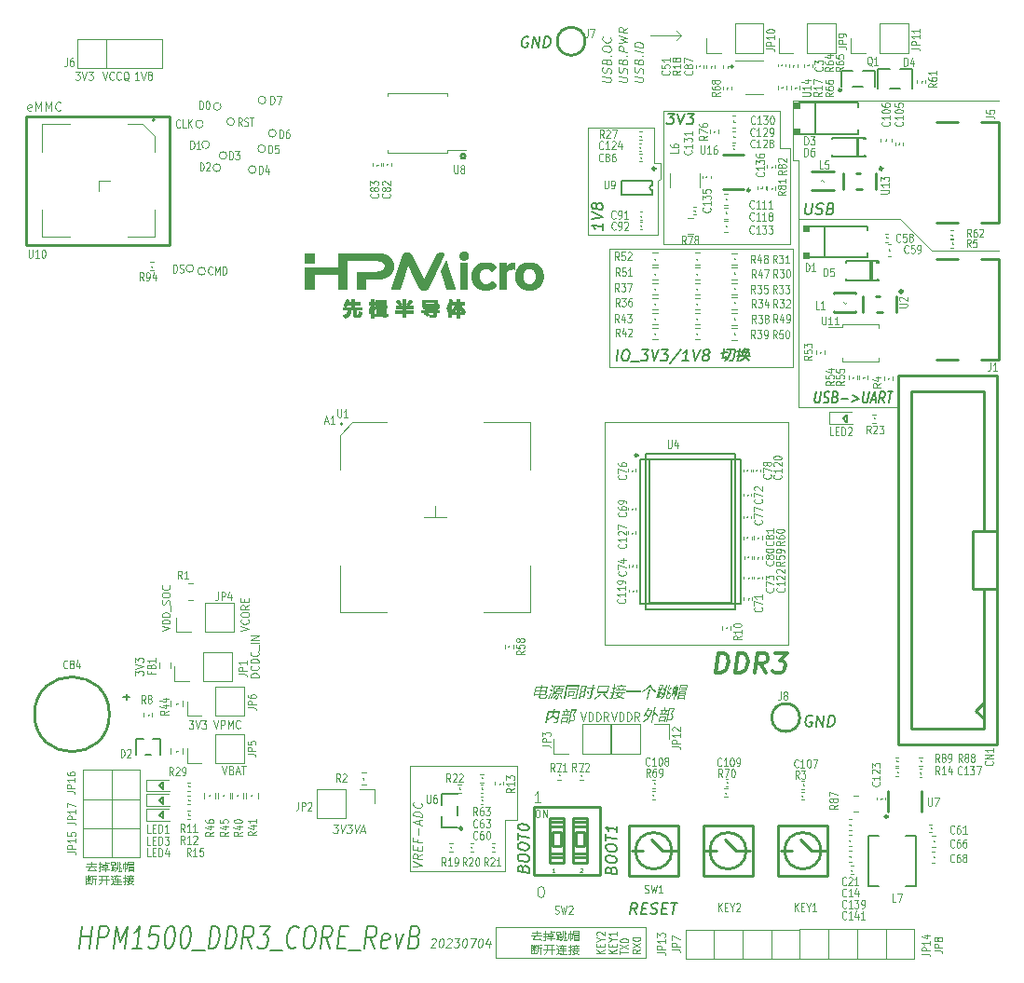
<source format=gbr>
G04 #@! TF.GenerationSoftware,KiCad,Pcbnew,7.0.2*
G04 #@! TF.CreationDate,2023-07-08T17:01:21+08:00*
G04 #@! TF.ProjectId,HPM1500_DDR3_CORE_RevB,48504d31-3530-4305-9f44-4452335f434f,rev?*
G04 #@! TF.SameCoordinates,Original*
G04 #@! TF.FileFunction,Legend,Top*
G04 #@! TF.FilePolarity,Positive*
%FSLAX46Y46*%
G04 Gerber Fmt 4.6, Leading zero omitted, Abs format (unit mm)*
G04 Created by KiCad (PCBNEW 7.0.2) date 2023-07-08 17:01:21*
%MOMM*%
%LPD*%
G01*
G04 APERTURE LIST*
%ADD10C,0.100000*%
%ADD11C,0.101600*%
%ADD12C,0.355600*%
%ADD13C,0.200000*%
%ADD14C,0.150000*%
%ADD15C,0.190500*%
%ADD16C,0.130000*%
%ADD17C,0.125000*%
%ADD18C,0.099100*%
%ADD19C,0.089350*%
%ADD20C,0.178575*%
%ADD21C,0.120000*%
%ADD22C,0.010000*%
%ADD23C,0.250000*%
%ADD24C,0.152400*%
%ADD25C,0.300000*%
%ADD26C,0.254000*%
%ADD27C,0.050800*%
%ADD28C,0.152000*%
%ADD29C,0.240000*%
%ADD30C,0.279400*%
%ADD31C,0.005000*%
%ADD32C,0.005100*%
%ADD33C,0.008235*%
%ADD34C,0.203200*%
G04 APERTURE END LIST*
D10*
X161095000Y-86605000D02*
X161095000Y-77995000D01*
X161175000Y-66995000D02*
X159115000Y-66995000D01*
X177495000Y-77625000D02*
X165935000Y-77625000D01*
X159105000Y-76755000D02*
X159115000Y-66995000D01*
X187465000Y-75295000D02*
X190365000Y-78195000D01*
X142975000Y-134565000D02*
X143725000Y-134565000D01*
X167595000Y-58645000D02*
X167185000Y-58235000D01*
X151945000Y-124965000D02*
X152655000Y-124965000D01*
X165705000Y-71655000D02*
X165495000Y-71865000D01*
X177495000Y-68865000D02*
X177495000Y-76735000D01*
X165935000Y-65435000D02*
X165935000Y-77345000D01*
X176515000Y-65435000D02*
X176515000Y-68865000D01*
X177755000Y-88735000D02*
X177755000Y-87205000D01*
X176515000Y-68865000D02*
X177495000Y-68865000D01*
X167185000Y-58235000D02*
X167595000Y-58645000D01*
X177765000Y-77995000D02*
X161095000Y-77995000D01*
X151585000Y-129895000D02*
X151585000Y-134545000D01*
X164355000Y-139665000D02*
X164355000Y-142465000D01*
X177765000Y-77995000D02*
X177755000Y-87205000D01*
X165145000Y-70195000D02*
X165705000Y-70195000D01*
X161095000Y-86625000D02*
X161095000Y-88115000D01*
X178225000Y-74485000D02*
X178225000Y-69965000D01*
X150715000Y-139665000D02*
X150715000Y-142465000D01*
X164355000Y-142465000D02*
X150775000Y-142465000D01*
X164825000Y-58645000D02*
X167595000Y-58645000D01*
X161175000Y-66995000D02*
X165145000Y-66995000D01*
X177495000Y-76735000D02*
X177495000Y-77625000D01*
X178245000Y-75295000D02*
X187465000Y-75295000D01*
X161095000Y-88115000D02*
X161095000Y-88735000D01*
X167595000Y-58645000D02*
X167175000Y-59065000D01*
X190375000Y-78205000D02*
X196415000Y-78205000D01*
X143735000Y-134565000D02*
X151595000Y-134565000D01*
X160665000Y-93735000D02*
X177275000Y-93735000D01*
X177275000Y-113955000D01*
X160665000Y-113955000D01*
X160665000Y-93735000D01*
X165495000Y-71865000D02*
X165495000Y-76755000D01*
X177715000Y-64515000D02*
X184435000Y-64515000D01*
X165495000Y-76755000D02*
X159105000Y-76755000D01*
X152655000Y-129895000D02*
X151585000Y-129895000D01*
X168645000Y-65435000D02*
X165935000Y-65435000D01*
X178225000Y-69965000D02*
X177715000Y-69965000D01*
X165145000Y-66995000D02*
X165145000Y-70195000D01*
X178225000Y-91475000D02*
X178225000Y-92425000D01*
X158755000Y-139665000D02*
X164355000Y-139665000D01*
X151945000Y-124965000D02*
X142975000Y-124965000D01*
X184460000Y-64525000D02*
X196410000Y-64525000D01*
X178225000Y-92425000D02*
X187125000Y-92425000D01*
X152655000Y-124965000D02*
X152655000Y-129895000D01*
X161095000Y-88735000D02*
X177755000Y-88735000D01*
X142975000Y-124965000D02*
X142975000Y-134565000D01*
X158755000Y-139665000D02*
X150715000Y-139665000D01*
X165705000Y-70195000D02*
X165705000Y-71655000D01*
X177715000Y-69965000D02*
X177715000Y-64515000D01*
X178225000Y-74485000D02*
X178225000Y-91475000D01*
X168645000Y-65435000D02*
X176515000Y-65435000D01*
X165935000Y-77625000D02*
X165935000Y-77345000D01*
D11*
X123847857Y-70918214D02*
X123847857Y-70168214D01*
X123847857Y-70168214D02*
X123990714Y-70168214D01*
X123990714Y-70168214D02*
X124076428Y-70203928D01*
X124076428Y-70203928D02*
X124133571Y-70275357D01*
X124133571Y-70275357D02*
X124162142Y-70346785D01*
X124162142Y-70346785D02*
X124190714Y-70489642D01*
X124190714Y-70489642D02*
X124190714Y-70596785D01*
X124190714Y-70596785D02*
X124162142Y-70739642D01*
X124162142Y-70739642D02*
X124133571Y-70811071D01*
X124133571Y-70811071D02*
X124076428Y-70882500D01*
X124076428Y-70882500D02*
X123990714Y-70918214D01*
X123990714Y-70918214D02*
X123847857Y-70918214D01*
X124419285Y-70239642D02*
X124447857Y-70203928D01*
X124447857Y-70203928D02*
X124505000Y-70168214D01*
X124505000Y-70168214D02*
X124647857Y-70168214D01*
X124647857Y-70168214D02*
X124705000Y-70203928D01*
X124705000Y-70203928D02*
X124733571Y-70239642D01*
X124733571Y-70239642D02*
X124762142Y-70311071D01*
X124762142Y-70311071D02*
X124762142Y-70382500D01*
X124762142Y-70382500D02*
X124733571Y-70489642D01*
X124733571Y-70489642D02*
X124390714Y-70918214D01*
X124390714Y-70918214D02*
X124762142Y-70918214D01*
D12*
X170735250Y-116557537D02*
X170957500Y-114779537D01*
X170957500Y-114779537D02*
X171380833Y-114779537D01*
X171380833Y-114779537D02*
X171624250Y-114864204D01*
X171624250Y-114864204D02*
X171772416Y-115033537D01*
X171772416Y-115033537D02*
X171835916Y-115202871D01*
X171835916Y-115202871D02*
X171878250Y-115541537D01*
X171878250Y-115541537D02*
X171846500Y-115795537D01*
X171846500Y-115795537D02*
X171719500Y-116134204D01*
X171719500Y-116134204D02*
X171613666Y-116303537D01*
X171613666Y-116303537D02*
X171423166Y-116472871D01*
X171423166Y-116472871D02*
X171158583Y-116557537D01*
X171158583Y-116557537D02*
X170735250Y-116557537D01*
X172502667Y-116557537D02*
X172724917Y-114779537D01*
X172724917Y-114779537D02*
X173148250Y-114779537D01*
X173148250Y-114779537D02*
X173391667Y-114864204D01*
X173391667Y-114864204D02*
X173539833Y-115033537D01*
X173539833Y-115033537D02*
X173603333Y-115202871D01*
X173603333Y-115202871D02*
X173645667Y-115541537D01*
X173645667Y-115541537D02*
X173613917Y-115795537D01*
X173613917Y-115795537D02*
X173486917Y-116134204D01*
X173486917Y-116134204D02*
X173381083Y-116303537D01*
X173381083Y-116303537D02*
X173190583Y-116472871D01*
X173190583Y-116472871D02*
X172926000Y-116557537D01*
X172926000Y-116557537D02*
X172502667Y-116557537D01*
X175286084Y-116557537D02*
X174799250Y-115710871D01*
X174270084Y-116557537D02*
X174492334Y-114779537D01*
X174492334Y-114779537D02*
X175169667Y-114779537D01*
X175169667Y-114779537D02*
X175328417Y-114864204D01*
X175328417Y-114864204D02*
X175402500Y-114948871D01*
X175402500Y-114948871D02*
X175466000Y-115118204D01*
X175466000Y-115118204D02*
X175434250Y-115372204D01*
X175434250Y-115372204D02*
X175328417Y-115541537D01*
X175328417Y-115541537D02*
X175233167Y-115626204D01*
X175233167Y-115626204D02*
X175053250Y-115710871D01*
X175053250Y-115710871D02*
X174375917Y-115710871D01*
X176090417Y-114779537D02*
X177191084Y-114779537D01*
X177191084Y-114779537D02*
X176513751Y-115456871D01*
X176513751Y-115456871D02*
X176767751Y-115456871D01*
X176767751Y-115456871D02*
X176926501Y-115541537D01*
X176926501Y-115541537D02*
X177000584Y-115626204D01*
X177000584Y-115626204D02*
X177064084Y-115795537D01*
X177064084Y-115795537D02*
X177011167Y-116218871D01*
X177011167Y-116218871D02*
X176905334Y-116388204D01*
X176905334Y-116388204D02*
X176810084Y-116472871D01*
X176810084Y-116472871D02*
X176630167Y-116557537D01*
X176630167Y-116557537D02*
X176122167Y-116557537D01*
X176122167Y-116557537D02*
X175963417Y-116472871D01*
X175963417Y-116472871D02*
X175889334Y-116388204D01*
D11*
X143215095Y-134182618D02*
X144015095Y-134015951D01*
X144015095Y-134015951D02*
X143215095Y-133649285D01*
X144015095Y-133030237D02*
X143634142Y-133249285D01*
X144015095Y-133487380D02*
X143215095Y-133387380D01*
X143215095Y-133387380D02*
X143215095Y-133082618D01*
X143215095Y-133082618D02*
X143253190Y-133011190D01*
X143253190Y-133011190D02*
X143291285Y-132977856D01*
X143291285Y-132977856D02*
X143367476Y-132949285D01*
X143367476Y-132949285D02*
X143481761Y-132963571D01*
X143481761Y-132963571D02*
X143557952Y-133011190D01*
X143557952Y-133011190D02*
X143596047Y-133054047D01*
X143596047Y-133054047D02*
X143634142Y-133134999D01*
X143634142Y-133134999D02*
X143634142Y-133439761D01*
X143596047Y-132639761D02*
X143596047Y-132373095D01*
X144015095Y-132311190D02*
X144015095Y-132692142D01*
X144015095Y-132692142D02*
X143215095Y-132592142D01*
X143215095Y-132592142D02*
X143215095Y-132211190D01*
X143596047Y-131654047D02*
X143596047Y-131920713D01*
X144015095Y-131973094D02*
X143215095Y-131873094D01*
X143215095Y-131873094D02*
X143215095Y-131492142D01*
X143710333Y-131254047D02*
X143710333Y-130644523D01*
X143786523Y-130311190D02*
X143786523Y-129930238D01*
X144015095Y-130415952D02*
X143215095Y-130049285D01*
X143215095Y-130049285D02*
X144015095Y-129882619D01*
X144015095Y-129620714D02*
X143215095Y-129520714D01*
X143215095Y-129520714D02*
X143215095Y-129330238D01*
X143215095Y-129330238D02*
X143253190Y-129220714D01*
X143253190Y-129220714D02*
X143329380Y-129154048D01*
X143329380Y-129154048D02*
X143405571Y-129125476D01*
X143405571Y-129125476D02*
X143557952Y-129106429D01*
X143557952Y-129106429D02*
X143672238Y-129120714D01*
X143672238Y-129120714D02*
X143824619Y-129177857D01*
X143824619Y-129177857D02*
X143900809Y-129225476D01*
X143900809Y-129225476D02*
X143977000Y-129311190D01*
X143977000Y-129311190D02*
X144015095Y-129430238D01*
X144015095Y-129430238D02*
X144015095Y-129620714D01*
X143938904Y-128358810D02*
X143977000Y-128401667D01*
X143977000Y-128401667D02*
X144015095Y-128520714D01*
X144015095Y-128520714D02*
X144015095Y-128596905D01*
X144015095Y-128596905D02*
X143977000Y-128706429D01*
X143977000Y-128706429D02*
X143900809Y-128773095D01*
X143900809Y-128773095D02*
X143824619Y-128801667D01*
X143824619Y-128801667D02*
X143672238Y-128820714D01*
X143672238Y-128820714D02*
X143557952Y-128806429D01*
X143557952Y-128806429D02*
X143405571Y-128749286D01*
X143405571Y-128749286D02*
X143329380Y-128701667D01*
X143329380Y-128701667D02*
X143253190Y-128615952D01*
X143253190Y-128615952D02*
X143215095Y-128496905D01*
X143215095Y-128496905D02*
X143215095Y-128420714D01*
X143215095Y-128420714D02*
X143253190Y-128311191D01*
X143253190Y-128311191D02*
X143291285Y-128277857D01*
X123807857Y-65313214D02*
X123807857Y-64563214D01*
X123807857Y-64563214D02*
X123950714Y-64563214D01*
X123950714Y-64563214D02*
X124036428Y-64598928D01*
X124036428Y-64598928D02*
X124093571Y-64670357D01*
X124093571Y-64670357D02*
X124122142Y-64741785D01*
X124122142Y-64741785D02*
X124150714Y-64884642D01*
X124150714Y-64884642D02*
X124150714Y-64991785D01*
X124150714Y-64991785D02*
X124122142Y-65134642D01*
X124122142Y-65134642D02*
X124093571Y-65206071D01*
X124093571Y-65206071D02*
X124036428Y-65277500D01*
X124036428Y-65277500D02*
X123950714Y-65313214D01*
X123950714Y-65313214D02*
X123807857Y-65313214D01*
X124522142Y-64563214D02*
X124579285Y-64563214D01*
X124579285Y-64563214D02*
X124636428Y-64598928D01*
X124636428Y-64598928D02*
X124665000Y-64634642D01*
X124665000Y-64634642D02*
X124693571Y-64706071D01*
X124693571Y-64706071D02*
X124722142Y-64848928D01*
X124722142Y-64848928D02*
X124722142Y-65027500D01*
X124722142Y-65027500D02*
X124693571Y-65170357D01*
X124693571Y-65170357D02*
X124665000Y-65241785D01*
X124665000Y-65241785D02*
X124636428Y-65277500D01*
X124636428Y-65277500D02*
X124579285Y-65313214D01*
X124579285Y-65313214D02*
X124522142Y-65313214D01*
X124522142Y-65313214D02*
X124465000Y-65277500D01*
X124465000Y-65277500D02*
X124436428Y-65241785D01*
X124436428Y-65241785D02*
X124407857Y-65170357D01*
X124407857Y-65170357D02*
X124379285Y-65027500D01*
X124379285Y-65027500D02*
X124379285Y-64848928D01*
X124379285Y-64848928D02*
X124407857Y-64706071D01*
X124407857Y-64706071D02*
X124436428Y-64634642D01*
X124436428Y-64634642D02*
X124465000Y-64598928D01*
X124465000Y-64598928D02*
X124522142Y-64563214D01*
X161875095Y-62770237D02*
X162522714Y-62851190D01*
X162522714Y-62851190D02*
X162598904Y-62822618D01*
X162598904Y-62822618D02*
X162637000Y-62789285D01*
X162637000Y-62789285D02*
X162675095Y-62717856D01*
X162675095Y-62717856D02*
X162675095Y-62565475D01*
X162675095Y-62565475D02*
X162637000Y-62484523D01*
X162637000Y-62484523D02*
X162598904Y-62441666D01*
X162598904Y-62441666D02*
X162522714Y-62394047D01*
X162522714Y-62394047D02*
X161875095Y-62313094D01*
X162637000Y-62070238D02*
X162675095Y-61960714D01*
X162675095Y-61960714D02*
X162675095Y-61770238D01*
X162675095Y-61770238D02*
X162637000Y-61689285D01*
X162637000Y-61689285D02*
X162598904Y-61646428D01*
X162598904Y-61646428D02*
X162522714Y-61598809D01*
X162522714Y-61598809D02*
X162446523Y-61589285D01*
X162446523Y-61589285D02*
X162370333Y-61617857D01*
X162370333Y-61617857D02*
X162332238Y-61651190D01*
X162332238Y-61651190D02*
X162294142Y-61722619D01*
X162294142Y-61722619D02*
X162256047Y-61870238D01*
X162256047Y-61870238D02*
X162217952Y-61941666D01*
X162217952Y-61941666D02*
X162179857Y-61974999D01*
X162179857Y-61974999D02*
X162103666Y-62003571D01*
X162103666Y-62003571D02*
X162027476Y-61994047D01*
X162027476Y-61994047D02*
X161951285Y-61946428D01*
X161951285Y-61946428D02*
X161913190Y-61903571D01*
X161913190Y-61903571D02*
X161875095Y-61822619D01*
X161875095Y-61822619D02*
X161875095Y-61632142D01*
X161875095Y-61632142D02*
X161913190Y-61522619D01*
X162256047Y-60960714D02*
X162294142Y-60851190D01*
X162294142Y-60851190D02*
X162332238Y-60817856D01*
X162332238Y-60817856D02*
X162408428Y-60789285D01*
X162408428Y-60789285D02*
X162522714Y-60803571D01*
X162522714Y-60803571D02*
X162598904Y-60851190D01*
X162598904Y-60851190D02*
X162637000Y-60894047D01*
X162637000Y-60894047D02*
X162675095Y-60974999D01*
X162675095Y-60974999D02*
X162675095Y-61279761D01*
X162675095Y-61279761D02*
X161875095Y-61179761D01*
X161875095Y-61179761D02*
X161875095Y-60913095D01*
X161875095Y-60913095D02*
X161913190Y-60841666D01*
X161913190Y-60841666D02*
X161951285Y-60808333D01*
X161951285Y-60808333D02*
X162027476Y-60779761D01*
X162027476Y-60779761D02*
X162103666Y-60789285D01*
X162103666Y-60789285D02*
X162179857Y-60836904D01*
X162179857Y-60836904D02*
X162217952Y-60879761D01*
X162217952Y-60879761D02*
X162256047Y-60960714D01*
X162256047Y-60960714D02*
X162256047Y-61227380D01*
X162598904Y-60474999D02*
X162637000Y-60441666D01*
X162637000Y-60441666D02*
X162675095Y-60484523D01*
X162675095Y-60484523D02*
X162637000Y-60517857D01*
X162637000Y-60517857D02*
X162598904Y-60474999D01*
X162598904Y-60474999D02*
X162675095Y-60484523D01*
X162675095Y-60108333D02*
X161875095Y-60008333D01*
X161875095Y-60008333D02*
X161875095Y-59703571D01*
X161875095Y-59703571D02*
X161913190Y-59632143D01*
X161913190Y-59632143D02*
X161951285Y-59598809D01*
X161951285Y-59598809D02*
X162027476Y-59570238D01*
X162027476Y-59570238D02*
X162141761Y-59584524D01*
X162141761Y-59584524D02*
X162217952Y-59632143D01*
X162217952Y-59632143D02*
X162256047Y-59675000D01*
X162256047Y-59675000D02*
X162294142Y-59755952D01*
X162294142Y-59755952D02*
X162294142Y-60060714D01*
X161875095Y-59289286D02*
X162675095Y-59198810D01*
X162675095Y-59198810D02*
X162103666Y-58975000D01*
X162103666Y-58975000D02*
X162675095Y-58894048D01*
X162675095Y-58894048D02*
X161875095Y-58603571D01*
X162675095Y-57946428D02*
X162294142Y-58165476D01*
X162675095Y-58403571D02*
X161875095Y-58303571D01*
X161875095Y-58303571D02*
X161875095Y-57998809D01*
X161875095Y-57998809D02*
X161913190Y-57927381D01*
X161913190Y-57927381D02*
X161951285Y-57894047D01*
X161951285Y-57894047D02*
X162027476Y-57865476D01*
X162027476Y-57865476D02*
X162141761Y-57879762D01*
X162141761Y-57879762D02*
X162217952Y-57927381D01*
X162217952Y-57927381D02*
X162256047Y-57970238D01*
X162256047Y-57970238D02*
X162294142Y-58051190D01*
X162294142Y-58051190D02*
X162294142Y-58355952D01*
X125867142Y-125001964D02*
X126083809Y-125751964D01*
X126083809Y-125751964D02*
X126300476Y-125001964D01*
X126733809Y-125359107D02*
X126826666Y-125394821D01*
X126826666Y-125394821D02*
X126857619Y-125430535D01*
X126857619Y-125430535D02*
X126888571Y-125501964D01*
X126888571Y-125501964D02*
X126888571Y-125609107D01*
X126888571Y-125609107D02*
X126857619Y-125680535D01*
X126857619Y-125680535D02*
X126826666Y-125716250D01*
X126826666Y-125716250D02*
X126764761Y-125751964D01*
X126764761Y-125751964D02*
X126517142Y-125751964D01*
X126517142Y-125751964D02*
X126517142Y-125001964D01*
X126517142Y-125001964D02*
X126733809Y-125001964D01*
X126733809Y-125001964D02*
X126795714Y-125037678D01*
X126795714Y-125037678D02*
X126826666Y-125073392D01*
X126826666Y-125073392D02*
X126857619Y-125144821D01*
X126857619Y-125144821D02*
X126857619Y-125216250D01*
X126857619Y-125216250D02*
X126826666Y-125287678D01*
X126826666Y-125287678D02*
X126795714Y-125323392D01*
X126795714Y-125323392D02*
X126733809Y-125359107D01*
X126733809Y-125359107D02*
X126517142Y-125359107D01*
X127136190Y-125537678D02*
X127445714Y-125537678D01*
X127074285Y-125751964D02*
X127290952Y-125001964D01*
X127290952Y-125001964D02*
X127507619Y-125751964D01*
X127631428Y-125001964D02*
X128002857Y-125001964D01*
X127817143Y-125751964D02*
X127817143Y-125001964D01*
X122997857Y-68938214D02*
X122997857Y-68188214D01*
X122997857Y-68188214D02*
X123140714Y-68188214D01*
X123140714Y-68188214D02*
X123226428Y-68223928D01*
X123226428Y-68223928D02*
X123283571Y-68295357D01*
X123283571Y-68295357D02*
X123312142Y-68366785D01*
X123312142Y-68366785D02*
X123340714Y-68509642D01*
X123340714Y-68509642D02*
X123340714Y-68616785D01*
X123340714Y-68616785D02*
X123312142Y-68759642D01*
X123312142Y-68759642D02*
X123283571Y-68831071D01*
X123283571Y-68831071D02*
X123226428Y-68902500D01*
X123226428Y-68902500D02*
X123140714Y-68938214D01*
X123140714Y-68938214D02*
X122997857Y-68938214D01*
X123912142Y-68938214D02*
X123569285Y-68938214D01*
X123740714Y-68938214D02*
X123740714Y-68188214D01*
X123740714Y-68188214D02*
X123683571Y-68295357D01*
X123683571Y-68295357D02*
X123626428Y-68366785D01*
X123626428Y-68366785D02*
X123569285Y-68402500D01*
X112540238Y-61901964D02*
X112942619Y-61901964D01*
X112942619Y-61901964D02*
X112725952Y-62187678D01*
X112725952Y-62187678D02*
X112818809Y-62187678D01*
X112818809Y-62187678D02*
X112880714Y-62223392D01*
X112880714Y-62223392D02*
X112911666Y-62259107D01*
X112911666Y-62259107D02*
X112942619Y-62330535D01*
X112942619Y-62330535D02*
X112942619Y-62509107D01*
X112942619Y-62509107D02*
X112911666Y-62580535D01*
X112911666Y-62580535D02*
X112880714Y-62616250D01*
X112880714Y-62616250D02*
X112818809Y-62651964D01*
X112818809Y-62651964D02*
X112633095Y-62651964D01*
X112633095Y-62651964D02*
X112571190Y-62616250D01*
X112571190Y-62616250D02*
X112540238Y-62580535D01*
X113128333Y-61901964D02*
X113345000Y-62651964D01*
X113345000Y-62651964D02*
X113561667Y-61901964D01*
X113716429Y-61901964D02*
X114118810Y-61901964D01*
X114118810Y-61901964D02*
X113902143Y-62187678D01*
X113902143Y-62187678D02*
X113995000Y-62187678D01*
X113995000Y-62187678D02*
X114056905Y-62223392D01*
X114056905Y-62223392D02*
X114087857Y-62259107D01*
X114087857Y-62259107D02*
X114118810Y-62330535D01*
X114118810Y-62330535D02*
X114118810Y-62509107D01*
X114118810Y-62509107D02*
X114087857Y-62580535D01*
X114087857Y-62580535D02*
X114056905Y-62616250D01*
X114056905Y-62616250D02*
X113995000Y-62651964D01*
X113995000Y-62651964D02*
X113809286Y-62651964D01*
X113809286Y-62651964D02*
X113747381Y-62616250D01*
X113747381Y-62616250D02*
X113716429Y-62580535D01*
X130087857Y-69318214D02*
X130087857Y-68568214D01*
X130087857Y-68568214D02*
X130230714Y-68568214D01*
X130230714Y-68568214D02*
X130316428Y-68603928D01*
X130316428Y-68603928D02*
X130373571Y-68675357D01*
X130373571Y-68675357D02*
X130402142Y-68746785D01*
X130402142Y-68746785D02*
X130430714Y-68889642D01*
X130430714Y-68889642D02*
X130430714Y-68996785D01*
X130430714Y-68996785D02*
X130402142Y-69139642D01*
X130402142Y-69139642D02*
X130373571Y-69211071D01*
X130373571Y-69211071D02*
X130316428Y-69282500D01*
X130316428Y-69282500D02*
X130230714Y-69318214D01*
X130230714Y-69318214D02*
X130087857Y-69318214D01*
X130973571Y-68568214D02*
X130687857Y-68568214D01*
X130687857Y-68568214D02*
X130659285Y-68925357D01*
X130659285Y-68925357D02*
X130687857Y-68889642D01*
X130687857Y-68889642D02*
X130745000Y-68853928D01*
X130745000Y-68853928D02*
X130887857Y-68853928D01*
X130887857Y-68853928D02*
X130945000Y-68889642D01*
X130945000Y-68889642D02*
X130973571Y-68925357D01*
X130973571Y-68925357D02*
X131002142Y-68996785D01*
X131002142Y-68996785D02*
X131002142Y-69175357D01*
X131002142Y-69175357D02*
X130973571Y-69246785D01*
X130973571Y-69246785D02*
X130945000Y-69282500D01*
X130945000Y-69282500D02*
X130887857Y-69318214D01*
X130887857Y-69318214D02*
X130745000Y-69318214D01*
X130745000Y-69318214D02*
X130687857Y-69282500D01*
X130687857Y-69282500D02*
X130659285Y-69246785D01*
X120381964Y-112724285D02*
X121131964Y-112507618D01*
X121131964Y-112507618D02*
X120381964Y-112290951D01*
X121131964Y-112074285D02*
X120381964Y-112074285D01*
X120381964Y-112074285D02*
X120381964Y-111919523D01*
X120381964Y-111919523D02*
X120417678Y-111826666D01*
X120417678Y-111826666D02*
X120489107Y-111764761D01*
X120489107Y-111764761D02*
X120560535Y-111733808D01*
X120560535Y-111733808D02*
X120703392Y-111702856D01*
X120703392Y-111702856D02*
X120810535Y-111702856D01*
X120810535Y-111702856D02*
X120953392Y-111733808D01*
X120953392Y-111733808D02*
X121024821Y-111764761D01*
X121024821Y-111764761D02*
X121096250Y-111826666D01*
X121096250Y-111826666D02*
X121131964Y-111919523D01*
X121131964Y-111919523D02*
X121131964Y-112074285D01*
X121131964Y-111424285D02*
X120381964Y-111424285D01*
X120381964Y-111424285D02*
X120381964Y-111269523D01*
X120381964Y-111269523D02*
X120417678Y-111176666D01*
X120417678Y-111176666D02*
X120489107Y-111114761D01*
X120489107Y-111114761D02*
X120560535Y-111083808D01*
X120560535Y-111083808D02*
X120703392Y-111052856D01*
X120703392Y-111052856D02*
X120810535Y-111052856D01*
X120810535Y-111052856D02*
X120953392Y-111083808D01*
X120953392Y-111083808D02*
X121024821Y-111114761D01*
X121024821Y-111114761D02*
X121096250Y-111176666D01*
X121096250Y-111176666D02*
X121131964Y-111269523D01*
X121131964Y-111269523D02*
X121131964Y-111424285D01*
X121203392Y-110929047D02*
X121203392Y-110433808D01*
X121096250Y-110309999D02*
X121131964Y-110217142D01*
X121131964Y-110217142D02*
X121131964Y-110062380D01*
X121131964Y-110062380D02*
X121096250Y-110000475D01*
X121096250Y-110000475D02*
X121060535Y-109969523D01*
X121060535Y-109969523D02*
X120989107Y-109938570D01*
X120989107Y-109938570D02*
X120917678Y-109938570D01*
X120917678Y-109938570D02*
X120846250Y-109969523D01*
X120846250Y-109969523D02*
X120810535Y-110000475D01*
X120810535Y-110000475D02*
X120774821Y-110062380D01*
X120774821Y-110062380D02*
X120739107Y-110186189D01*
X120739107Y-110186189D02*
X120703392Y-110248094D01*
X120703392Y-110248094D02*
X120667678Y-110279047D01*
X120667678Y-110279047D02*
X120596250Y-110309999D01*
X120596250Y-110309999D02*
X120524821Y-110309999D01*
X120524821Y-110309999D02*
X120453392Y-110279047D01*
X120453392Y-110279047D02*
X120417678Y-110248094D01*
X120417678Y-110248094D02*
X120381964Y-110186189D01*
X120381964Y-110186189D02*
X120381964Y-110031428D01*
X120381964Y-110031428D02*
X120417678Y-109938570D01*
X120381964Y-109536189D02*
X120381964Y-109412380D01*
X120381964Y-109412380D02*
X120417678Y-109350475D01*
X120417678Y-109350475D02*
X120489107Y-109288570D01*
X120489107Y-109288570D02*
X120631964Y-109257618D01*
X120631964Y-109257618D02*
X120881964Y-109257618D01*
X120881964Y-109257618D02*
X121024821Y-109288570D01*
X121024821Y-109288570D02*
X121096250Y-109350475D01*
X121096250Y-109350475D02*
X121131964Y-109412380D01*
X121131964Y-109412380D02*
X121131964Y-109536189D01*
X121131964Y-109536189D02*
X121096250Y-109598094D01*
X121096250Y-109598094D02*
X121024821Y-109659999D01*
X121024821Y-109659999D02*
X120881964Y-109690951D01*
X120881964Y-109690951D02*
X120631964Y-109690951D01*
X120631964Y-109690951D02*
X120489107Y-109659999D01*
X120489107Y-109659999D02*
X120417678Y-109598094D01*
X120417678Y-109598094D02*
X120381964Y-109536189D01*
X121060535Y-108607618D02*
X121096250Y-108638570D01*
X121096250Y-108638570D02*
X121131964Y-108731428D01*
X121131964Y-108731428D02*
X121131964Y-108793332D01*
X121131964Y-108793332D02*
X121096250Y-108886189D01*
X121096250Y-108886189D02*
X121024821Y-108948094D01*
X121024821Y-108948094D02*
X120953392Y-108979047D01*
X120953392Y-108979047D02*
X120810535Y-109009999D01*
X120810535Y-109009999D02*
X120703392Y-109009999D01*
X120703392Y-109009999D02*
X120560535Y-108979047D01*
X120560535Y-108979047D02*
X120489107Y-108948094D01*
X120489107Y-108948094D02*
X120417678Y-108886189D01*
X120417678Y-108886189D02*
X120381964Y-108793332D01*
X120381964Y-108793332D02*
X120381964Y-108731428D01*
X120381964Y-108731428D02*
X120417678Y-108638570D01*
X120417678Y-108638570D02*
X120453392Y-108607618D01*
D13*
X179505119Y-120455238D02*
X179415833Y-120407619D01*
X179415833Y-120407619D02*
X179272976Y-120407619D01*
X179272976Y-120407619D02*
X179124166Y-120455238D01*
X179124166Y-120455238D02*
X179017023Y-120550476D01*
X179017023Y-120550476D02*
X178957499Y-120645714D01*
X178957499Y-120645714D02*
X178886071Y-120836190D01*
X178886071Y-120836190D02*
X178868214Y-120979047D01*
X178868214Y-120979047D02*
X178892023Y-121169523D01*
X178892023Y-121169523D02*
X178927738Y-121264761D01*
X178927738Y-121264761D02*
X179011071Y-121360000D01*
X179011071Y-121360000D02*
X179147976Y-121407619D01*
X179147976Y-121407619D02*
X179243214Y-121407619D01*
X179243214Y-121407619D02*
X179392023Y-121360000D01*
X179392023Y-121360000D02*
X179445595Y-121312380D01*
X179445595Y-121312380D02*
X179487261Y-120979047D01*
X179487261Y-120979047D02*
X179296785Y-120979047D01*
X179856309Y-121407619D02*
X179981309Y-120407619D01*
X179981309Y-120407619D02*
X180427738Y-121407619D01*
X180427738Y-121407619D02*
X180552738Y-120407619D01*
X180897976Y-121407619D02*
X181022976Y-120407619D01*
X181022976Y-120407619D02*
X181261072Y-120407619D01*
X181261072Y-120407619D02*
X181397976Y-120455238D01*
X181397976Y-120455238D02*
X181481310Y-120550476D01*
X181481310Y-120550476D02*
X181517024Y-120645714D01*
X181517024Y-120645714D02*
X181540834Y-120836190D01*
X181540834Y-120836190D02*
X181522976Y-120979047D01*
X181522976Y-120979047D02*
X181451548Y-121169523D01*
X181451548Y-121169523D02*
X181392024Y-121264761D01*
X181392024Y-121264761D02*
X181284881Y-121360000D01*
X181284881Y-121360000D02*
X181136072Y-121407619D01*
X181136072Y-121407619D02*
X180897976Y-121407619D01*
D11*
X127670714Y-66833214D02*
X127470714Y-66476071D01*
X127327857Y-66833214D02*
X127327857Y-66083214D01*
X127327857Y-66083214D02*
X127556428Y-66083214D01*
X127556428Y-66083214D02*
X127613571Y-66118928D01*
X127613571Y-66118928D02*
X127642142Y-66154642D01*
X127642142Y-66154642D02*
X127670714Y-66226071D01*
X127670714Y-66226071D02*
X127670714Y-66333214D01*
X127670714Y-66333214D02*
X127642142Y-66404642D01*
X127642142Y-66404642D02*
X127613571Y-66440357D01*
X127613571Y-66440357D02*
X127556428Y-66476071D01*
X127556428Y-66476071D02*
X127327857Y-66476071D01*
X127899285Y-66797500D02*
X127985000Y-66833214D01*
X127985000Y-66833214D02*
X128127857Y-66833214D01*
X128127857Y-66833214D02*
X128185000Y-66797500D01*
X128185000Y-66797500D02*
X128213571Y-66761785D01*
X128213571Y-66761785D02*
X128242142Y-66690357D01*
X128242142Y-66690357D02*
X128242142Y-66618928D01*
X128242142Y-66618928D02*
X128213571Y-66547500D01*
X128213571Y-66547500D02*
X128185000Y-66511785D01*
X128185000Y-66511785D02*
X128127857Y-66476071D01*
X128127857Y-66476071D02*
X128013571Y-66440357D01*
X128013571Y-66440357D02*
X127956428Y-66404642D01*
X127956428Y-66404642D02*
X127927857Y-66368928D01*
X127927857Y-66368928D02*
X127899285Y-66297500D01*
X127899285Y-66297500D02*
X127899285Y-66226071D01*
X127899285Y-66226071D02*
X127927857Y-66154642D01*
X127927857Y-66154642D02*
X127956428Y-66118928D01*
X127956428Y-66118928D02*
X128013571Y-66083214D01*
X128013571Y-66083214D02*
X128156428Y-66083214D01*
X128156428Y-66083214D02*
X128242142Y-66118928D01*
X128413571Y-66083214D02*
X128756429Y-66083214D01*
X128585000Y-66833214D02*
X128585000Y-66083214D01*
X122060714Y-66931785D02*
X122032142Y-66967500D01*
X122032142Y-66967500D02*
X121946428Y-67003214D01*
X121946428Y-67003214D02*
X121889285Y-67003214D01*
X121889285Y-67003214D02*
X121803571Y-66967500D01*
X121803571Y-66967500D02*
X121746428Y-66896071D01*
X121746428Y-66896071D02*
X121717857Y-66824642D01*
X121717857Y-66824642D02*
X121689285Y-66681785D01*
X121689285Y-66681785D02*
X121689285Y-66574642D01*
X121689285Y-66574642D02*
X121717857Y-66431785D01*
X121717857Y-66431785D02*
X121746428Y-66360357D01*
X121746428Y-66360357D02*
X121803571Y-66288928D01*
X121803571Y-66288928D02*
X121889285Y-66253214D01*
X121889285Y-66253214D02*
X121946428Y-66253214D01*
X121946428Y-66253214D02*
X122032142Y-66288928D01*
X122032142Y-66288928D02*
X122060714Y-66324642D01*
X122603571Y-67003214D02*
X122317857Y-67003214D01*
X122317857Y-67003214D02*
X122317857Y-66253214D01*
X122803571Y-67003214D02*
X122803571Y-66253214D01*
X123146428Y-67003214D02*
X122889285Y-66574642D01*
X123146428Y-66253214D02*
X122803571Y-66681785D01*
X131077857Y-67928214D02*
X131077857Y-67178214D01*
X131077857Y-67178214D02*
X131220714Y-67178214D01*
X131220714Y-67178214D02*
X131306428Y-67213928D01*
X131306428Y-67213928D02*
X131363571Y-67285357D01*
X131363571Y-67285357D02*
X131392142Y-67356785D01*
X131392142Y-67356785D02*
X131420714Y-67499642D01*
X131420714Y-67499642D02*
X131420714Y-67606785D01*
X131420714Y-67606785D02*
X131392142Y-67749642D01*
X131392142Y-67749642D02*
X131363571Y-67821071D01*
X131363571Y-67821071D02*
X131306428Y-67892500D01*
X131306428Y-67892500D02*
X131220714Y-67928214D01*
X131220714Y-67928214D02*
X131077857Y-67928214D01*
X131935000Y-67178214D02*
X131820714Y-67178214D01*
X131820714Y-67178214D02*
X131763571Y-67213928D01*
X131763571Y-67213928D02*
X131735000Y-67249642D01*
X131735000Y-67249642D02*
X131677857Y-67356785D01*
X131677857Y-67356785D02*
X131649285Y-67499642D01*
X131649285Y-67499642D02*
X131649285Y-67785357D01*
X131649285Y-67785357D02*
X131677857Y-67856785D01*
X131677857Y-67856785D02*
X131706428Y-67892500D01*
X131706428Y-67892500D02*
X131763571Y-67928214D01*
X131763571Y-67928214D02*
X131877857Y-67928214D01*
X131877857Y-67928214D02*
X131935000Y-67892500D01*
X131935000Y-67892500D02*
X131963571Y-67856785D01*
X131963571Y-67856785D02*
X131992142Y-67785357D01*
X131992142Y-67785357D02*
X131992142Y-67606785D01*
X131992142Y-67606785D02*
X131963571Y-67535357D01*
X131963571Y-67535357D02*
X131935000Y-67499642D01*
X131935000Y-67499642D02*
X131877857Y-67463928D01*
X131877857Y-67463928D02*
X131763571Y-67463928D01*
X131763571Y-67463928D02*
X131706428Y-67499642D01*
X131706428Y-67499642D02*
X131677857Y-67535357D01*
X131677857Y-67535357D02*
X131649285Y-67606785D01*
D14*
X179818214Y-90997619D02*
X179717024Y-91807142D01*
X179717024Y-91807142D02*
X179743214Y-91902380D01*
X179743214Y-91902380D02*
X179775357Y-91950000D01*
X179775357Y-91950000D02*
X179845595Y-91997619D01*
X179845595Y-91997619D02*
X179997976Y-91997619D01*
X179997976Y-91997619D02*
X180080119Y-91950000D01*
X180080119Y-91950000D02*
X180124167Y-91902380D01*
X180124167Y-91902380D02*
X180174167Y-91807142D01*
X180174167Y-91807142D02*
X180275357Y-90997619D01*
X180493214Y-91950000D02*
X180601548Y-91997619D01*
X180601548Y-91997619D02*
X180792024Y-91997619D01*
X180792024Y-91997619D02*
X180874167Y-91950000D01*
X180874167Y-91950000D02*
X180918214Y-91902380D01*
X180918214Y-91902380D02*
X180968214Y-91807142D01*
X180968214Y-91807142D02*
X180980119Y-91711904D01*
X180980119Y-91711904D02*
X180953929Y-91616666D01*
X180953929Y-91616666D02*
X180921786Y-91569047D01*
X180921786Y-91569047D02*
X180851548Y-91521428D01*
X180851548Y-91521428D02*
X180705119Y-91473809D01*
X180705119Y-91473809D02*
X180634881Y-91426190D01*
X180634881Y-91426190D02*
X180602738Y-91378571D01*
X180602738Y-91378571D02*
X180576548Y-91283333D01*
X180576548Y-91283333D02*
X180588453Y-91188095D01*
X180588453Y-91188095D02*
X180638453Y-91092857D01*
X180638453Y-91092857D02*
X180682500Y-91045238D01*
X180682500Y-91045238D02*
X180764643Y-90997619D01*
X180764643Y-90997619D02*
X180955119Y-90997619D01*
X180955119Y-90997619D02*
X181063453Y-91045238D01*
X181613452Y-91473809D02*
X181721786Y-91521428D01*
X181721786Y-91521428D02*
X181753928Y-91569047D01*
X181753928Y-91569047D02*
X181780119Y-91664285D01*
X181780119Y-91664285D02*
X181762262Y-91807142D01*
X181762262Y-91807142D02*
X181712262Y-91902380D01*
X181712262Y-91902380D02*
X181668214Y-91950000D01*
X181668214Y-91950000D02*
X181586071Y-91997619D01*
X181586071Y-91997619D02*
X181281309Y-91997619D01*
X181281309Y-91997619D02*
X181406309Y-90997619D01*
X181406309Y-90997619D02*
X181672976Y-90997619D01*
X181672976Y-90997619D02*
X181743214Y-91045238D01*
X181743214Y-91045238D02*
X181775357Y-91092857D01*
X181775357Y-91092857D02*
X181801547Y-91188095D01*
X181801547Y-91188095D02*
X181789643Y-91283333D01*
X181789643Y-91283333D02*
X181739643Y-91378571D01*
X181739643Y-91378571D02*
X181695595Y-91426190D01*
X181695595Y-91426190D02*
X181613452Y-91473809D01*
X181613452Y-91473809D02*
X181346786Y-91473809D01*
X182122976Y-91616666D02*
X182732500Y-91616666D01*
X183149167Y-91330952D02*
X183722976Y-91616666D01*
X183722976Y-91616666D02*
X183077738Y-91902380D01*
X184181309Y-90997619D02*
X184080119Y-91807142D01*
X184080119Y-91807142D02*
X184106309Y-91902380D01*
X184106309Y-91902380D02*
X184138452Y-91950000D01*
X184138452Y-91950000D02*
X184208690Y-91997619D01*
X184208690Y-91997619D02*
X184361071Y-91997619D01*
X184361071Y-91997619D02*
X184443214Y-91950000D01*
X184443214Y-91950000D02*
X184487262Y-91902380D01*
X184487262Y-91902380D02*
X184537262Y-91807142D01*
X184537262Y-91807142D02*
X184638452Y-90997619D01*
X184886071Y-91711904D02*
X185267024Y-91711904D01*
X184774167Y-91997619D02*
X185165833Y-90997619D01*
X185165833Y-90997619D02*
X185307500Y-91997619D01*
X186025357Y-91997619D02*
X185818214Y-91521428D01*
X185568214Y-91997619D02*
X185693214Y-90997619D01*
X185693214Y-90997619D02*
X185997976Y-90997619D01*
X185997976Y-90997619D02*
X186068214Y-91045238D01*
X186068214Y-91045238D02*
X186100357Y-91092857D01*
X186100357Y-91092857D02*
X186126548Y-91188095D01*
X186126548Y-91188095D02*
X186108691Y-91330952D01*
X186108691Y-91330952D02*
X186058691Y-91426190D01*
X186058691Y-91426190D02*
X186014643Y-91473809D01*
X186014643Y-91473809D02*
X185932500Y-91521428D01*
X185932500Y-91521428D02*
X185627738Y-91521428D01*
X186372977Y-90997619D02*
X186830119Y-90997619D01*
X186476548Y-91997619D02*
X186601548Y-90997619D01*
D11*
X129207857Y-71198214D02*
X129207857Y-70448214D01*
X129207857Y-70448214D02*
X129350714Y-70448214D01*
X129350714Y-70448214D02*
X129436428Y-70483928D01*
X129436428Y-70483928D02*
X129493571Y-70555357D01*
X129493571Y-70555357D02*
X129522142Y-70626785D01*
X129522142Y-70626785D02*
X129550714Y-70769642D01*
X129550714Y-70769642D02*
X129550714Y-70876785D01*
X129550714Y-70876785D02*
X129522142Y-71019642D01*
X129522142Y-71019642D02*
X129493571Y-71091071D01*
X129493571Y-71091071D02*
X129436428Y-71162500D01*
X129436428Y-71162500D02*
X129350714Y-71198214D01*
X129350714Y-71198214D02*
X129207857Y-71198214D01*
X130065000Y-70698214D02*
X130065000Y-71198214D01*
X129922142Y-70412500D02*
X129779285Y-70948214D01*
X129779285Y-70948214D02*
X130150714Y-70948214D01*
X125096904Y-120851964D02*
X125313571Y-121601964D01*
X125313571Y-121601964D02*
X125530238Y-120851964D01*
X125746904Y-121601964D02*
X125746904Y-120851964D01*
X125746904Y-120851964D02*
X125994523Y-120851964D01*
X125994523Y-120851964D02*
X126056428Y-120887678D01*
X126056428Y-120887678D02*
X126087381Y-120923392D01*
X126087381Y-120923392D02*
X126118333Y-120994821D01*
X126118333Y-120994821D02*
X126118333Y-121101964D01*
X126118333Y-121101964D02*
X126087381Y-121173392D01*
X126087381Y-121173392D02*
X126056428Y-121209107D01*
X126056428Y-121209107D02*
X125994523Y-121244821D01*
X125994523Y-121244821D02*
X125746904Y-121244821D01*
X126396904Y-121601964D02*
X126396904Y-120851964D01*
X126396904Y-120851964D02*
X126613571Y-121387678D01*
X126613571Y-121387678D02*
X126830238Y-120851964D01*
X126830238Y-120851964D02*
X126830238Y-121601964D01*
X127511190Y-121530535D02*
X127480238Y-121566250D01*
X127480238Y-121566250D02*
X127387380Y-121601964D01*
X127387380Y-121601964D02*
X127325476Y-121601964D01*
X127325476Y-121601964D02*
X127232619Y-121566250D01*
X127232619Y-121566250D02*
X127170714Y-121494821D01*
X127170714Y-121494821D02*
X127139761Y-121423392D01*
X127139761Y-121423392D02*
X127108809Y-121280535D01*
X127108809Y-121280535D02*
X127108809Y-121173392D01*
X127108809Y-121173392D02*
X127139761Y-121030535D01*
X127139761Y-121030535D02*
X127170714Y-120959107D01*
X127170714Y-120959107D02*
X127232619Y-120887678D01*
X127232619Y-120887678D02*
X127325476Y-120851964D01*
X127325476Y-120851964D02*
X127387380Y-120851964D01*
X127387380Y-120851964D02*
X127480238Y-120887678D01*
X127480238Y-120887678D02*
X127511190Y-120923392D01*
D15*
X112918238Y-141575041D02*
X113172238Y-139543041D01*
X113051286Y-140510660D02*
X113922143Y-140510660D01*
X113789096Y-141575041D02*
X114043096Y-139543041D01*
X114502714Y-141575041D02*
X114756714Y-139543041D01*
X114756714Y-139543041D02*
X115337286Y-139543041D01*
X115337286Y-139543041D02*
X115470333Y-139639803D01*
X115470333Y-139639803D02*
X115530810Y-139736565D01*
X115530810Y-139736565D02*
X115579191Y-139930089D01*
X115579191Y-139930089D02*
X115542905Y-140220375D01*
X115542905Y-140220375D02*
X115446143Y-140413899D01*
X115446143Y-140413899D02*
X115361476Y-140510660D01*
X115361476Y-140510660D02*
X115204238Y-140607422D01*
X115204238Y-140607422D02*
X114623667Y-140607422D01*
X116014619Y-141575041D02*
X116268619Y-139543041D01*
X116268619Y-139543041D02*
X116595191Y-140994470D01*
X116595191Y-140994470D02*
X117284619Y-139543041D01*
X117284619Y-139543041D02*
X117030619Y-141575041D01*
X118542524Y-141575041D02*
X117671667Y-141575041D01*
X118107096Y-141575041D02*
X118361096Y-139543041D01*
X118361096Y-139543041D02*
X118179667Y-139833327D01*
X118179667Y-139833327D02*
X118010334Y-140026851D01*
X118010334Y-140026851D02*
X117853096Y-140123613D01*
X120163286Y-139543041D02*
X119437571Y-139543041D01*
X119437571Y-139543041D02*
X119244048Y-140510660D01*
X119244048Y-140510660D02*
X119328714Y-140413899D01*
X119328714Y-140413899D02*
X119485952Y-140317137D01*
X119485952Y-140317137D02*
X119848810Y-140317137D01*
X119848810Y-140317137D02*
X119981857Y-140413899D01*
X119981857Y-140413899D02*
X120042333Y-140510660D01*
X120042333Y-140510660D02*
X120090714Y-140704184D01*
X120090714Y-140704184D02*
X120030238Y-141187994D01*
X120030238Y-141187994D02*
X119933476Y-141381518D01*
X119933476Y-141381518D02*
X119848810Y-141478280D01*
X119848810Y-141478280D02*
X119691571Y-141575041D01*
X119691571Y-141575041D02*
X119328714Y-141575041D01*
X119328714Y-141575041D02*
X119195667Y-141478280D01*
X119195667Y-141478280D02*
X119135190Y-141381518D01*
X121167190Y-139543041D02*
X121312333Y-139543041D01*
X121312333Y-139543041D02*
X121445381Y-139639803D01*
X121445381Y-139639803D02*
X121505857Y-139736565D01*
X121505857Y-139736565D02*
X121554238Y-139930089D01*
X121554238Y-139930089D02*
X121578428Y-140317137D01*
X121578428Y-140317137D02*
X121517952Y-140800946D01*
X121517952Y-140800946D02*
X121397000Y-141187994D01*
X121397000Y-141187994D02*
X121300238Y-141381518D01*
X121300238Y-141381518D02*
X121215571Y-141478280D01*
X121215571Y-141478280D02*
X121058333Y-141575041D01*
X121058333Y-141575041D02*
X120913190Y-141575041D01*
X120913190Y-141575041D02*
X120780143Y-141478280D01*
X120780143Y-141478280D02*
X120719666Y-141381518D01*
X120719666Y-141381518D02*
X120671285Y-141187994D01*
X120671285Y-141187994D02*
X120647095Y-140800946D01*
X120647095Y-140800946D02*
X120707571Y-140317137D01*
X120707571Y-140317137D02*
X120828523Y-139930089D01*
X120828523Y-139930089D02*
X120925285Y-139736565D01*
X120925285Y-139736565D02*
X121009952Y-139639803D01*
X121009952Y-139639803D02*
X121167190Y-139543041D01*
X122606523Y-139543041D02*
X122751666Y-139543041D01*
X122751666Y-139543041D02*
X122884714Y-139639803D01*
X122884714Y-139639803D02*
X122945190Y-139736565D01*
X122945190Y-139736565D02*
X122993571Y-139930089D01*
X122993571Y-139930089D02*
X123017761Y-140317137D01*
X123017761Y-140317137D02*
X122957285Y-140800946D01*
X122957285Y-140800946D02*
X122836333Y-141187994D01*
X122836333Y-141187994D02*
X122739571Y-141381518D01*
X122739571Y-141381518D02*
X122654904Y-141478280D01*
X122654904Y-141478280D02*
X122497666Y-141575041D01*
X122497666Y-141575041D02*
X122352523Y-141575041D01*
X122352523Y-141575041D02*
X122219476Y-141478280D01*
X122219476Y-141478280D02*
X122158999Y-141381518D01*
X122158999Y-141381518D02*
X122110618Y-141187994D01*
X122110618Y-141187994D02*
X122086428Y-140800946D01*
X122086428Y-140800946D02*
X122146904Y-140317137D01*
X122146904Y-140317137D02*
X122267856Y-139930089D01*
X122267856Y-139930089D02*
X122364618Y-139736565D01*
X122364618Y-139736565D02*
X122449285Y-139639803D01*
X122449285Y-139639803D02*
X122606523Y-139543041D01*
X123114523Y-141768565D02*
X124275666Y-141768565D01*
X124626427Y-141575041D02*
X124880427Y-139543041D01*
X124880427Y-139543041D02*
X125243285Y-139543041D01*
X125243285Y-139543041D02*
X125448904Y-139639803D01*
X125448904Y-139639803D02*
X125569856Y-139833327D01*
X125569856Y-139833327D02*
X125618237Y-140026851D01*
X125618237Y-140026851D02*
X125642427Y-140413899D01*
X125642427Y-140413899D02*
X125606142Y-140704184D01*
X125606142Y-140704184D02*
X125485189Y-141091232D01*
X125485189Y-141091232D02*
X125388427Y-141284756D01*
X125388427Y-141284756D02*
X125219094Y-141478280D01*
X125219094Y-141478280D02*
X124989285Y-141575041D01*
X124989285Y-141575041D02*
X124626427Y-141575041D01*
X126138332Y-141575041D02*
X126392332Y-139543041D01*
X126392332Y-139543041D02*
X126755190Y-139543041D01*
X126755190Y-139543041D02*
X126960809Y-139639803D01*
X126960809Y-139639803D02*
X127081761Y-139833327D01*
X127081761Y-139833327D02*
X127130142Y-140026851D01*
X127130142Y-140026851D02*
X127154332Y-140413899D01*
X127154332Y-140413899D02*
X127118047Y-140704184D01*
X127118047Y-140704184D02*
X126997094Y-141091232D01*
X126997094Y-141091232D02*
X126900332Y-141284756D01*
X126900332Y-141284756D02*
X126730999Y-141478280D01*
X126730999Y-141478280D02*
X126501190Y-141575041D01*
X126501190Y-141575041D02*
X126138332Y-141575041D01*
X128521095Y-141575041D02*
X128134047Y-140607422D01*
X127650237Y-141575041D02*
X127904237Y-139543041D01*
X127904237Y-139543041D02*
X128484809Y-139543041D01*
X128484809Y-139543041D02*
X128617856Y-139639803D01*
X128617856Y-139639803D02*
X128678333Y-139736565D01*
X128678333Y-139736565D02*
X128726714Y-139930089D01*
X128726714Y-139930089D02*
X128690428Y-140220375D01*
X128690428Y-140220375D02*
X128593666Y-140413899D01*
X128593666Y-140413899D02*
X128508999Y-140510660D01*
X128508999Y-140510660D02*
X128351761Y-140607422D01*
X128351761Y-140607422D02*
X127771190Y-140607422D01*
X129271000Y-139543041D02*
X130214428Y-139543041D01*
X130214428Y-139543041D02*
X129609666Y-140317137D01*
X129609666Y-140317137D02*
X129827381Y-140317137D01*
X129827381Y-140317137D02*
X129960428Y-140413899D01*
X129960428Y-140413899D02*
X130020904Y-140510660D01*
X130020904Y-140510660D02*
X130069285Y-140704184D01*
X130069285Y-140704184D02*
X130008809Y-141187994D01*
X130008809Y-141187994D02*
X129912047Y-141381518D01*
X129912047Y-141381518D02*
X129827381Y-141478280D01*
X129827381Y-141478280D02*
X129670142Y-141575041D01*
X129670142Y-141575041D02*
X129234714Y-141575041D01*
X129234714Y-141575041D02*
X129101666Y-141478280D01*
X129101666Y-141478280D02*
X129041190Y-141381518D01*
X130214428Y-141768565D02*
X131375571Y-141768565D01*
X132621380Y-141381518D02*
X132536713Y-141478280D01*
X132536713Y-141478280D02*
X132306904Y-141575041D01*
X132306904Y-141575041D02*
X132161761Y-141575041D01*
X132161761Y-141575041D02*
X131956142Y-141478280D01*
X131956142Y-141478280D02*
X131835190Y-141284756D01*
X131835190Y-141284756D02*
X131786809Y-141091232D01*
X131786809Y-141091232D02*
X131762618Y-140704184D01*
X131762618Y-140704184D02*
X131798904Y-140413899D01*
X131798904Y-140413899D02*
X131919856Y-140026851D01*
X131919856Y-140026851D02*
X132016618Y-139833327D01*
X132016618Y-139833327D02*
X132185951Y-139639803D01*
X132185951Y-139639803D02*
X132415761Y-139543041D01*
X132415761Y-139543041D02*
X132560904Y-139543041D01*
X132560904Y-139543041D02*
X132766523Y-139639803D01*
X132766523Y-139639803D02*
X132826999Y-139736565D01*
X133782523Y-139543041D02*
X134072809Y-139543041D01*
X134072809Y-139543041D02*
X134205856Y-139639803D01*
X134205856Y-139639803D02*
X134326809Y-139833327D01*
X134326809Y-139833327D02*
X134350999Y-140220375D01*
X134350999Y-140220375D02*
X134266333Y-140897708D01*
X134266333Y-140897708D02*
X134145380Y-141284756D01*
X134145380Y-141284756D02*
X133976047Y-141478280D01*
X133976047Y-141478280D02*
X133818809Y-141575041D01*
X133818809Y-141575041D02*
X133528523Y-141575041D01*
X133528523Y-141575041D02*
X133395476Y-141478280D01*
X133395476Y-141478280D02*
X133274523Y-141284756D01*
X133274523Y-141284756D02*
X133250333Y-140897708D01*
X133250333Y-140897708D02*
X133334999Y-140220375D01*
X133334999Y-140220375D02*
X133455952Y-139833327D01*
X133455952Y-139833327D02*
X133625285Y-139639803D01*
X133625285Y-139639803D02*
X133782523Y-139543041D01*
X135693571Y-141575041D02*
X135306523Y-140607422D01*
X134822713Y-141575041D02*
X135076713Y-139543041D01*
X135076713Y-139543041D02*
X135657285Y-139543041D01*
X135657285Y-139543041D02*
X135790332Y-139639803D01*
X135790332Y-139639803D02*
X135850809Y-139736565D01*
X135850809Y-139736565D02*
X135899190Y-139930089D01*
X135899190Y-139930089D02*
X135862904Y-140220375D01*
X135862904Y-140220375D02*
X135766142Y-140413899D01*
X135766142Y-140413899D02*
X135681475Y-140510660D01*
X135681475Y-140510660D02*
X135524237Y-140607422D01*
X135524237Y-140607422D02*
X134943666Y-140607422D01*
X136467666Y-140510660D02*
X136975666Y-140510660D01*
X137060333Y-141575041D02*
X136334618Y-141575041D01*
X136334618Y-141575041D02*
X136588618Y-139543041D01*
X136588618Y-139543041D02*
X137314333Y-139543041D01*
X137314333Y-141768565D02*
X138475476Y-141768565D01*
X139697095Y-141575041D02*
X139310047Y-140607422D01*
X138826237Y-141575041D02*
X139080237Y-139543041D01*
X139080237Y-139543041D02*
X139660809Y-139543041D01*
X139660809Y-139543041D02*
X139793856Y-139639803D01*
X139793856Y-139639803D02*
X139854333Y-139736565D01*
X139854333Y-139736565D02*
X139902714Y-139930089D01*
X139902714Y-139930089D02*
X139866428Y-140220375D01*
X139866428Y-140220375D02*
X139769666Y-140413899D01*
X139769666Y-140413899D02*
X139684999Y-140510660D01*
X139684999Y-140510660D02*
X139527761Y-140607422D01*
X139527761Y-140607422D02*
X138947190Y-140607422D01*
X140930809Y-141478280D02*
X140773571Y-141575041D01*
X140773571Y-141575041D02*
X140483285Y-141575041D01*
X140483285Y-141575041D02*
X140350238Y-141478280D01*
X140350238Y-141478280D02*
X140301857Y-141284756D01*
X140301857Y-141284756D02*
X140398619Y-140510660D01*
X140398619Y-140510660D02*
X140495381Y-140317137D01*
X140495381Y-140317137D02*
X140652619Y-140220375D01*
X140652619Y-140220375D02*
X140942904Y-140220375D01*
X140942904Y-140220375D02*
X141075952Y-140317137D01*
X141075952Y-140317137D02*
X141124333Y-140510660D01*
X141124333Y-140510660D02*
X141100142Y-140704184D01*
X141100142Y-140704184D02*
X140350238Y-140897708D01*
X141656523Y-140220375D02*
X141850047Y-141575041D01*
X141850047Y-141575041D02*
X142382237Y-140220375D01*
X143422428Y-140510660D02*
X143628047Y-140607422D01*
X143628047Y-140607422D02*
X143688523Y-140704184D01*
X143688523Y-140704184D02*
X143736904Y-140897708D01*
X143736904Y-140897708D02*
X143700619Y-141187994D01*
X143700619Y-141187994D02*
X143603857Y-141381518D01*
X143603857Y-141381518D02*
X143519190Y-141478280D01*
X143519190Y-141478280D02*
X143361952Y-141575041D01*
X143361952Y-141575041D02*
X142781380Y-141575041D01*
X142781380Y-141575041D02*
X143035380Y-139543041D01*
X143035380Y-139543041D02*
X143543380Y-139543041D01*
X143543380Y-139543041D02*
X143676428Y-139639803D01*
X143676428Y-139639803D02*
X143736904Y-139736565D01*
X143736904Y-139736565D02*
X143785285Y-139930089D01*
X143785285Y-139930089D02*
X143761095Y-140123613D01*
X143761095Y-140123613D02*
X143664333Y-140317137D01*
X143664333Y-140317137D02*
X143579666Y-140413899D01*
X143579666Y-140413899D02*
X143422428Y-140510660D01*
X143422428Y-140510660D02*
X142914428Y-140510660D01*
D11*
X118322619Y-62641964D02*
X117951190Y-62641964D01*
X118136904Y-62641964D02*
X118136904Y-61891964D01*
X118136904Y-61891964D02*
X118075000Y-61999107D01*
X118075000Y-61999107D02*
X118013095Y-62070535D01*
X118013095Y-62070535D02*
X117951190Y-62106250D01*
X118508333Y-61891964D02*
X118725000Y-62641964D01*
X118725000Y-62641964D02*
X118941667Y-61891964D01*
X119251191Y-62213392D02*
X119189286Y-62177678D01*
X119189286Y-62177678D02*
X119158333Y-62141964D01*
X119158333Y-62141964D02*
X119127381Y-62070535D01*
X119127381Y-62070535D02*
X119127381Y-62034821D01*
X119127381Y-62034821D02*
X119158333Y-61963392D01*
X119158333Y-61963392D02*
X119189286Y-61927678D01*
X119189286Y-61927678D02*
X119251191Y-61891964D01*
X119251191Y-61891964D02*
X119375000Y-61891964D01*
X119375000Y-61891964D02*
X119436905Y-61927678D01*
X119436905Y-61927678D02*
X119467857Y-61963392D01*
X119467857Y-61963392D02*
X119498810Y-62034821D01*
X119498810Y-62034821D02*
X119498810Y-62070535D01*
X119498810Y-62070535D02*
X119467857Y-62141964D01*
X119467857Y-62141964D02*
X119436905Y-62177678D01*
X119436905Y-62177678D02*
X119375000Y-62213392D01*
X119375000Y-62213392D02*
X119251191Y-62213392D01*
X119251191Y-62213392D02*
X119189286Y-62249107D01*
X119189286Y-62249107D02*
X119158333Y-62284821D01*
X119158333Y-62284821D02*
X119127381Y-62356250D01*
X119127381Y-62356250D02*
X119127381Y-62499107D01*
X119127381Y-62499107D02*
X119158333Y-62570535D01*
X119158333Y-62570535D02*
X119189286Y-62606250D01*
X119189286Y-62606250D02*
X119251191Y-62641964D01*
X119251191Y-62641964D02*
X119375000Y-62641964D01*
X119375000Y-62641964D02*
X119436905Y-62606250D01*
X119436905Y-62606250D02*
X119467857Y-62570535D01*
X119467857Y-62570535D02*
X119498810Y-62499107D01*
X119498810Y-62499107D02*
X119498810Y-62356250D01*
X119498810Y-62356250D02*
X119467857Y-62284821D01*
X119467857Y-62284821D02*
X119436905Y-62249107D01*
X119436905Y-62249107D02*
X119375000Y-62213392D01*
X163330095Y-62770237D02*
X163977714Y-62851190D01*
X163977714Y-62851190D02*
X164053904Y-62822618D01*
X164053904Y-62822618D02*
X164092000Y-62789285D01*
X164092000Y-62789285D02*
X164130095Y-62717856D01*
X164130095Y-62717856D02*
X164130095Y-62565475D01*
X164130095Y-62565475D02*
X164092000Y-62484523D01*
X164092000Y-62484523D02*
X164053904Y-62441666D01*
X164053904Y-62441666D02*
X163977714Y-62394047D01*
X163977714Y-62394047D02*
X163330095Y-62313094D01*
X164092000Y-62070238D02*
X164130095Y-61960714D01*
X164130095Y-61960714D02*
X164130095Y-61770238D01*
X164130095Y-61770238D02*
X164092000Y-61689285D01*
X164092000Y-61689285D02*
X164053904Y-61646428D01*
X164053904Y-61646428D02*
X163977714Y-61598809D01*
X163977714Y-61598809D02*
X163901523Y-61589285D01*
X163901523Y-61589285D02*
X163825333Y-61617857D01*
X163825333Y-61617857D02*
X163787238Y-61651190D01*
X163787238Y-61651190D02*
X163749142Y-61722619D01*
X163749142Y-61722619D02*
X163711047Y-61870238D01*
X163711047Y-61870238D02*
X163672952Y-61941666D01*
X163672952Y-61941666D02*
X163634857Y-61974999D01*
X163634857Y-61974999D02*
X163558666Y-62003571D01*
X163558666Y-62003571D02*
X163482476Y-61994047D01*
X163482476Y-61994047D02*
X163406285Y-61946428D01*
X163406285Y-61946428D02*
X163368190Y-61903571D01*
X163368190Y-61903571D02*
X163330095Y-61822619D01*
X163330095Y-61822619D02*
X163330095Y-61632142D01*
X163330095Y-61632142D02*
X163368190Y-61522619D01*
X163711047Y-60960714D02*
X163749142Y-60851190D01*
X163749142Y-60851190D02*
X163787238Y-60817856D01*
X163787238Y-60817856D02*
X163863428Y-60789285D01*
X163863428Y-60789285D02*
X163977714Y-60803571D01*
X163977714Y-60803571D02*
X164053904Y-60851190D01*
X164053904Y-60851190D02*
X164092000Y-60894047D01*
X164092000Y-60894047D02*
X164130095Y-60974999D01*
X164130095Y-60974999D02*
X164130095Y-61279761D01*
X164130095Y-61279761D02*
X163330095Y-61179761D01*
X163330095Y-61179761D02*
X163330095Y-60913095D01*
X163330095Y-60913095D02*
X163368190Y-60841666D01*
X163368190Y-60841666D02*
X163406285Y-60808333D01*
X163406285Y-60808333D02*
X163482476Y-60779761D01*
X163482476Y-60779761D02*
X163558666Y-60789285D01*
X163558666Y-60789285D02*
X163634857Y-60836904D01*
X163634857Y-60836904D02*
X163672952Y-60879761D01*
X163672952Y-60879761D02*
X163711047Y-60960714D01*
X163711047Y-60960714D02*
X163711047Y-61227380D01*
X164053904Y-60474999D02*
X164092000Y-60441666D01*
X164092000Y-60441666D02*
X164130095Y-60484523D01*
X164130095Y-60484523D02*
X164092000Y-60517857D01*
X164092000Y-60517857D02*
X164053904Y-60474999D01*
X164053904Y-60474999D02*
X164130095Y-60484523D01*
X164130095Y-60108333D02*
X163330095Y-60008333D01*
X164130095Y-59732143D02*
X163330095Y-59632143D01*
X163330095Y-59632143D02*
X163330095Y-59441667D01*
X163330095Y-59441667D02*
X163368190Y-59332143D01*
X163368190Y-59332143D02*
X163444380Y-59265477D01*
X163444380Y-59265477D02*
X163520571Y-59236905D01*
X163520571Y-59236905D02*
X163672952Y-59217858D01*
X163672952Y-59217858D02*
X163787238Y-59232143D01*
X163787238Y-59232143D02*
X163939619Y-59289286D01*
X163939619Y-59289286D02*
X164015809Y-59336905D01*
X164015809Y-59336905D02*
X164092000Y-59422619D01*
X164092000Y-59422619D02*
X164130095Y-59541667D01*
X164130095Y-59541667D02*
X164130095Y-59732143D01*
X113570428Y-133860867D02*
X114368714Y-133860867D01*
X113497857Y-134114867D02*
X114441286Y-134114867D01*
X113679286Y-134477724D02*
X114332428Y-134441438D01*
X113969571Y-133679438D02*
X113969571Y-134114867D01*
X114223571Y-134332581D02*
X114405000Y-134514010D01*
X113860714Y-134114867D02*
X113679286Y-134477724D01*
X115239571Y-133788295D02*
X115566143Y-133788295D01*
X114622714Y-133897152D02*
X114913000Y-133897152D01*
X114985571Y-134078581D02*
X115457285Y-134078581D01*
X114985571Y-134223724D02*
X115457285Y-134223724D01*
X114913000Y-134368867D02*
X115566143Y-134368867D01*
X114622714Y-134550295D02*
X114767857Y-134550295D01*
X114767857Y-133679438D02*
X114767857Y-134550295D01*
X114985571Y-133933438D02*
X114985571Y-134223724D01*
X115239571Y-133679438D02*
X115239571Y-133933438D01*
X115239571Y-134223724D02*
X115239571Y-134550295D01*
X114985571Y-133933438D02*
X115457285Y-133933438D01*
X115457285Y-133933438D02*
X115457285Y-134223724D01*
X114913000Y-134151152D02*
X114622714Y-134223724D01*
X115783857Y-134006010D02*
X116074142Y-134006010D01*
X115929000Y-134187438D02*
X116074142Y-134187438D01*
X116473285Y-134550295D02*
X116691000Y-134550295D01*
X115783857Y-133752010D02*
X115783857Y-133969724D01*
X115820142Y-134114867D02*
X115820142Y-134477724D01*
X115929000Y-134006010D02*
X115929000Y-134441438D01*
X115783857Y-133752010D02*
X116074142Y-133752010D01*
X116074142Y-133752010D02*
X116074142Y-133969724D01*
X116509571Y-133679438D02*
X116509571Y-134514010D01*
X116691000Y-134441438D02*
X116691000Y-134550295D01*
X116545857Y-134151152D02*
X116654714Y-134296295D01*
X116255571Y-134405152D02*
X116110428Y-134550295D01*
X116146714Y-133824581D02*
X116219285Y-134006010D01*
X116654714Y-133824581D02*
X116545857Y-134006010D01*
X116291857Y-134187438D02*
X116146714Y-134260010D01*
X116074142Y-134405152D02*
X115747571Y-134477724D01*
X116328142Y-133679438D02*
X116328142Y-134187438D01*
X116328142Y-134187438D02*
X116255571Y-134405152D01*
X117307857Y-133860867D02*
X117815857Y-133860867D01*
X117307857Y-134006010D02*
X117815857Y-134006010D01*
X117344142Y-134260010D02*
X117779571Y-134260010D01*
X117090142Y-134332581D02*
X117198999Y-134332581D01*
X117344142Y-134405152D02*
X117779571Y-134405152D01*
X117344142Y-134514010D02*
X117779571Y-134514010D01*
X116872428Y-133897152D02*
X116872428Y-134332581D01*
X117017571Y-133679438D02*
X117017571Y-134550295D01*
X116872428Y-133897152D02*
X117198999Y-133897152D01*
X117198999Y-133897152D02*
X117198999Y-134332581D01*
X117307857Y-133715724D02*
X117307857Y-134006010D01*
X117344142Y-134114867D02*
X117344142Y-134550295D01*
X117344142Y-134114867D02*
X117779571Y-134114867D01*
X117779571Y-134114867D02*
X117779571Y-134550295D01*
X117307857Y-133715724D02*
X117815857Y-133715724D01*
X117815857Y-133715724D02*
X117815857Y-134006010D01*
X113570428Y-135240450D02*
X113933286Y-135240450D01*
X114042143Y-135240450D02*
X114441286Y-135240450D01*
X113497857Y-135675878D02*
X113897000Y-135675878D01*
X113497857Y-134950164D02*
X113497857Y-135712164D01*
X113751857Y-134913878D02*
X113751857Y-135603307D01*
X114296143Y-135240450D02*
X114296143Y-135784735D01*
X113751857Y-135276735D02*
X113897000Y-135421878D01*
X113606714Y-134986450D02*
X113643000Y-135131592D01*
X113897000Y-134986450D02*
X113824428Y-135131592D01*
X114405000Y-134950164D02*
X114005857Y-135022735D01*
X114042143Y-134986450D02*
X114042143Y-135458164D01*
X114042143Y-135458164D02*
X113969571Y-135748450D01*
X113751857Y-135240450D02*
X113570428Y-135494450D01*
X114659000Y-134986450D02*
X115529857Y-134986450D01*
X114622714Y-135349307D02*
X115566143Y-135349307D01*
X115312143Y-134986450D02*
X115312143Y-135784735D01*
X114840428Y-135603307D02*
X114659000Y-135784735D01*
X114913000Y-134986450D02*
X114913000Y-135385592D01*
X114913000Y-135385592D02*
X114840428Y-135639592D01*
X116037857Y-135022735D02*
X116618428Y-135022735D01*
X116074142Y-135313021D02*
X116618428Y-135313021D01*
X116037857Y-135494450D02*
X116654714Y-135494450D01*
X116074142Y-135784735D02*
X116691000Y-135784735D01*
X116364428Y-135131592D02*
X116364428Y-135712164D01*
X115783857Y-134950164D02*
X115929000Y-135095307D01*
X115747571Y-135276735D02*
X115929000Y-135276735D01*
X115929000Y-135276735D02*
X115929000Y-135639592D01*
X115929000Y-135639592D02*
X115747571Y-135784735D01*
X116255571Y-134913878D02*
X116110428Y-135276735D01*
X115892714Y-135675878D02*
X116074142Y-135748450D01*
X116074142Y-135748450D02*
X116291857Y-135784735D01*
X117235285Y-135022735D02*
X117779571Y-135022735D01*
X116872428Y-135131592D02*
X117162714Y-135131592D01*
X117198999Y-135276735D02*
X117815857Y-135276735D01*
X117198999Y-135421878D02*
X117815857Y-135421878D01*
X116908714Y-135784735D02*
X117053857Y-135784735D01*
X117053857Y-134913878D02*
X117053857Y-135784735D01*
X117525571Y-134913878D02*
X117525571Y-135059021D01*
X117670714Y-135059021D02*
X117634428Y-135240450D01*
X117380428Y-135095307D02*
X117416714Y-135276735D01*
X117416714Y-135276735D02*
X117307857Y-135603307D01*
X117307857Y-135603307D02*
X117779571Y-135784735D01*
X117162714Y-135385592D02*
X116872428Y-135458164D01*
X117670714Y-135421878D02*
X117598142Y-135603307D01*
X117598142Y-135603307D02*
X117525571Y-135675878D01*
X117525571Y-135675878D02*
X117198999Y-135784735D01*
X154767381Y-135927619D02*
X154862619Y-135927619D01*
X154862619Y-135927619D02*
X154957857Y-135975238D01*
X154957857Y-135975238D02*
X155005476Y-136022857D01*
X155005476Y-136022857D02*
X155053095Y-136118095D01*
X155053095Y-136118095D02*
X155100714Y-136308571D01*
X155100714Y-136308571D02*
X155100714Y-136546666D01*
X155100714Y-136546666D02*
X155053095Y-136737142D01*
X155053095Y-136737142D02*
X155005476Y-136832380D01*
X155005476Y-136832380D02*
X154957857Y-136880000D01*
X154957857Y-136880000D02*
X154862619Y-136927619D01*
X154862619Y-136927619D02*
X154767381Y-136927619D01*
X154767381Y-136927619D02*
X154672143Y-136880000D01*
X154672143Y-136880000D02*
X154624524Y-136832380D01*
X154624524Y-136832380D02*
X154576905Y-136737142D01*
X154576905Y-136737142D02*
X154529286Y-136546666D01*
X154529286Y-136546666D02*
X154529286Y-136308571D01*
X154529286Y-136308571D02*
X154576905Y-136118095D01*
X154576905Y-136118095D02*
X154624524Y-136022857D01*
X154624524Y-136022857D02*
X154672143Y-135975238D01*
X154672143Y-135975238D02*
X154767381Y-135927619D01*
X126517857Y-69878214D02*
X126517857Y-69128214D01*
X126517857Y-69128214D02*
X126660714Y-69128214D01*
X126660714Y-69128214D02*
X126746428Y-69163928D01*
X126746428Y-69163928D02*
X126803571Y-69235357D01*
X126803571Y-69235357D02*
X126832142Y-69306785D01*
X126832142Y-69306785D02*
X126860714Y-69449642D01*
X126860714Y-69449642D02*
X126860714Y-69556785D01*
X126860714Y-69556785D02*
X126832142Y-69699642D01*
X126832142Y-69699642D02*
X126803571Y-69771071D01*
X126803571Y-69771071D02*
X126746428Y-69842500D01*
X126746428Y-69842500D02*
X126660714Y-69878214D01*
X126660714Y-69878214D02*
X126517857Y-69878214D01*
X127060714Y-69128214D02*
X127432142Y-69128214D01*
X127432142Y-69128214D02*
X127232142Y-69413928D01*
X127232142Y-69413928D02*
X127317857Y-69413928D01*
X127317857Y-69413928D02*
X127375000Y-69449642D01*
X127375000Y-69449642D02*
X127403571Y-69485357D01*
X127403571Y-69485357D02*
X127432142Y-69556785D01*
X127432142Y-69556785D02*
X127432142Y-69735357D01*
X127432142Y-69735357D02*
X127403571Y-69806785D01*
X127403571Y-69806785D02*
X127375000Y-69842500D01*
X127375000Y-69842500D02*
X127317857Y-69878214D01*
X127317857Y-69878214D02*
X127146428Y-69878214D01*
X127146428Y-69878214D02*
X127089285Y-69842500D01*
X127089285Y-69842500D02*
X127060714Y-69806785D01*
X127551964Y-112726190D02*
X128301964Y-112509523D01*
X128301964Y-112509523D02*
X127551964Y-112292856D01*
X128230535Y-111704761D02*
X128266250Y-111735713D01*
X128266250Y-111735713D02*
X128301964Y-111828571D01*
X128301964Y-111828571D02*
X128301964Y-111890475D01*
X128301964Y-111890475D02*
X128266250Y-111983332D01*
X128266250Y-111983332D02*
X128194821Y-112045237D01*
X128194821Y-112045237D02*
X128123392Y-112076190D01*
X128123392Y-112076190D02*
X127980535Y-112107142D01*
X127980535Y-112107142D02*
X127873392Y-112107142D01*
X127873392Y-112107142D02*
X127730535Y-112076190D01*
X127730535Y-112076190D02*
X127659107Y-112045237D01*
X127659107Y-112045237D02*
X127587678Y-111983332D01*
X127587678Y-111983332D02*
X127551964Y-111890475D01*
X127551964Y-111890475D02*
X127551964Y-111828571D01*
X127551964Y-111828571D02*
X127587678Y-111735713D01*
X127587678Y-111735713D02*
X127623392Y-111704761D01*
X127551964Y-111302380D02*
X127551964Y-111178571D01*
X127551964Y-111178571D02*
X127587678Y-111116666D01*
X127587678Y-111116666D02*
X127659107Y-111054761D01*
X127659107Y-111054761D02*
X127801964Y-111023809D01*
X127801964Y-111023809D02*
X128051964Y-111023809D01*
X128051964Y-111023809D02*
X128194821Y-111054761D01*
X128194821Y-111054761D02*
X128266250Y-111116666D01*
X128266250Y-111116666D02*
X128301964Y-111178571D01*
X128301964Y-111178571D02*
X128301964Y-111302380D01*
X128301964Y-111302380D02*
X128266250Y-111364285D01*
X128266250Y-111364285D02*
X128194821Y-111426190D01*
X128194821Y-111426190D02*
X128051964Y-111457142D01*
X128051964Y-111457142D02*
X127801964Y-111457142D01*
X127801964Y-111457142D02*
X127659107Y-111426190D01*
X127659107Y-111426190D02*
X127587678Y-111364285D01*
X127587678Y-111364285D02*
X127551964Y-111302380D01*
X128301964Y-110373809D02*
X127944821Y-110590476D01*
X128301964Y-110745238D02*
X127551964Y-110745238D01*
X127551964Y-110745238D02*
X127551964Y-110497619D01*
X127551964Y-110497619D02*
X127587678Y-110435714D01*
X127587678Y-110435714D02*
X127623392Y-110404761D01*
X127623392Y-110404761D02*
X127694821Y-110373809D01*
X127694821Y-110373809D02*
X127801964Y-110373809D01*
X127801964Y-110373809D02*
X127873392Y-110404761D01*
X127873392Y-110404761D02*
X127909107Y-110435714D01*
X127909107Y-110435714D02*
X127944821Y-110497619D01*
X127944821Y-110497619D02*
X127944821Y-110745238D01*
X127909107Y-110095238D02*
X127909107Y-109878571D01*
X128301964Y-109785714D02*
X128301964Y-110095238D01*
X128301964Y-110095238D02*
X127551964Y-110095238D01*
X127551964Y-110095238D02*
X127551964Y-109785714D01*
X154030428Y-140160867D02*
X154828714Y-140160867D01*
X153957857Y-140414867D02*
X154901286Y-140414867D01*
X154139286Y-140777724D02*
X154792428Y-140741438D01*
X154429571Y-139979438D02*
X154429571Y-140414867D01*
X154683571Y-140632581D02*
X154865000Y-140814010D01*
X154320714Y-140414867D02*
X154139286Y-140777724D01*
X155699571Y-140088295D02*
X156026143Y-140088295D01*
X155082714Y-140197152D02*
X155373000Y-140197152D01*
X155445571Y-140378581D02*
X155917285Y-140378581D01*
X155445571Y-140523724D02*
X155917285Y-140523724D01*
X155373000Y-140668867D02*
X156026143Y-140668867D01*
X155082714Y-140850295D02*
X155227857Y-140850295D01*
X155227857Y-139979438D02*
X155227857Y-140850295D01*
X155445571Y-140233438D02*
X155445571Y-140523724D01*
X155699571Y-139979438D02*
X155699571Y-140233438D01*
X155699571Y-140523724D02*
X155699571Y-140850295D01*
X155445571Y-140233438D02*
X155917285Y-140233438D01*
X155917285Y-140233438D02*
X155917285Y-140523724D01*
X155373000Y-140451152D02*
X155082714Y-140523724D01*
X156243857Y-140306010D02*
X156534142Y-140306010D01*
X156389000Y-140487438D02*
X156534142Y-140487438D01*
X156933285Y-140850295D02*
X157151000Y-140850295D01*
X156243857Y-140052010D02*
X156243857Y-140269724D01*
X156280142Y-140414867D02*
X156280142Y-140777724D01*
X156389000Y-140306010D02*
X156389000Y-140741438D01*
X156243857Y-140052010D02*
X156534142Y-140052010D01*
X156534142Y-140052010D02*
X156534142Y-140269724D01*
X156969571Y-139979438D02*
X156969571Y-140814010D01*
X157151000Y-140741438D02*
X157151000Y-140850295D01*
X157005857Y-140451152D02*
X157114714Y-140596295D01*
X156715571Y-140705152D02*
X156570428Y-140850295D01*
X156606714Y-140124581D02*
X156679285Y-140306010D01*
X157114714Y-140124581D02*
X157005857Y-140306010D01*
X156751857Y-140487438D02*
X156606714Y-140560010D01*
X156534142Y-140705152D02*
X156207571Y-140777724D01*
X156788142Y-139979438D02*
X156788142Y-140487438D01*
X156788142Y-140487438D02*
X156715571Y-140705152D01*
X157767857Y-140160867D02*
X158275857Y-140160867D01*
X157767857Y-140306010D02*
X158275857Y-140306010D01*
X157804142Y-140560010D02*
X158239571Y-140560010D01*
X157550142Y-140632581D02*
X157658999Y-140632581D01*
X157804142Y-140705152D02*
X158239571Y-140705152D01*
X157804142Y-140814010D02*
X158239571Y-140814010D01*
X157332428Y-140197152D02*
X157332428Y-140632581D01*
X157477571Y-139979438D02*
X157477571Y-140850295D01*
X157332428Y-140197152D02*
X157658999Y-140197152D01*
X157658999Y-140197152D02*
X157658999Y-140632581D01*
X157767857Y-140015724D02*
X157767857Y-140306010D01*
X157804142Y-140414867D02*
X157804142Y-140850295D01*
X157804142Y-140414867D02*
X158239571Y-140414867D01*
X158239571Y-140414867D02*
X158239571Y-140850295D01*
X157767857Y-140015724D02*
X158275857Y-140015724D01*
X158275857Y-140015724D02*
X158275857Y-140306010D01*
X154030428Y-141540450D02*
X154393286Y-141540450D01*
X154502143Y-141540450D02*
X154901286Y-141540450D01*
X153957857Y-141975878D02*
X154357000Y-141975878D01*
X153957857Y-141250164D02*
X153957857Y-142012164D01*
X154211857Y-141213878D02*
X154211857Y-141903307D01*
X154756143Y-141540450D02*
X154756143Y-142084735D01*
X154211857Y-141576735D02*
X154357000Y-141721878D01*
X154066714Y-141286450D02*
X154103000Y-141431592D01*
X154357000Y-141286450D02*
X154284428Y-141431592D01*
X154865000Y-141250164D02*
X154465857Y-141322735D01*
X154502143Y-141286450D02*
X154502143Y-141758164D01*
X154502143Y-141758164D02*
X154429571Y-142048450D01*
X154211857Y-141540450D02*
X154030428Y-141794450D01*
X155119000Y-141286450D02*
X155989857Y-141286450D01*
X155082714Y-141649307D02*
X156026143Y-141649307D01*
X155772143Y-141286450D02*
X155772143Y-142084735D01*
X155300428Y-141903307D02*
X155119000Y-142084735D01*
X155373000Y-141286450D02*
X155373000Y-141685592D01*
X155373000Y-141685592D02*
X155300428Y-141939592D01*
X156497857Y-141322735D02*
X157078428Y-141322735D01*
X156534142Y-141613021D02*
X157078428Y-141613021D01*
X156497857Y-141794450D02*
X157114714Y-141794450D01*
X156534142Y-142084735D02*
X157151000Y-142084735D01*
X156824428Y-141431592D02*
X156824428Y-142012164D01*
X156243857Y-141250164D02*
X156389000Y-141395307D01*
X156207571Y-141576735D02*
X156389000Y-141576735D01*
X156389000Y-141576735D02*
X156389000Y-141939592D01*
X156389000Y-141939592D02*
X156207571Y-142084735D01*
X156715571Y-141213878D02*
X156570428Y-141576735D01*
X156352714Y-141975878D02*
X156534142Y-142048450D01*
X156534142Y-142048450D02*
X156751857Y-142084735D01*
X157695285Y-141322735D02*
X158239571Y-141322735D01*
X157332428Y-141431592D02*
X157622714Y-141431592D01*
X157658999Y-141576735D02*
X158275857Y-141576735D01*
X157658999Y-141721878D02*
X158275857Y-141721878D01*
X157368714Y-142084735D02*
X157513857Y-142084735D01*
X157513857Y-141213878D02*
X157513857Y-142084735D01*
X157985571Y-141213878D02*
X157985571Y-141359021D01*
X158130714Y-141359021D02*
X158094428Y-141540450D01*
X157840428Y-141395307D02*
X157876714Y-141576735D01*
X157876714Y-141576735D02*
X157767857Y-141903307D01*
X157767857Y-141903307D02*
X158239571Y-142084735D01*
X157622714Y-141685592D02*
X157332428Y-141758164D01*
X158130714Y-141721878D02*
X158058142Y-141903307D01*
X158058142Y-141903307D02*
X157985571Y-141975878D01*
X157985571Y-141975878D02*
X157658999Y-142084735D01*
X154820714Y-128317619D02*
X154249286Y-128317619D01*
X154535000Y-128317619D02*
X154535000Y-127317619D01*
X154535000Y-127317619D02*
X154439762Y-127460476D01*
X154439762Y-127460476D02*
X154344524Y-127555714D01*
X154344524Y-127555714D02*
X154249286Y-127603333D01*
D13*
X166364880Y-65697619D02*
X166983928Y-65697619D01*
X166983928Y-65697619D02*
X166602976Y-66078571D01*
X166602976Y-66078571D02*
X166745833Y-66078571D01*
X166745833Y-66078571D02*
X166835118Y-66126190D01*
X166835118Y-66126190D02*
X166876785Y-66173809D01*
X166876785Y-66173809D02*
X166912499Y-66269047D01*
X166912499Y-66269047D02*
X166882737Y-66507142D01*
X166882737Y-66507142D02*
X166823214Y-66602380D01*
X166823214Y-66602380D02*
X166769642Y-66650000D01*
X166769642Y-66650000D02*
X166668452Y-66697619D01*
X166668452Y-66697619D02*
X166382737Y-66697619D01*
X166382737Y-66697619D02*
X166293452Y-66650000D01*
X166293452Y-66650000D02*
X166251785Y-66602380D01*
X167263690Y-65697619D02*
X167472024Y-66697619D01*
X167472024Y-66697619D02*
X167930357Y-65697619D01*
X168162499Y-65697619D02*
X168781547Y-65697619D01*
X168781547Y-65697619D02*
X168400595Y-66078571D01*
X168400595Y-66078571D02*
X168543452Y-66078571D01*
X168543452Y-66078571D02*
X168632737Y-66126190D01*
X168632737Y-66126190D02*
X168674404Y-66173809D01*
X168674404Y-66173809D02*
X168710118Y-66269047D01*
X168710118Y-66269047D02*
X168680356Y-66507142D01*
X168680356Y-66507142D02*
X168620833Y-66602380D01*
X168620833Y-66602380D02*
X168567261Y-66650000D01*
X168567261Y-66650000D02*
X168466071Y-66697619D01*
X168466071Y-66697619D02*
X168180356Y-66697619D01*
X168180356Y-66697619D02*
X168091071Y-66650000D01*
X168091071Y-66650000D02*
X168049404Y-66602380D01*
D16*
X153695119Y-58760238D02*
X153605833Y-58712619D01*
X153605833Y-58712619D02*
X153462976Y-58712619D01*
X153462976Y-58712619D02*
X153314166Y-58760238D01*
X153314166Y-58760238D02*
X153207023Y-58855476D01*
X153207023Y-58855476D02*
X153147499Y-58950714D01*
X153147499Y-58950714D02*
X153076071Y-59141190D01*
X153076071Y-59141190D02*
X153058214Y-59284047D01*
X153058214Y-59284047D02*
X153082023Y-59474523D01*
X153082023Y-59474523D02*
X153117738Y-59569761D01*
X153117738Y-59569761D02*
X153201071Y-59665000D01*
X153201071Y-59665000D02*
X153337976Y-59712619D01*
X153337976Y-59712619D02*
X153433214Y-59712619D01*
X153433214Y-59712619D02*
X153582023Y-59665000D01*
X153582023Y-59665000D02*
X153635595Y-59617380D01*
X153635595Y-59617380D02*
X153677261Y-59284047D01*
X153677261Y-59284047D02*
X153486785Y-59284047D01*
X154046309Y-59712619D02*
X154171309Y-58712619D01*
X154171309Y-58712619D02*
X154617738Y-59712619D01*
X154617738Y-59712619D02*
X154742738Y-58712619D01*
X155087976Y-59712619D02*
X155212976Y-58712619D01*
X155212976Y-58712619D02*
X155451072Y-58712619D01*
X155451072Y-58712619D02*
X155587976Y-58760238D01*
X155587976Y-58760238D02*
X155671310Y-58855476D01*
X155671310Y-58855476D02*
X155707024Y-58950714D01*
X155707024Y-58950714D02*
X155730834Y-59141190D01*
X155730834Y-59141190D02*
X155712976Y-59284047D01*
X155712976Y-59284047D02*
X155641548Y-59474523D01*
X155641548Y-59474523D02*
X155582024Y-59569761D01*
X155582024Y-59569761D02*
X155474881Y-59665000D01*
X155474881Y-59665000D02*
X155326072Y-59712619D01*
X155326072Y-59712619D02*
X155087976Y-59712619D01*
D11*
X163891964Y-141680714D02*
X163534821Y-141880714D01*
X163891964Y-142023571D02*
X163141964Y-142023571D01*
X163141964Y-142023571D02*
X163141964Y-141795000D01*
X163141964Y-141795000D02*
X163177678Y-141737857D01*
X163177678Y-141737857D02*
X163213392Y-141709286D01*
X163213392Y-141709286D02*
X163284821Y-141680714D01*
X163284821Y-141680714D02*
X163391964Y-141680714D01*
X163391964Y-141680714D02*
X163463392Y-141709286D01*
X163463392Y-141709286D02*
X163499107Y-141737857D01*
X163499107Y-141737857D02*
X163534821Y-141795000D01*
X163534821Y-141795000D02*
X163534821Y-142023571D01*
X163141964Y-141480714D02*
X163891964Y-141080714D01*
X163141964Y-141080714D02*
X163891964Y-141480714D01*
X163141964Y-140737857D02*
X163141964Y-140680714D01*
X163141964Y-140680714D02*
X163177678Y-140623571D01*
X163177678Y-140623571D02*
X163213392Y-140595000D01*
X163213392Y-140595000D02*
X163284821Y-140566428D01*
X163284821Y-140566428D02*
X163427678Y-140537857D01*
X163427678Y-140537857D02*
X163606250Y-140537857D01*
X163606250Y-140537857D02*
X163749107Y-140566428D01*
X163749107Y-140566428D02*
X163820535Y-140595000D01*
X163820535Y-140595000D02*
X163856250Y-140623571D01*
X163856250Y-140623571D02*
X163891964Y-140680714D01*
X163891964Y-140680714D02*
X163891964Y-140737857D01*
X163891964Y-140737857D02*
X163856250Y-140795000D01*
X163856250Y-140795000D02*
X163820535Y-140823571D01*
X163820535Y-140823571D02*
X163749107Y-140852142D01*
X163749107Y-140852142D02*
X163606250Y-140880714D01*
X163606250Y-140880714D02*
X163427678Y-140880714D01*
X163427678Y-140880714D02*
X163284821Y-140852142D01*
X163284821Y-140852142D02*
X163213392Y-140823571D01*
X163213392Y-140823571D02*
X163177678Y-140795000D01*
X163177678Y-140795000D02*
X163141964Y-140737857D01*
X160420095Y-62770237D02*
X161067714Y-62851190D01*
X161067714Y-62851190D02*
X161143904Y-62822618D01*
X161143904Y-62822618D02*
X161182000Y-62789285D01*
X161182000Y-62789285D02*
X161220095Y-62717856D01*
X161220095Y-62717856D02*
X161220095Y-62565475D01*
X161220095Y-62565475D02*
X161182000Y-62484523D01*
X161182000Y-62484523D02*
X161143904Y-62441666D01*
X161143904Y-62441666D02*
X161067714Y-62394047D01*
X161067714Y-62394047D02*
X160420095Y-62313094D01*
X161182000Y-62070238D02*
X161220095Y-61960714D01*
X161220095Y-61960714D02*
X161220095Y-61770238D01*
X161220095Y-61770238D02*
X161182000Y-61689285D01*
X161182000Y-61689285D02*
X161143904Y-61646428D01*
X161143904Y-61646428D02*
X161067714Y-61598809D01*
X161067714Y-61598809D02*
X160991523Y-61589285D01*
X160991523Y-61589285D02*
X160915333Y-61617857D01*
X160915333Y-61617857D02*
X160877238Y-61651190D01*
X160877238Y-61651190D02*
X160839142Y-61722619D01*
X160839142Y-61722619D02*
X160801047Y-61870238D01*
X160801047Y-61870238D02*
X160762952Y-61941666D01*
X160762952Y-61941666D02*
X160724857Y-61974999D01*
X160724857Y-61974999D02*
X160648666Y-62003571D01*
X160648666Y-62003571D02*
X160572476Y-61994047D01*
X160572476Y-61994047D02*
X160496285Y-61946428D01*
X160496285Y-61946428D02*
X160458190Y-61903571D01*
X160458190Y-61903571D02*
X160420095Y-61822619D01*
X160420095Y-61822619D02*
X160420095Y-61632142D01*
X160420095Y-61632142D02*
X160458190Y-61522619D01*
X160801047Y-60960714D02*
X160839142Y-60851190D01*
X160839142Y-60851190D02*
X160877238Y-60817856D01*
X160877238Y-60817856D02*
X160953428Y-60789285D01*
X160953428Y-60789285D02*
X161067714Y-60803571D01*
X161067714Y-60803571D02*
X161143904Y-60851190D01*
X161143904Y-60851190D02*
X161182000Y-60894047D01*
X161182000Y-60894047D02*
X161220095Y-60974999D01*
X161220095Y-60974999D02*
X161220095Y-61279761D01*
X161220095Y-61279761D02*
X160420095Y-61179761D01*
X160420095Y-61179761D02*
X160420095Y-60913095D01*
X160420095Y-60913095D02*
X160458190Y-60841666D01*
X160458190Y-60841666D02*
X160496285Y-60808333D01*
X160496285Y-60808333D02*
X160572476Y-60779761D01*
X160572476Y-60779761D02*
X160648666Y-60789285D01*
X160648666Y-60789285D02*
X160724857Y-60836904D01*
X160724857Y-60836904D02*
X160762952Y-60879761D01*
X160762952Y-60879761D02*
X160801047Y-60960714D01*
X160801047Y-60960714D02*
X160801047Y-61227380D01*
X161143904Y-60474999D02*
X161182000Y-60441666D01*
X161182000Y-60441666D02*
X161220095Y-60484523D01*
X161220095Y-60484523D02*
X161182000Y-60517857D01*
X161182000Y-60517857D02*
X161143904Y-60474999D01*
X161143904Y-60474999D02*
X161220095Y-60484523D01*
X160420095Y-59855952D02*
X160420095Y-59703571D01*
X160420095Y-59703571D02*
X160458190Y-59632143D01*
X160458190Y-59632143D02*
X160534380Y-59565476D01*
X160534380Y-59565476D02*
X160686761Y-59546428D01*
X160686761Y-59546428D02*
X160953428Y-59579762D01*
X160953428Y-59579762D02*
X161105809Y-59636905D01*
X161105809Y-59636905D02*
X161182000Y-59722619D01*
X161182000Y-59722619D02*
X161220095Y-59803571D01*
X161220095Y-59803571D02*
X161220095Y-59955952D01*
X161220095Y-59955952D02*
X161182000Y-60027381D01*
X161182000Y-60027381D02*
X161105809Y-60094048D01*
X161105809Y-60094048D02*
X160953428Y-60113095D01*
X160953428Y-60113095D02*
X160686761Y-60079762D01*
X160686761Y-60079762D02*
X160534380Y-60022619D01*
X160534380Y-60022619D02*
X160458190Y-59936905D01*
X160458190Y-59936905D02*
X160420095Y-59855952D01*
X161143904Y-58808334D02*
X161182000Y-58851191D01*
X161182000Y-58851191D02*
X161220095Y-58970238D01*
X161220095Y-58970238D02*
X161220095Y-59046429D01*
X161220095Y-59046429D02*
X161182000Y-59155953D01*
X161182000Y-59155953D02*
X161105809Y-59222619D01*
X161105809Y-59222619D02*
X161029619Y-59251191D01*
X161029619Y-59251191D02*
X160877238Y-59270238D01*
X160877238Y-59270238D02*
X160762952Y-59255953D01*
X160762952Y-59255953D02*
X160610571Y-59198810D01*
X160610571Y-59198810D02*
X160534380Y-59151191D01*
X160534380Y-59151191D02*
X160458190Y-59065476D01*
X160458190Y-59065476D02*
X160420095Y-58946429D01*
X160420095Y-58946429D02*
X160420095Y-58870238D01*
X160420095Y-58870238D02*
X160458190Y-58760715D01*
X160458190Y-58760715D02*
X160496285Y-58727381D01*
X144895475Y-140751285D02*
X144935951Y-140713190D01*
X144935951Y-140713190D02*
X145012142Y-140675095D01*
X145012142Y-140675095D02*
X145190713Y-140675095D01*
X145190713Y-140675095D02*
X145257380Y-140713190D01*
X145257380Y-140713190D02*
X145288332Y-140751285D01*
X145288332Y-140751285D02*
X145314523Y-140827476D01*
X145314523Y-140827476D02*
X145304999Y-140903666D01*
X145304999Y-140903666D02*
X145254999Y-141017952D01*
X145254999Y-141017952D02*
X144769284Y-141475095D01*
X144769284Y-141475095D02*
X145233570Y-141475095D01*
X145793094Y-140675095D02*
X145864523Y-140675095D01*
X145864523Y-140675095D02*
X145931189Y-140713190D01*
X145931189Y-140713190D02*
X145962142Y-140751285D01*
X145962142Y-140751285D02*
X145988332Y-140827476D01*
X145988332Y-140827476D02*
X146004999Y-140979857D01*
X146004999Y-140979857D02*
X145981189Y-141170333D01*
X145981189Y-141170333D02*
X145926428Y-141322714D01*
X145926428Y-141322714D02*
X145881189Y-141398904D01*
X145881189Y-141398904D02*
X145840713Y-141437000D01*
X145840713Y-141437000D02*
X145764523Y-141475095D01*
X145764523Y-141475095D02*
X145693094Y-141475095D01*
X145693094Y-141475095D02*
X145626428Y-141437000D01*
X145626428Y-141437000D02*
X145595475Y-141398904D01*
X145595475Y-141398904D02*
X145569285Y-141322714D01*
X145569285Y-141322714D02*
X145552618Y-141170333D01*
X145552618Y-141170333D02*
X145576428Y-140979857D01*
X145576428Y-140979857D02*
X145631189Y-140827476D01*
X145631189Y-140827476D02*
X145676428Y-140751285D01*
X145676428Y-140751285D02*
X145716904Y-140713190D01*
X145716904Y-140713190D02*
X145793094Y-140675095D01*
X146314523Y-140751285D02*
X146354999Y-140713190D01*
X146354999Y-140713190D02*
X146431190Y-140675095D01*
X146431190Y-140675095D02*
X146609761Y-140675095D01*
X146609761Y-140675095D02*
X146676428Y-140713190D01*
X146676428Y-140713190D02*
X146707380Y-140751285D01*
X146707380Y-140751285D02*
X146733571Y-140827476D01*
X146733571Y-140827476D02*
X146724047Y-140903666D01*
X146724047Y-140903666D02*
X146674047Y-141017952D01*
X146674047Y-141017952D02*
X146188332Y-141475095D01*
X146188332Y-141475095D02*
X146652618Y-141475095D01*
X146997856Y-140675095D02*
X147462142Y-140675095D01*
X147462142Y-140675095D02*
X147174047Y-140979857D01*
X147174047Y-140979857D02*
X147281190Y-140979857D01*
X147281190Y-140979857D02*
X147347856Y-141017952D01*
X147347856Y-141017952D02*
X147378809Y-141056047D01*
X147378809Y-141056047D02*
X147404999Y-141132238D01*
X147404999Y-141132238D02*
X147381190Y-141322714D01*
X147381190Y-141322714D02*
X147335952Y-141398904D01*
X147335952Y-141398904D02*
X147295476Y-141437000D01*
X147295476Y-141437000D02*
X147219285Y-141475095D01*
X147219285Y-141475095D02*
X147004999Y-141475095D01*
X147004999Y-141475095D02*
X146938333Y-141437000D01*
X146938333Y-141437000D02*
X146907380Y-141398904D01*
X147921666Y-140675095D02*
X147993095Y-140675095D01*
X147993095Y-140675095D02*
X148059761Y-140713190D01*
X148059761Y-140713190D02*
X148090714Y-140751285D01*
X148090714Y-140751285D02*
X148116904Y-140827476D01*
X148116904Y-140827476D02*
X148133571Y-140979857D01*
X148133571Y-140979857D02*
X148109761Y-141170333D01*
X148109761Y-141170333D02*
X148055000Y-141322714D01*
X148055000Y-141322714D02*
X148009761Y-141398904D01*
X148009761Y-141398904D02*
X147969285Y-141437000D01*
X147969285Y-141437000D02*
X147893095Y-141475095D01*
X147893095Y-141475095D02*
X147821666Y-141475095D01*
X147821666Y-141475095D02*
X147755000Y-141437000D01*
X147755000Y-141437000D02*
X147724047Y-141398904D01*
X147724047Y-141398904D02*
X147697857Y-141322714D01*
X147697857Y-141322714D02*
X147681190Y-141170333D01*
X147681190Y-141170333D02*
X147705000Y-140979857D01*
X147705000Y-140979857D02*
X147759761Y-140827476D01*
X147759761Y-140827476D02*
X147805000Y-140751285D01*
X147805000Y-140751285D02*
X147845476Y-140713190D01*
X147845476Y-140713190D02*
X147921666Y-140675095D01*
X148416904Y-140675095D02*
X148916904Y-140675095D01*
X148916904Y-140675095D02*
X148495476Y-141475095D01*
X149340714Y-140675095D02*
X149412143Y-140675095D01*
X149412143Y-140675095D02*
X149478809Y-140713190D01*
X149478809Y-140713190D02*
X149509762Y-140751285D01*
X149509762Y-140751285D02*
X149535952Y-140827476D01*
X149535952Y-140827476D02*
X149552619Y-140979857D01*
X149552619Y-140979857D02*
X149528809Y-141170333D01*
X149528809Y-141170333D02*
X149474048Y-141322714D01*
X149474048Y-141322714D02*
X149428809Y-141398904D01*
X149428809Y-141398904D02*
X149388333Y-141437000D01*
X149388333Y-141437000D02*
X149312143Y-141475095D01*
X149312143Y-141475095D02*
X149240714Y-141475095D01*
X149240714Y-141475095D02*
X149174048Y-141437000D01*
X149174048Y-141437000D02*
X149143095Y-141398904D01*
X149143095Y-141398904D02*
X149116905Y-141322714D01*
X149116905Y-141322714D02*
X149100238Y-141170333D01*
X149100238Y-141170333D02*
X149124048Y-140979857D01*
X149124048Y-140979857D02*
X149178809Y-140827476D01*
X149178809Y-140827476D02*
X149224048Y-140751285D01*
X149224048Y-140751285D02*
X149264524Y-140713190D01*
X149264524Y-140713190D02*
X149340714Y-140675095D01*
X150195476Y-140941761D02*
X150128810Y-141475095D01*
X150055000Y-140637000D02*
X149805000Y-141208428D01*
X149805000Y-141208428D02*
X150269286Y-141208428D01*
D17*
G36*
X154954302Y-117775212D02*
G01*
X155451580Y-117775212D01*
X155290380Y-118550439D01*
X154793101Y-118550439D01*
X154760373Y-118708709D01*
X154758610Y-118718705D01*
X154757482Y-118732491D01*
X154758175Y-118744826D01*
X154760688Y-118755710D01*
X154765021Y-118765142D01*
X154771175Y-118773123D01*
X154779149Y-118779653D01*
X154788944Y-118784732D01*
X154800558Y-118788360D01*
X154813994Y-118790537D01*
X154823962Y-118791182D01*
X154829249Y-118791263D01*
X155143834Y-118791263D01*
X155154996Y-118791026D01*
X155165705Y-118790316D01*
X155175963Y-118789133D01*
X155185768Y-118787477D01*
X155199627Y-118784105D01*
X155212469Y-118779669D01*
X155224294Y-118774167D01*
X155235101Y-118767602D01*
X155244890Y-118759971D01*
X155253662Y-118751275D01*
X155261417Y-118741515D01*
X155268154Y-118730690D01*
X155274746Y-118717819D01*
X155279139Y-118708675D01*
X155283529Y-118699081D01*
X155287918Y-118689036D01*
X155292305Y-118678542D01*
X155296690Y-118667597D01*
X155301073Y-118656201D01*
X155305454Y-118644355D01*
X155309833Y-118632059D01*
X155314210Y-118619313D01*
X155318586Y-118606116D01*
X155322959Y-118592469D01*
X155327331Y-118578372D01*
X155331701Y-118563824D01*
X155336068Y-118548826D01*
X155338251Y-118541158D01*
X155347552Y-118545722D01*
X155357867Y-118550500D01*
X155369198Y-118555492D01*
X155378362Y-118559376D01*
X155388097Y-118563380D01*
X155398403Y-118567505D01*
X155409280Y-118571749D01*
X155420728Y-118576114D01*
X155432748Y-118580599D01*
X155441078Y-118583656D01*
X155436235Y-118597059D01*
X155431415Y-118610218D01*
X155426618Y-118623132D01*
X155421844Y-118635802D01*
X155417092Y-118648228D01*
X155412364Y-118660409D01*
X155407658Y-118672347D01*
X155402976Y-118684040D01*
X155398316Y-118695489D01*
X155393679Y-118706693D01*
X155389065Y-118717654D01*
X155384474Y-118728370D01*
X155379906Y-118738842D01*
X155375361Y-118749070D01*
X155370839Y-118759053D01*
X155366339Y-118768792D01*
X155358452Y-118784172D01*
X155349872Y-118798559D01*
X155340599Y-118811955D01*
X155330634Y-118824357D01*
X155319976Y-118835768D01*
X155308626Y-118846187D01*
X155296582Y-118855613D01*
X155283846Y-118864047D01*
X155270418Y-118871489D01*
X155256296Y-118877938D01*
X155241483Y-118883396D01*
X155225976Y-118887861D01*
X155209777Y-118891333D01*
X155192885Y-118893814D01*
X155175300Y-118895302D01*
X155157023Y-118895799D01*
X154799207Y-118895799D01*
X154787600Y-118895615D01*
X154776438Y-118895066D01*
X154765723Y-118894150D01*
X154755454Y-118892868D01*
X154745630Y-118891219D01*
X154727322Y-118886823D01*
X154710797Y-118880961D01*
X154696057Y-118873633D01*
X154683100Y-118864841D01*
X154671928Y-118854583D01*
X154662540Y-118842859D01*
X154654936Y-118829670D01*
X154649116Y-118815015D01*
X154645080Y-118798895D01*
X154642829Y-118781310D01*
X154642361Y-118762259D01*
X154642797Y-118752184D01*
X154643678Y-118741742D01*
X154645005Y-118730935D01*
X154646779Y-118719760D01*
X154648998Y-118708220D01*
X154681727Y-118550439D01*
X154297533Y-118550439D01*
X154276772Y-118650579D01*
X154165153Y-118650579D01*
X154207394Y-118447369D01*
X154319026Y-118447369D01*
X154703220Y-118447369D01*
X154814595Y-118447369D01*
X155200498Y-118447369D01*
X155248614Y-118216559D01*
X154862711Y-118216559D01*
X154814595Y-118447369D01*
X154703220Y-118447369D01*
X154751336Y-118216559D01*
X154367142Y-118216559D01*
X154319026Y-118447369D01*
X154207394Y-118447369D01*
X154275629Y-118119106D01*
X154387414Y-118119106D01*
X154771608Y-118119106D01*
X154882983Y-118119106D01*
X155268886Y-118119106D01*
X155318956Y-117878283D01*
X154933053Y-117878283D01*
X154882983Y-118119106D01*
X154771608Y-118119106D01*
X154821678Y-117878283D01*
X154437484Y-117878283D01*
X154387414Y-118119106D01*
X154275629Y-118119106D01*
X154347114Y-117775212D01*
X154842927Y-117775212D01*
X154878831Y-117603265D01*
X154990205Y-117603265D01*
X154954302Y-117775212D01*
G37*
G36*
X155850560Y-117613523D02*
G01*
X155861702Y-117623961D01*
X155872863Y-117634581D01*
X155884043Y-117645382D01*
X155895242Y-117656364D01*
X155906460Y-117667528D01*
X155917697Y-117678873D01*
X155928953Y-117690399D01*
X155940228Y-117702106D01*
X155951522Y-117713995D01*
X155962836Y-117726065D01*
X155974168Y-117738316D01*
X155985520Y-117750749D01*
X155996890Y-117763363D01*
X156008280Y-117776158D01*
X156019689Y-117789134D01*
X156009287Y-117797390D01*
X155999147Y-117805486D01*
X155989269Y-117813424D01*
X155979652Y-117821203D01*
X155970298Y-117828822D01*
X155961205Y-117836284D01*
X155952375Y-117843586D01*
X155943806Y-117850729D01*
X155935499Y-117857714D01*
X155927454Y-117864539D01*
X155922236Y-117869002D01*
X155910796Y-117854361D01*
X155899495Y-117840055D01*
X155888333Y-117826083D01*
X155877311Y-117812444D01*
X155866428Y-117799140D01*
X155855684Y-117786169D01*
X155845079Y-117773532D01*
X155834614Y-117761229D01*
X155824288Y-117749261D01*
X155814101Y-117737626D01*
X155804054Y-117726325D01*
X155794146Y-117715358D01*
X155784377Y-117704724D01*
X155774748Y-117694425D01*
X155765258Y-117684460D01*
X155755907Y-117674829D01*
X155839438Y-117603265D01*
X155850560Y-117613523D01*
G37*
G36*
X157014246Y-117774968D02*
G01*
X156637379Y-117774968D01*
X156630686Y-117784910D01*
X156623980Y-117794832D01*
X156617261Y-117804732D01*
X156610528Y-117814612D01*
X156603781Y-117824470D01*
X156597022Y-117834308D01*
X156590249Y-117844124D01*
X156583463Y-117853920D01*
X156576663Y-117863694D01*
X156569850Y-117873448D01*
X156563023Y-117883180D01*
X156556184Y-117892892D01*
X156549331Y-117902582D01*
X156542464Y-117912252D01*
X156535584Y-117921900D01*
X156528691Y-117931528D01*
X156883576Y-117931528D01*
X156766584Y-118494263D01*
X156669863Y-118494263D01*
X156677191Y-118459825D01*
X156504023Y-118459825D01*
X156434658Y-118792728D01*
X156430296Y-118811095D01*
X156425090Y-118828277D01*
X156419038Y-118844274D01*
X156412141Y-118859086D01*
X156404399Y-118872713D01*
X156395811Y-118885155D01*
X156386379Y-118896412D01*
X156376100Y-118906484D01*
X156364977Y-118915371D01*
X156353008Y-118923074D01*
X156340194Y-118929591D01*
X156326534Y-118934923D01*
X156312030Y-118939071D01*
X156296679Y-118942033D01*
X156280484Y-118943810D01*
X156263443Y-118944403D01*
X156251628Y-118944384D01*
X156239019Y-118944327D01*
X156229041Y-118944259D01*
X156218617Y-118944169D01*
X156207746Y-118944058D01*
X156196429Y-118943926D01*
X156184665Y-118943772D01*
X156172455Y-118943597D01*
X156159798Y-118943400D01*
X156146695Y-118943182D01*
X156147012Y-118933290D01*
X156147230Y-118923032D01*
X156147348Y-118912407D01*
X156147367Y-118901416D01*
X156147287Y-118890059D01*
X156147107Y-118878335D01*
X156146829Y-118866245D01*
X156146451Y-118853789D01*
X156158890Y-118853789D01*
X156171020Y-118853789D01*
X156182841Y-118853789D01*
X156194353Y-118853789D01*
X156205556Y-118853789D01*
X156216449Y-118853789D01*
X156227034Y-118853789D01*
X156237309Y-118853789D01*
X156247276Y-118853789D01*
X156260083Y-118853789D01*
X156263199Y-118853789D01*
X156274413Y-118853186D01*
X156284789Y-118851376D01*
X156294328Y-118848360D01*
X156305744Y-118842462D01*
X156315672Y-118834419D01*
X156322142Y-118826979D01*
X156327774Y-118818333D01*
X156332569Y-118808481D01*
X156336527Y-118797422D01*
X156339647Y-118785157D01*
X156407302Y-118459825D01*
X156244392Y-118459825D01*
X156237065Y-118494263D01*
X156140345Y-118494263D01*
X156166343Y-118369211D01*
X156263199Y-118369211D01*
X156695997Y-118369211D01*
X156723108Y-118238297D01*
X156290310Y-118238297D01*
X156263199Y-118369211D01*
X156166343Y-118369211D01*
X156211840Y-118150369D01*
X156308628Y-118150369D01*
X156741427Y-118150369D01*
X156768049Y-118022142D01*
X156335251Y-118022142D01*
X156308628Y-118150369D01*
X156211840Y-118150369D01*
X156257337Y-117931528D01*
X156431971Y-117931528D01*
X156437557Y-117922129D01*
X156443141Y-117912679D01*
X156448723Y-117903177D01*
X156454304Y-117893624D01*
X156459882Y-117884020D01*
X156465459Y-117874363D01*
X156471034Y-117864656D01*
X156476606Y-117854897D01*
X156482177Y-117845086D01*
X156487746Y-117835224D01*
X156493313Y-117825310D01*
X156498878Y-117815344D01*
X156504441Y-117805328D01*
X156510003Y-117795259D01*
X156515562Y-117785139D01*
X156521120Y-117774968D01*
X156181133Y-117774968D01*
X156098824Y-118171863D01*
X156091646Y-118205406D01*
X156084189Y-118238348D01*
X156076452Y-118270691D01*
X156068434Y-118302433D01*
X156060137Y-118333576D01*
X156051560Y-118364118D01*
X156042702Y-118394060D01*
X156033565Y-118423402D01*
X156024148Y-118452144D01*
X156014450Y-118480286D01*
X156004473Y-118507828D01*
X155994215Y-118534769D01*
X155983678Y-118561111D01*
X155972860Y-118586852D01*
X155961763Y-118611994D01*
X155950385Y-118636535D01*
X155938727Y-118660476D01*
X155926790Y-118683817D01*
X155914572Y-118706558D01*
X155902075Y-118728698D01*
X155889297Y-118750239D01*
X155876239Y-118771179D01*
X155862902Y-118791520D01*
X155849284Y-118811260D01*
X155835386Y-118830400D01*
X155821208Y-118848940D01*
X155806750Y-118866880D01*
X155792013Y-118884220D01*
X155776995Y-118900960D01*
X155761697Y-118917099D01*
X155746119Y-118932639D01*
X155730261Y-118947578D01*
X155724247Y-118936950D01*
X155717805Y-118926314D01*
X155710935Y-118915670D01*
X155703639Y-118905019D01*
X155697886Y-118897025D01*
X155691892Y-118889027D01*
X155685658Y-118881025D01*
X155679184Y-118873019D01*
X155672469Y-118865008D01*
X155670177Y-118862337D01*
X155684399Y-118848813D01*
X155698366Y-118834773D01*
X155712077Y-118820216D01*
X155725533Y-118805142D01*
X155738734Y-118789552D01*
X155751679Y-118773445D01*
X155764370Y-118756822D01*
X155776805Y-118739682D01*
X155788985Y-118722025D01*
X155800909Y-118703851D01*
X155812579Y-118685161D01*
X155823993Y-118665955D01*
X155835152Y-118646231D01*
X155846056Y-118625991D01*
X155856705Y-118605235D01*
X155867098Y-118583961D01*
X155877236Y-118562172D01*
X155887119Y-118539865D01*
X155896747Y-118517042D01*
X155906120Y-118493702D01*
X155915237Y-118469846D01*
X155924099Y-118445473D01*
X155932706Y-118420583D01*
X155941058Y-118395177D01*
X155949155Y-118369254D01*
X155956996Y-118342815D01*
X155964582Y-118315858D01*
X155971913Y-118288386D01*
X155978988Y-118260396D01*
X155985809Y-118231890D01*
X155992374Y-118202867D01*
X155998684Y-118173328D01*
X156101022Y-117681423D01*
X157033785Y-117681423D01*
X157014246Y-117774968D01*
G37*
G36*
X155731948Y-118345569D02*
G01*
X155742504Y-118352679D01*
X155753136Y-118359277D01*
X155763845Y-118365364D01*
X155774629Y-118370940D01*
X155785491Y-118376004D01*
X155796428Y-118380557D01*
X155807442Y-118384598D01*
X155800851Y-118399610D01*
X155794206Y-118414757D01*
X155787507Y-118430040D01*
X155780755Y-118445457D01*
X155773948Y-118461009D01*
X155767087Y-118476696D01*
X155760173Y-118492518D01*
X155753205Y-118508475D01*
X155746183Y-118524567D01*
X155739106Y-118540794D01*
X155731976Y-118557157D01*
X155724792Y-118573654D01*
X155717555Y-118590286D01*
X155710263Y-118607053D01*
X155702917Y-118623955D01*
X155695518Y-118640992D01*
X155688064Y-118658164D01*
X155680557Y-118675471D01*
X155672996Y-118692914D01*
X155665380Y-118710491D01*
X155657711Y-118728203D01*
X155649988Y-118746050D01*
X155642211Y-118764032D01*
X155634381Y-118782149D01*
X155626496Y-118800401D01*
X155618557Y-118818789D01*
X155610565Y-118837311D01*
X155602518Y-118855968D01*
X155594418Y-118874760D01*
X155586264Y-118893687D01*
X155578056Y-118912749D01*
X155569794Y-118931946D01*
X155473806Y-118896287D01*
X155482389Y-118878292D01*
X155490917Y-118860332D01*
X155499390Y-118842407D01*
X155507809Y-118824518D01*
X155516174Y-118806664D01*
X155524485Y-118788845D01*
X155532741Y-118771062D01*
X155540942Y-118753313D01*
X155549090Y-118735600D01*
X155557183Y-118717923D01*
X155565221Y-118700281D01*
X155573205Y-118682674D01*
X155581135Y-118665102D01*
X155589011Y-118647566D01*
X155596832Y-118630065D01*
X155604598Y-118612599D01*
X155612310Y-118595168D01*
X155619968Y-118577773D01*
X155627572Y-118560413D01*
X155635121Y-118543089D01*
X155642616Y-118525800D01*
X155650056Y-118508546D01*
X155657442Y-118491327D01*
X155664774Y-118474144D01*
X155672051Y-118456996D01*
X155679274Y-118439883D01*
X155686442Y-118422806D01*
X155693556Y-118405763D01*
X155700616Y-118388757D01*
X155707621Y-118371785D01*
X155714572Y-118354849D01*
X155721468Y-118337948D01*
X155731948Y-118345569D01*
G37*
G36*
X156286402Y-118594647D02*
G01*
X156277735Y-118605519D01*
X156269076Y-118616307D01*
X156260425Y-118627011D01*
X156251781Y-118637630D01*
X156243144Y-118648165D01*
X156234516Y-118658615D01*
X156225895Y-118668981D01*
X156217281Y-118679262D01*
X156208676Y-118689459D01*
X156200078Y-118699571D01*
X156191487Y-118709599D01*
X156182904Y-118719543D01*
X156174329Y-118729402D01*
X156165761Y-118739177D01*
X156157202Y-118748867D01*
X156148649Y-118758473D01*
X156140105Y-118767994D01*
X156131567Y-118777431D01*
X156123038Y-118786784D01*
X156114516Y-118796052D01*
X156106002Y-118805236D01*
X156097496Y-118814335D01*
X156088997Y-118823350D01*
X156080505Y-118832280D01*
X156072022Y-118841126D01*
X156063546Y-118849888D01*
X156055077Y-118858565D01*
X156046617Y-118867157D01*
X156038164Y-118875665D01*
X156029718Y-118884089D01*
X156021280Y-118892428D01*
X156012850Y-118900683D01*
X155946905Y-118837424D01*
X155955725Y-118829179D01*
X155964510Y-118820868D01*
X155973259Y-118812492D01*
X155981973Y-118804051D01*
X155990650Y-118795544D01*
X155999292Y-118786972D01*
X156007898Y-118778335D01*
X156016468Y-118769632D01*
X156025002Y-118760864D01*
X156033501Y-118752030D01*
X156041964Y-118743131D01*
X156050391Y-118734167D01*
X156058782Y-118725137D01*
X156067138Y-118716042D01*
X156075458Y-118706882D01*
X156083742Y-118697657D01*
X156091990Y-118688366D01*
X156100202Y-118679009D01*
X156108379Y-118669587D01*
X156116520Y-118660100D01*
X156124625Y-118650548D01*
X156132694Y-118640930D01*
X156140728Y-118631247D01*
X156148726Y-118621499D01*
X156156687Y-118611685D01*
X156164614Y-118601806D01*
X156172504Y-118591861D01*
X156180359Y-118581851D01*
X156188178Y-118571776D01*
X156195961Y-118561635D01*
X156203708Y-118551429D01*
X156211420Y-118541158D01*
X156286402Y-118594647D01*
G37*
G36*
X156647626Y-118535189D02*
G01*
X156653178Y-118544820D01*
X156658676Y-118554419D01*
X156664120Y-118563987D01*
X156669510Y-118573523D01*
X156674847Y-118583028D01*
X156680129Y-118592502D01*
X156685358Y-118601944D01*
X156690532Y-118611354D01*
X156695653Y-118620733D01*
X156700720Y-118630081D01*
X156705733Y-118639397D01*
X156710692Y-118648682D01*
X156715597Y-118657935D01*
X156720448Y-118667156D01*
X156725245Y-118676346D01*
X156729989Y-118685505D01*
X156734678Y-118694632D01*
X156739314Y-118703728D01*
X156743896Y-118712792D01*
X156748424Y-118721825D01*
X156752897Y-118730826D01*
X156757317Y-118739796D01*
X156761683Y-118748734D01*
X156765996Y-118757641D01*
X156770254Y-118766516D01*
X156774458Y-118775360D01*
X156782705Y-118792953D01*
X156790737Y-118810420D01*
X156794672Y-118819106D01*
X156696242Y-118885052D01*
X156692286Y-118875321D01*
X156688295Y-118865607D01*
X156684270Y-118855909D01*
X156680209Y-118846229D01*
X156676114Y-118836565D01*
X156671984Y-118826917D01*
X156667820Y-118817287D01*
X156663620Y-118807673D01*
X156659386Y-118798075D01*
X156655116Y-118788495D01*
X156650812Y-118778931D01*
X156646473Y-118769384D01*
X156642100Y-118759853D01*
X156637691Y-118750340D01*
X156633248Y-118740842D01*
X156628770Y-118731362D01*
X156624257Y-118721898D01*
X156619709Y-118712451D01*
X156615126Y-118703021D01*
X156610509Y-118693607D01*
X156605856Y-118684211D01*
X156601169Y-118674830D01*
X156596447Y-118665467D01*
X156591690Y-118656120D01*
X156586899Y-118646790D01*
X156582072Y-118637476D01*
X156577211Y-118628180D01*
X156572315Y-118618900D01*
X156567384Y-118609636D01*
X156562419Y-118600390D01*
X156557418Y-118591160D01*
X156552383Y-118581946D01*
X156642020Y-118525526D01*
X156647626Y-118535189D01*
G37*
G36*
X155718066Y-117972311D02*
G01*
X155729475Y-117982063D01*
X155741040Y-117992048D01*
X155752762Y-118002267D01*
X155764640Y-118012718D01*
X155776675Y-118023401D01*
X155788866Y-118034318D01*
X155801214Y-118045467D01*
X155813718Y-118056849D01*
X155826378Y-118068464D01*
X155839195Y-118080312D01*
X155852169Y-118092392D01*
X155865299Y-118104705D01*
X155878585Y-118117252D01*
X155892028Y-118130030D01*
X155905628Y-118143042D01*
X155898419Y-118149845D01*
X155887934Y-118159683D01*
X155877845Y-118169084D01*
X155868151Y-118178048D01*
X155858851Y-118186573D01*
X155849947Y-118194660D01*
X155841437Y-118202309D01*
X155833323Y-118209520D01*
X155825604Y-118216294D01*
X155815926Y-118224644D01*
X155811350Y-118228527D01*
X155798282Y-118214356D01*
X155785395Y-118200481D01*
X155772690Y-118186902D01*
X155760166Y-118173618D01*
X155747823Y-118160630D01*
X155735661Y-118147938D01*
X155723681Y-118135542D01*
X155711882Y-118123442D01*
X155700264Y-118111637D01*
X155688828Y-118100128D01*
X155677572Y-118088915D01*
X155666499Y-118077997D01*
X155655606Y-118067375D01*
X155644894Y-118057050D01*
X155634364Y-118047019D01*
X155624016Y-118037285D01*
X155706814Y-117962791D01*
X155718066Y-117972311D01*
G37*
G36*
X158113339Y-118764152D02*
G01*
X158108909Y-118782578D01*
X158103496Y-118799815D01*
X158097101Y-118815863D01*
X158089723Y-118830723D01*
X158081363Y-118844394D01*
X158072020Y-118856876D01*
X158061694Y-118868170D01*
X158050385Y-118878274D01*
X158038094Y-118887190D01*
X158024820Y-118894917D01*
X158010563Y-118901455D01*
X157995324Y-118906805D01*
X157979101Y-118910965D01*
X157961897Y-118913937D01*
X157943709Y-118915721D01*
X157924539Y-118916315D01*
X157912162Y-118916315D01*
X157899577Y-118916315D01*
X157886783Y-118916315D01*
X157873782Y-118916315D01*
X157860573Y-118916315D01*
X157847156Y-118916315D01*
X157833531Y-118916315D01*
X157819698Y-118916315D01*
X157805657Y-118916315D01*
X157791407Y-118916315D01*
X157776950Y-118916315D01*
X157762285Y-118916315D01*
X157747412Y-118916315D01*
X157732331Y-118916315D01*
X157717042Y-118916315D01*
X157701545Y-118916315D01*
X157702297Y-118904072D01*
X157702965Y-118891402D01*
X157703411Y-118881619D01*
X157703809Y-118871596D01*
X157704161Y-118861332D01*
X157704465Y-118850827D01*
X157704722Y-118840083D01*
X157704931Y-118829097D01*
X157705094Y-118817872D01*
X157705209Y-118806406D01*
X157721285Y-118808358D01*
X157737029Y-118810184D01*
X157752441Y-118811884D01*
X157767521Y-118813458D01*
X157782269Y-118814906D01*
X157796685Y-118816229D01*
X157810769Y-118817425D01*
X157824521Y-118818496D01*
X157837941Y-118819440D01*
X157851029Y-118820259D01*
X157863785Y-118820951D01*
X157876209Y-118821518D01*
X157888301Y-118821959D01*
X157900061Y-118822274D01*
X157911489Y-118822463D01*
X157922585Y-118822526D01*
X157936171Y-118821845D01*
X157948717Y-118819804D01*
X157960225Y-118816401D01*
X157970693Y-118811638D01*
X157980123Y-118805513D01*
X157988513Y-118798028D01*
X157995865Y-118789182D01*
X158002178Y-118778974D01*
X158007451Y-118767406D01*
X158011686Y-118754476D01*
X158013932Y-118745101D01*
X158217142Y-117767397D01*
X157279005Y-117767397D01*
X157036960Y-118931946D01*
X156933646Y-118931946D01*
X157196695Y-117665792D01*
X158341706Y-117665792D01*
X158113339Y-118764152D01*
G37*
G36*
X157851999Y-118624445D02*
G01*
X157385739Y-118624445D01*
X157369619Y-118702602D01*
X157270212Y-118702602D01*
X157307014Y-118525526D01*
X157406500Y-118525526D01*
X157773108Y-118525526D01*
X157820736Y-118296182D01*
X157454127Y-118296182D01*
X157406500Y-118525526D01*
X157307014Y-118525526D01*
X157375237Y-118197264D01*
X157940903Y-118197264D01*
X157851999Y-118624445D01*
G37*
G36*
X158087205Y-118030446D02*
G01*
X157299521Y-118030446D01*
X157320038Y-117931528D01*
X158107721Y-117931528D01*
X158087205Y-118030446D01*
G37*
G36*
X159600289Y-117900265D02*
G01*
X159791043Y-117900265D01*
X159769794Y-118001870D01*
X159579040Y-118001870D01*
X159424434Y-118745589D01*
X159421892Y-118756994D01*
X159419090Y-118768038D01*
X159416026Y-118778719D01*
X159412703Y-118789038D01*
X159409119Y-118798995D01*
X159405275Y-118808590D01*
X159401170Y-118817822D01*
X159396804Y-118826693D01*
X159387292Y-118843348D01*
X159376738Y-118858555D01*
X159365142Y-118872314D01*
X159352505Y-118884624D01*
X159338825Y-118895487D01*
X159324104Y-118904900D01*
X159308341Y-118912866D01*
X159291536Y-118919383D01*
X159273689Y-118924452D01*
X159254800Y-118928073D01*
X159244965Y-118929340D01*
X159234869Y-118930245D01*
X159224513Y-118930788D01*
X159213897Y-118930969D01*
X159203852Y-118930936D01*
X159193258Y-118930836D01*
X159182115Y-118930669D01*
X159170422Y-118930435D01*
X159158179Y-118930135D01*
X159145387Y-118929767D01*
X159132045Y-118929333D01*
X159118154Y-118928832D01*
X159103713Y-118928265D01*
X159088722Y-118927630D01*
X159073183Y-118926929D01*
X159057093Y-118926161D01*
X159040454Y-118925326D01*
X159023265Y-118924425D01*
X159005527Y-118923456D01*
X158987240Y-118922421D01*
X158988079Y-118909770D01*
X158988609Y-118899946D01*
X158989052Y-118889835D01*
X158989410Y-118879435D01*
X158989682Y-118868749D01*
X158989868Y-118857774D01*
X158989968Y-118846512D01*
X158989983Y-118834962D01*
X158989911Y-118823125D01*
X158989754Y-118811000D01*
X158989682Y-118806894D01*
X159006703Y-118808787D01*
X159023265Y-118810558D01*
X159039370Y-118812206D01*
X159055017Y-118813733D01*
X159070206Y-118815137D01*
X159084937Y-118816420D01*
X159099210Y-118817580D01*
X159113025Y-118818618D01*
X159126382Y-118819534D01*
X159139281Y-118820327D01*
X159151722Y-118820999D01*
X159163705Y-118821549D01*
X159175230Y-118821976D01*
X159186297Y-118822281D01*
X159196907Y-118822465D01*
X159207058Y-118822526D01*
X159218524Y-118822142D01*
X159229414Y-118820992D01*
X159239728Y-118819074D01*
X159249465Y-118816389D01*
X159258626Y-118812937D01*
X159271287Y-118806321D01*
X159282651Y-118797979D01*
X159292719Y-118787911D01*
X159301490Y-118776118D01*
X159306618Y-118767296D01*
X159311169Y-118757708D01*
X159315143Y-118747352D01*
X159318542Y-118736230D01*
X159321364Y-118724340D01*
X159471573Y-118001870D01*
X158994567Y-118001870D01*
X159015816Y-117900265D01*
X159492822Y-117900265D01*
X159554616Y-117603265D01*
X159662083Y-117603265D01*
X159600289Y-117900265D01*
G37*
G36*
X158773039Y-118853789D02*
G01*
X158667037Y-118853789D01*
X158691461Y-118736552D01*
X158440136Y-118736552D01*
X158412536Y-118869420D01*
X158306046Y-118869420D01*
X158354778Y-118634947D01*
X158461140Y-118634947D01*
X158712466Y-118634947D01*
X158786228Y-118280551D01*
X158534902Y-118280551D01*
X158461140Y-118634947D01*
X158354778Y-118634947D01*
X158448992Y-118181632D01*
X158555418Y-118181632D01*
X158806744Y-118181632D01*
X158880017Y-117829923D01*
X158628691Y-117829923D01*
X158555418Y-118181632D01*
X158448992Y-118181632D01*
X158543206Y-117728318D01*
X159007023Y-117728318D01*
X158773039Y-118853789D01*
G37*
G36*
X159121508Y-118147192D02*
G01*
X159125524Y-118159487D01*
X159129470Y-118171625D01*
X159133346Y-118183605D01*
X159137152Y-118195428D01*
X159140888Y-118207092D01*
X159144554Y-118218598D01*
X159148150Y-118229947D01*
X159151675Y-118241137D01*
X159155131Y-118252170D01*
X159158516Y-118263045D01*
X159161831Y-118273762D01*
X159165076Y-118284321D01*
X159168251Y-118294722D01*
X159171356Y-118304965D01*
X159174391Y-118315050D01*
X159177355Y-118324977D01*
X159180250Y-118334747D01*
X159183074Y-118344359D01*
X159185828Y-118353812D01*
X159191126Y-118372246D01*
X159196144Y-118390048D01*
X159200880Y-118407218D01*
X159205337Y-118423757D01*
X159209513Y-118439665D01*
X159213408Y-118454940D01*
X159203162Y-118459379D01*
X159191594Y-118464511D01*
X159182053Y-118468817D01*
X159171768Y-118473513D01*
X159160740Y-118478600D01*
X159148970Y-118484078D01*
X159136457Y-118489946D01*
X159123202Y-118496205D01*
X159113952Y-118500595D01*
X159104372Y-118505158D01*
X159094462Y-118509895D01*
X159091191Y-118493309D01*
X159087665Y-118476220D01*
X159083886Y-118458627D01*
X159079853Y-118440530D01*
X159075567Y-118421929D01*
X159071026Y-118402825D01*
X159068661Y-118393084D01*
X159066232Y-118383217D01*
X159063740Y-118373224D01*
X159061184Y-118363105D01*
X159058565Y-118352860D01*
X159055882Y-118342489D01*
X159053136Y-118331993D01*
X159050327Y-118321370D01*
X159047454Y-118310621D01*
X159044517Y-118299747D01*
X159041518Y-118288746D01*
X159038454Y-118277620D01*
X159035327Y-118266368D01*
X159032137Y-118254989D01*
X159028884Y-118243485D01*
X159025567Y-118231855D01*
X159022186Y-118220099D01*
X159018742Y-118208217D01*
X159015235Y-118196209D01*
X159011664Y-118184075D01*
X159117421Y-118134738D01*
X159121508Y-118147192D01*
G37*
G36*
X160283925Y-118501835D02*
G01*
X160266441Y-118518434D01*
X160248976Y-118534860D01*
X160231531Y-118551114D01*
X160214106Y-118567196D01*
X160196700Y-118583106D01*
X160179314Y-118598844D01*
X160161947Y-118614410D01*
X160144600Y-118629803D01*
X160127272Y-118645024D01*
X160109964Y-118660073D01*
X160092675Y-118674949D01*
X160075406Y-118689654D01*
X160058157Y-118704186D01*
X160040927Y-118718546D01*
X160023717Y-118732734D01*
X160006526Y-118746749D01*
X159989355Y-118760593D01*
X159972203Y-118774264D01*
X159955071Y-118787763D01*
X159937959Y-118801090D01*
X159920866Y-118814244D01*
X159903792Y-118827226D01*
X159886738Y-118840036D01*
X159869704Y-118852674D01*
X159852690Y-118865140D01*
X159835694Y-118877434D01*
X159818719Y-118889555D01*
X159801763Y-118901504D01*
X159784826Y-118913281D01*
X159767909Y-118924885D01*
X159751012Y-118936318D01*
X159734134Y-118947578D01*
X159727472Y-118940259D01*
X159720582Y-118932772D01*
X159713464Y-118925117D01*
X159706119Y-118917296D01*
X159698546Y-118909307D01*
X159690746Y-118901150D01*
X159682718Y-118892826D01*
X159674463Y-118884334D01*
X159665980Y-118875675D01*
X159657269Y-118866849D01*
X159651336Y-118860872D01*
X159669864Y-118849465D01*
X159688292Y-118837929D01*
X159706620Y-118826264D01*
X159724849Y-118814469D01*
X159742978Y-118802546D01*
X159761008Y-118790493D01*
X159778937Y-118778310D01*
X159796767Y-118765999D01*
X159814497Y-118753558D01*
X159832128Y-118740988D01*
X159849659Y-118728288D01*
X159867090Y-118715460D01*
X159884422Y-118702502D01*
X159901653Y-118689414D01*
X159918785Y-118676198D01*
X159935818Y-118662852D01*
X159952750Y-118649377D01*
X159969583Y-118635772D01*
X159986317Y-118622039D01*
X160002950Y-118608176D01*
X160019484Y-118594184D01*
X160035918Y-118580062D01*
X160052253Y-118565811D01*
X160068487Y-118551431D01*
X160084622Y-118536922D01*
X160100658Y-118522283D01*
X160116593Y-118507516D01*
X160132429Y-118492618D01*
X160148166Y-118477592D01*
X160163802Y-118462436D01*
X160179339Y-118447151D01*
X160194776Y-118431737D01*
X160283925Y-118501835D01*
G37*
G36*
X160613700Y-118445102D02*
G01*
X160626635Y-118458450D01*
X160639512Y-118471783D01*
X160652331Y-118485100D01*
X160665092Y-118498402D01*
X160677796Y-118511688D01*
X160690442Y-118524958D01*
X160703030Y-118538212D01*
X160715561Y-118551450D01*
X160728034Y-118564673D01*
X160740449Y-118577880D01*
X160752806Y-118591071D01*
X160765106Y-118604247D01*
X160777348Y-118617407D01*
X160789532Y-118630551D01*
X160801659Y-118643679D01*
X160813727Y-118656791D01*
X160825738Y-118669888D01*
X160837692Y-118682969D01*
X160849587Y-118696035D01*
X160861425Y-118709084D01*
X160873206Y-118722118D01*
X160884928Y-118735136D01*
X160896593Y-118748138D01*
X160908200Y-118761125D01*
X160919749Y-118774096D01*
X160931241Y-118787051D01*
X160942675Y-118799990D01*
X160954051Y-118812914D01*
X160965369Y-118825822D01*
X160976630Y-118838714D01*
X160987833Y-118851591D01*
X160979627Y-118857867D01*
X160970330Y-118865057D01*
X160961349Y-118872028D01*
X160950647Y-118880350D01*
X160942555Y-118886650D01*
X160933699Y-118893551D01*
X160924077Y-118901053D01*
X160913690Y-118909156D01*
X160902538Y-118917860D01*
X160890620Y-118927165D01*
X160877938Y-118937071D01*
X160864490Y-118947578D01*
X160854760Y-118933949D01*
X160844926Y-118920326D01*
X160834988Y-118906708D01*
X160824946Y-118893097D01*
X160814800Y-118879491D01*
X160804549Y-118865890D01*
X160794195Y-118852296D01*
X160783737Y-118838707D01*
X160773175Y-118825124D01*
X160762509Y-118811546D01*
X160751739Y-118797974D01*
X160740865Y-118784409D01*
X160729887Y-118770848D01*
X160718805Y-118757294D01*
X160707619Y-118743745D01*
X160696329Y-118730202D01*
X160684935Y-118716665D01*
X160673437Y-118703133D01*
X160661835Y-118689607D01*
X160650129Y-118676087D01*
X160638319Y-118662572D01*
X160626405Y-118649064D01*
X160614387Y-118635561D01*
X160602265Y-118622063D01*
X160590039Y-118608572D01*
X160577709Y-118595086D01*
X160565275Y-118581606D01*
X160552737Y-118568131D01*
X160540095Y-118554663D01*
X160527349Y-118541200D01*
X160514499Y-118527743D01*
X160501545Y-118514291D01*
X160600708Y-118431737D01*
X160613700Y-118445102D01*
G37*
G36*
X160911140Y-118431737D02*
G01*
X160800743Y-118431737D01*
X160815397Y-118361395D01*
X160047009Y-118361395D01*
X160032355Y-118431737D01*
X159922201Y-118431737D01*
X159957967Y-118259790D01*
X160068258Y-118259790D01*
X160836646Y-118259790D01*
X160935809Y-117783028D01*
X160167421Y-117783028D01*
X160068258Y-118259790D01*
X159957967Y-118259790D01*
X160078272Y-117681423D01*
X161067212Y-117681423D01*
X160911140Y-118431737D01*
G37*
G36*
X161550080Y-117853370D02*
G01*
X161704441Y-117853370D01*
X161683925Y-117952288D01*
X161529563Y-117952288D01*
X161471189Y-118232435D01*
X161483805Y-118229179D01*
X161496374Y-118225915D01*
X161508895Y-118222642D01*
X161521370Y-118219360D01*
X161533797Y-118216070D01*
X161546177Y-118212771D01*
X161558509Y-118209464D01*
X161570795Y-118206148D01*
X161583033Y-118202824D01*
X161595224Y-118199491D01*
X161603325Y-118197264D01*
X161601208Y-118208706D01*
X161599255Y-118219861D01*
X161597464Y-118230728D01*
X161595837Y-118241308D01*
X161594373Y-118251600D01*
X161593072Y-118261604D01*
X161591934Y-118271320D01*
X161590671Y-118283828D01*
X161589698Y-118295825D01*
X161589159Y-118304487D01*
X161575424Y-118308375D01*
X161561787Y-118312255D01*
X161548250Y-118316126D01*
X161534811Y-118319988D01*
X161521471Y-118323842D01*
X161508229Y-118327688D01*
X161495087Y-118331525D01*
X161482043Y-118335353D01*
X161469098Y-118339172D01*
X161456251Y-118342983D01*
X161447742Y-118345519D01*
X161357861Y-118777341D01*
X161353564Y-118795625D01*
X161348492Y-118812741D01*
X161342642Y-118828689D01*
X161336016Y-118843469D01*
X161328614Y-118857082D01*
X161320434Y-118869527D01*
X161311478Y-118880804D01*
X161301746Y-118890914D01*
X161291237Y-118899855D01*
X161279951Y-118907629D01*
X161267889Y-118914235D01*
X161255050Y-118919673D01*
X161241434Y-118923944D01*
X161227042Y-118927046D01*
X161211873Y-118928981D01*
X161195928Y-118929748D01*
X161182952Y-118929993D01*
X161172700Y-118930096D01*
X161162001Y-118930130D01*
X161150855Y-118930096D01*
X161139263Y-118929993D01*
X161127225Y-118929821D01*
X161114740Y-118929580D01*
X161101808Y-118929271D01*
X161088430Y-118928893D01*
X161074606Y-118928447D01*
X161069898Y-118928283D01*
X161071044Y-118917693D01*
X161072099Y-118907082D01*
X161073065Y-118896450D01*
X161073940Y-118885796D01*
X161074725Y-118875121D01*
X161075420Y-118864424D01*
X161076024Y-118853706D01*
X161076539Y-118842966D01*
X161076963Y-118832205D01*
X161077297Y-118821422D01*
X161077470Y-118814221D01*
X161091863Y-118815705D01*
X161105457Y-118817044D01*
X161118252Y-118818236D01*
X161130249Y-118819282D01*
X161141448Y-118820182D01*
X161151848Y-118820936D01*
X161164472Y-118821715D01*
X161175676Y-118822234D01*
X161185461Y-118822493D01*
X161189822Y-118822526D01*
X161200520Y-118821871D01*
X161210450Y-118819907D01*
X161222494Y-118815251D01*
X161233172Y-118808267D01*
X161240284Y-118801501D01*
X161246627Y-118793426D01*
X161252202Y-118784042D01*
X161257008Y-118773348D01*
X161261046Y-118761345D01*
X161264316Y-118748032D01*
X161341008Y-118379225D01*
X161328844Y-118382636D01*
X161316778Y-118386029D01*
X161304809Y-118389406D01*
X161292938Y-118392765D01*
X161281164Y-118396107D01*
X161269487Y-118399432D01*
X161257907Y-118402740D01*
X161246425Y-118406031D01*
X161235040Y-118409304D01*
X161223752Y-118412560D01*
X161212562Y-118415799D01*
X161201469Y-118419021D01*
X161190473Y-118422226D01*
X161179575Y-118425414D01*
X161168774Y-118428584D01*
X161158070Y-118431737D01*
X161169305Y-118313524D01*
X161181833Y-118310469D01*
X161194321Y-118307410D01*
X161206769Y-118304347D01*
X161219176Y-118301281D01*
X161231544Y-118298211D01*
X161243872Y-118295137D01*
X161256159Y-118292059D01*
X161268407Y-118288977D01*
X161280614Y-118285892D01*
X161292781Y-118282802D01*
X161304909Y-118279709D01*
X161316996Y-118276612D01*
X161329043Y-118273512D01*
X161341050Y-118270407D01*
X161353017Y-118267299D01*
X161364944Y-118264187D01*
X161429912Y-117952288D01*
X161260896Y-117952288D01*
X161281413Y-117853370D01*
X161450429Y-117853370D01*
X161505628Y-117587634D01*
X161605279Y-117587634D01*
X161550080Y-117853370D01*
G37*
G36*
X162051999Y-118224131D02*
G01*
X162043677Y-118235175D01*
X162035381Y-118246141D01*
X162027110Y-118257030D01*
X162018866Y-118267843D01*
X162010647Y-118278577D01*
X162002454Y-118289235D01*
X161994286Y-118299815D01*
X161986145Y-118310318D01*
X161978029Y-118320744D01*
X161969939Y-118331092D01*
X161964560Y-118337948D01*
X162481133Y-118337948D01*
X162462083Y-118430027D01*
X162285495Y-118430027D01*
X162280188Y-118439354D01*
X162274801Y-118448589D01*
X162269333Y-118457732D01*
X162263784Y-118466782D01*
X162258155Y-118475741D01*
X162252445Y-118484607D01*
X162246654Y-118493381D01*
X162240783Y-118502064D01*
X162234832Y-118510654D01*
X162228799Y-118519152D01*
X162222686Y-118527558D01*
X162216493Y-118535872D01*
X162210218Y-118544094D01*
X162203863Y-118552224D01*
X162197428Y-118560262D01*
X162190912Y-118568208D01*
X162184315Y-118576061D01*
X162177638Y-118583823D01*
X162170880Y-118591493D01*
X162164041Y-118599070D01*
X162157122Y-118606556D01*
X162150122Y-118613949D01*
X162143042Y-118621250D01*
X162135881Y-118628459D01*
X162128639Y-118635577D01*
X162121317Y-118642602D01*
X162113914Y-118649535D01*
X162106431Y-118656376D01*
X162098866Y-118663125D01*
X162091222Y-118669781D01*
X162083496Y-118676346D01*
X162075690Y-118682819D01*
X162085390Y-118687566D01*
X162095070Y-118692312D01*
X162104733Y-118697057D01*
X162114376Y-118701801D01*
X162124001Y-118706544D01*
X162133607Y-118711286D01*
X162143195Y-118716028D01*
X162152764Y-118720768D01*
X162162315Y-118725507D01*
X162171847Y-118730246D01*
X162181360Y-118734983D01*
X162190855Y-118739720D01*
X162200331Y-118744455D01*
X162209788Y-118749190D01*
X162219227Y-118753923D01*
X162228647Y-118758656D01*
X162238049Y-118763388D01*
X162247432Y-118768119D01*
X162256797Y-118772848D01*
X162266143Y-118777577D01*
X162275470Y-118782305D01*
X162284778Y-118787032D01*
X162294069Y-118791758D01*
X162303340Y-118796483D01*
X162312593Y-118801207D01*
X162321827Y-118805931D01*
X162331043Y-118810653D01*
X162340240Y-118815374D01*
X162349418Y-118820094D01*
X162358578Y-118824814D01*
X162367719Y-118829532D01*
X162376842Y-118834249D01*
X162297219Y-118931946D01*
X162288789Y-118926742D01*
X162280262Y-118921507D01*
X162271637Y-118916243D01*
X162262914Y-118910949D01*
X162254093Y-118905626D01*
X162245175Y-118900273D01*
X162236159Y-118894891D01*
X162227045Y-118889479D01*
X162217833Y-118884037D01*
X162208523Y-118878566D01*
X162199116Y-118873065D01*
X162189611Y-118867535D01*
X162180008Y-118861975D01*
X162170307Y-118856386D01*
X162160508Y-118850767D01*
X162150612Y-118845118D01*
X162140618Y-118839440D01*
X162130526Y-118833732D01*
X162120336Y-118827995D01*
X162110048Y-118822228D01*
X162099663Y-118816432D01*
X162089180Y-118810605D01*
X162078599Y-118804750D01*
X162067920Y-118798865D01*
X162057144Y-118792950D01*
X162046270Y-118787006D01*
X162035298Y-118781032D01*
X162024228Y-118775028D01*
X162013060Y-118768995D01*
X162001794Y-118762932D01*
X161990431Y-118756840D01*
X161978970Y-118750718D01*
X161965995Y-118758348D01*
X161952805Y-118765852D01*
X161939401Y-118773228D01*
X161925782Y-118780478D01*
X161911950Y-118787600D01*
X161897904Y-118794596D01*
X161883643Y-118801465D01*
X161869168Y-118808207D01*
X161854479Y-118814822D01*
X161839575Y-118821310D01*
X161824458Y-118827671D01*
X161809126Y-118833906D01*
X161793580Y-118840013D01*
X161777820Y-118845994D01*
X161761846Y-118851848D01*
X161745657Y-118857575D01*
X161729255Y-118863174D01*
X161712638Y-118868647D01*
X161695807Y-118873994D01*
X161678761Y-118879213D01*
X161661502Y-118884305D01*
X161644028Y-118889271D01*
X161626341Y-118894109D01*
X161608439Y-118898821D01*
X161590322Y-118903406D01*
X161571992Y-118907864D01*
X161553447Y-118912195D01*
X161534689Y-118916399D01*
X161515716Y-118920476D01*
X161496529Y-118924426D01*
X161477127Y-118928250D01*
X161457512Y-118931946D01*
X161454901Y-118920811D01*
X161451955Y-118909262D01*
X161448673Y-118897302D01*
X161445055Y-118884930D01*
X161442122Y-118875380D01*
X161438999Y-118865598D01*
X161435687Y-118855585D01*
X161432187Y-118845339D01*
X161428497Y-118834862D01*
X161427226Y-118831318D01*
X161444039Y-118828811D01*
X161460683Y-118826203D01*
X161477157Y-118823495D01*
X161493461Y-118820686D01*
X161509596Y-118817778D01*
X161525560Y-118814769D01*
X161541355Y-118811660D01*
X161556980Y-118808451D01*
X161572435Y-118805142D01*
X161587720Y-118801733D01*
X161602835Y-118798223D01*
X161617781Y-118794613D01*
X161632557Y-118790903D01*
X161647162Y-118787093D01*
X161661599Y-118783183D01*
X161675865Y-118779173D01*
X161689961Y-118775062D01*
X161703888Y-118770851D01*
X161717645Y-118766540D01*
X161731232Y-118762129D01*
X161744649Y-118757618D01*
X161757896Y-118753006D01*
X161770974Y-118748294D01*
X161783881Y-118743483D01*
X161796619Y-118738571D01*
X161809187Y-118733558D01*
X161821585Y-118728446D01*
X161833814Y-118723233D01*
X161845872Y-118717921D01*
X161857761Y-118712508D01*
X161869480Y-118706995D01*
X161881029Y-118701381D01*
X161866735Y-118694215D01*
X161852307Y-118687005D01*
X161837746Y-118679751D01*
X161823052Y-118672454D01*
X161808223Y-118665112D01*
X161793262Y-118657727D01*
X161778166Y-118650297D01*
X161762937Y-118642824D01*
X161747575Y-118635307D01*
X161732079Y-118627746D01*
X161716449Y-118620141D01*
X161700686Y-118612492D01*
X161684789Y-118604799D01*
X161668759Y-118597063D01*
X161652595Y-118589282D01*
X161636297Y-118581458D01*
X161645453Y-118571994D01*
X161654539Y-118562529D01*
X161663557Y-118553065D01*
X161665347Y-118551172D01*
X161782355Y-118551172D01*
X161795218Y-118556760D01*
X161808042Y-118562350D01*
X161820826Y-118567942D01*
X161833569Y-118573535D01*
X161846273Y-118579131D01*
X161858936Y-118584729D01*
X161871560Y-118590328D01*
X161884143Y-118595929D01*
X161896686Y-118601533D01*
X161909189Y-118607138D01*
X161921652Y-118612745D01*
X161934075Y-118618354D01*
X161946458Y-118623965D01*
X161958801Y-118629578D01*
X161971104Y-118635192D01*
X161983367Y-118640809D01*
X161998607Y-118629853D01*
X162013431Y-118618602D01*
X162027840Y-118607055D01*
X162041832Y-118595212D01*
X162055409Y-118583073D01*
X162068569Y-118570639D01*
X162081314Y-118557909D01*
X162093642Y-118544883D01*
X162105555Y-118531561D01*
X162117051Y-118517943D01*
X162128132Y-118504030D01*
X162138797Y-118489821D01*
X162149045Y-118475316D01*
X162158878Y-118460516D01*
X162168295Y-118445419D01*
X162177295Y-118430027D01*
X161887623Y-118430027D01*
X161880858Y-118437914D01*
X161874117Y-118445758D01*
X161867402Y-118453561D01*
X161860711Y-118461321D01*
X161854045Y-118469039D01*
X161847403Y-118476716D01*
X161840787Y-118484350D01*
X161834195Y-118491943D01*
X161827628Y-118499494D01*
X161821086Y-118507002D01*
X161814569Y-118514469D01*
X161808077Y-118521893D01*
X161801609Y-118529276D01*
X161791954Y-118540271D01*
X161782355Y-118551172D01*
X161665347Y-118551172D01*
X161672506Y-118543600D01*
X161681387Y-118534136D01*
X161690199Y-118524672D01*
X161698942Y-118515207D01*
X161707616Y-118505743D01*
X161716222Y-118496278D01*
X161724759Y-118486814D01*
X161733228Y-118477349D01*
X161741627Y-118467885D01*
X161749958Y-118458421D01*
X161758220Y-118448956D01*
X161766414Y-118439492D01*
X161774539Y-118430027D01*
X161553743Y-118430027D01*
X161572794Y-118337948D01*
X161850254Y-118337948D01*
X161857644Y-118328178D01*
X161864974Y-118318408D01*
X161872245Y-118308639D01*
X161879456Y-118298869D01*
X161886609Y-118289099D01*
X161893703Y-118279330D01*
X161900737Y-118269560D01*
X161907712Y-118259790D01*
X161914628Y-118250020D01*
X161921485Y-118240251D01*
X161928283Y-118230481D01*
X161935022Y-118220711D01*
X161941701Y-118210942D01*
X161948322Y-118201172D01*
X161954883Y-118191402D01*
X161961385Y-118181632D01*
X162051999Y-118224131D01*
G37*
G36*
X162441322Y-117909790D02*
G01*
X162430445Y-117920013D01*
X162419554Y-117930226D01*
X162408647Y-117940430D01*
X162397725Y-117950625D01*
X162386787Y-117960809D01*
X162375834Y-117970984D01*
X162364866Y-117981150D01*
X162353883Y-117991306D01*
X162342884Y-118001453D01*
X162331871Y-118011590D01*
X162320841Y-118021717D01*
X162309797Y-118031835D01*
X162298738Y-118041944D01*
X162287663Y-118052043D01*
X162276572Y-118062132D01*
X162265467Y-118072212D01*
X162545858Y-118072212D01*
X162526807Y-118164291D01*
X161612850Y-118164291D01*
X161631901Y-118072212D01*
X162155314Y-118072212D01*
X162162161Y-118064929D01*
X162168963Y-118057675D01*
X162175722Y-118050450D01*
X162182436Y-118043254D01*
X162189106Y-118036086D01*
X162202312Y-118021836D01*
X162215341Y-118007700D01*
X162228192Y-117993679D01*
X162240866Y-117979772D01*
X162253362Y-117965980D01*
X162265681Y-117952303D01*
X162277823Y-117938740D01*
X162289787Y-117925291D01*
X162301574Y-117911957D01*
X162313183Y-117898737D01*
X162324615Y-117885632D01*
X162335869Y-117872641D01*
X162346946Y-117859765D01*
X162352418Y-117853370D01*
X162441322Y-117909790D01*
G37*
G36*
X161934773Y-117862867D02*
G01*
X161940605Y-117872429D01*
X161946397Y-117882055D01*
X161952149Y-117891747D01*
X161957861Y-117901503D01*
X161963533Y-117911324D01*
X161969165Y-117921210D01*
X161974757Y-117931161D01*
X161980309Y-117941177D01*
X161985820Y-117951258D01*
X161991292Y-117961404D01*
X161996724Y-117971614D01*
X162002115Y-117981889D01*
X162007466Y-117992230D01*
X162012778Y-118002635D01*
X162018049Y-118013105D01*
X161919619Y-118072212D01*
X161915415Y-118061548D01*
X161911105Y-118050928D01*
X161906691Y-118040352D01*
X161902171Y-118029820D01*
X161897547Y-118019332D01*
X161892817Y-118008888D01*
X161887983Y-117998488D01*
X161883044Y-117988131D01*
X161878000Y-117977818D01*
X161872850Y-117967550D01*
X161867596Y-117957325D01*
X161862237Y-117947144D01*
X161856773Y-117937007D01*
X161851204Y-117926914D01*
X161845531Y-117916865D01*
X161839752Y-117906859D01*
X161928900Y-117853370D01*
X161934773Y-117862867D01*
G37*
G36*
X162195076Y-117581595D02*
G01*
X162198411Y-117591198D01*
X162201709Y-117600813D01*
X162204971Y-117610440D01*
X162208197Y-117620078D01*
X162211386Y-117629728D01*
X162214540Y-117639389D01*
X162217657Y-117649061D01*
X162220737Y-117658745D01*
X162223782Y-117668440D01*
X162226790Y-117678147D01*
X162229762Y-117687865D01*
X162232697Y-117697595D01*
X162235597Y-117707336D01*
X162238460Y-117717088D01*
X162241287Y-117726852D01*
X162203429Y-117743949D01*
X162582006Y-117743949D01*
X162562711Y-117836029D01*
X161733262Y-117836029D01*
X161752557Y-117743949D01*
X162132355Y-117743949D01*
X162128977Y-117731689D01*
X162125531Y-117719454D01*
X162122016Y-117707246D01*
X162118433Y-117695063D01*
X162114781Y-117682905D01*
X162111060Y-117670774D01*
X162107270Y-117658668D01*
X162103412Y-117646588D01*
X162099485Y-117634534D01*
X162095489Y-117622505D01*
X162092787Y-117614501D01*
X162191706Y-117572002D01*
X162195076Y-117581595D01*
G37*
G36*
X162600080Y-118166001D02*
G01*
X163935844Y-118166001D01*
X163910687Y-118286901D01*
X162574923Y-118286901D01*
X162600080Y-118166001D01*
G37*
G36*
X164620945Y-118087843D02*
G01*
X164743066Y-118087843D01*
X164564281Y-118947578D01*
X164442159Y-118947578D01*
X164620945Y-118087843D01*
G37*
G36*
X164866165Y-117618897D02*
G01*
X164839542Y-117650648D01*
X164848483Y-117673872D01*
X164857842Y-117696679D01*
X164867618Y-117719068D01*
X164877812Y-117741041D01*
X164888424Y-117762597D01*
X164899454Y-117783736D01*
X164910902Y-117804458D01*
X164922768Y-117824763D01*
X164935052Y-117844651D01*
X164947753Y-117864122D01*
X164960873Y-117883177D01*
X164974410Y-117901814D01*
X164988365Y-117920035D01*
X165002739Y-117937838D01*
X165017530Y-117955225D01*
X165032739Y-117972194D01*
X165048365Y-117988747D01*
X165064410Y-118004883D01*
X165080872Y-118020602D01*
X165097753Y-118035903D01*
X165115051Y-118050788D01*
X165132767Y-118065256D01*
X165150901Y-118079308D01*
X165169453Y-118092942D01*
X165188423Y-118106159D01*
X165207811Y-118118959D01*
X165227617Y-118131343D01*
X165247840Y-118143309D01*
X165268482Y-118154859D01*
X165289541Y-118165991D01*
X165311018Y-118176707D01*
X165332913Y-118187006D01*
X165326040Y-118195115D01*
X165319281Y-118203141D01*
X165312637Y-118211083D01*
X165306107Y-118218941D01*
X165299692Y-118226714D01*
X165293391Y-118234404D01*
X165287205Y-118242010D01*
X165278141Y-118253261D01*
X165269334Y-118264324D01*
X165260784Y-118275197D01*
X165252492Y-118285882D01*
X165244458Y-118296378D01*
X165236681Y-118306685D01*
X165214974Y-118293161D01*
X165193694Y-118279394D01*
X165172840Y-118265386D01*
X165152414Y-118251135D01*
X165132414Y-118236641D01*
X165112842Y-118221906D01*
X165093696Y-118206928D01*
X165074977Y-118191707D01*
X165056686Y-118176245D01*
X165038821Y-118160540D01*
X165021383Y-118144592D01*
X165004372Y-118128403D01*
X164987788Y-118111971D01*
X164971631Y-118095296D01*
X164955901Y-118078380D01*
X164940598Y-118061221D01*
X164925722Y-118043819D01*
X164911273Y-118026176D01*
X164897250Y-118008290D01*
X164883655Y-117990161D01*
X164870487Y-117971791D01*
X164857745Y-117953178D01*
X164845431Y-117934322D01*
X164833543Y-117915225D01*
X164822083Y-117895885D01*
X164811049Y-117876302D01*
X164800442Y-117856477D01*
X164790263Y-117836410D01*
X164780510Y-117816101D01*
X164771184Y-117795549D01*
X164762285Y-117774755D01*
X164753813Y-117753719D01*
X164737034Y-117773617D01*
X164719882Y-117793378D01*
X164702357Y-117813001D01*
X164684460Y-117832487D01*
X164666190Y-117851836D01*
X164647548Y-117871047D01*
X164628533Y-117890121D01*
X164609145Y-117909057D01*
X164589385Y-117927856D01*
X164569252Y-117946518D01*
X164548747Y-117965042D01*
X164527869Y-117983429D01*
X164506619Y-118001679D01*
X164484996Y-118019791D01*
X164463001Y-118037766D01*
X164440633Y-118055603D01*
X164417892Y-118073303D01*
X164394779Y-118090866D01*
X164371293Y-118108291D01*
X164347435Y-118125579D01*
X164323204Y-118142729D01*
X164298601Y-118159742D01*
X164273625Y-118176618D01*
X164248276Y-118193356D01*
X164222555Y-118209957D01*
X164196461Y-118226420D01*
X164169995Y-118242747D01*
X164143156Y-118258935D01*
X164115945Y-118274987D01*
X164088361Y-118290901D01*
X164060405Y-118306677D01*
X164032076Y-118322316D01*
X164028302Y-118313305D01*
X164024399Y-118304130D01*
X164020368Y-118294792D01*
X164016207Y-118285291D01*
X164011918Y-118275626D01*
X164007501Y-118265799D01*
X164002954Y-118255808D01*
X163998278Y-118245655D01*
X163993474Y-118235338D01*
X163988541Y-118224858D01*
X163985181Y-118217780D01*
X164014334Y-118202600D01*
X164043114Y-118187191D01*
X164071521Y-118171554D01*
X164099555Y-118155689D01*
X164127216Y-118139596D01*
X164154504Y-118123276D01*
X164181419Y-118106727D01*
X164207961Y-118089950D01*
X164234130Y-118072945D01*
X164259926Y-118055712D01*
X164285348Y-118038251D01*
X164310398Y-118020562D01*
X164335075Y-118002645D01*
X164359378Y-117984500D01*
X164383309Y-117966127D01*
X164406866Y-117947526D01*
X164430051Y-117928697D01*
X164452862Y-117909639D01*
X164475300Y-117890354D01*
X164497366Y-117870841D01*
X164519058Y-117851100D01*
X164540377Y-117831131D01*
X164561324Y-117810933D01*
X164581897Y-117790508D01*
X164602097Y-117769855D01*
X164621924Y-117748973D01*
X164641378Y-117727864D01*
X164660459Y-117706527D01*
X164679167Y-117684961D01*
X164697502Y-117663168D01*
X164715464Y-117641146D01*
X164733053Y-117618897D01*
X164866165Y-117618897D01*
G37*
G36*
X166192648Y-118200195D02*
G01*
X166189648Y-118214389D01*
X166186601Y-118228455D01*
X166183507Y-118242393D01*
X166180367Y-118256203D01*
X166177180Y-118269885D01*
X166173946Y-118283440D01*
X166170665Y-118296866D01*
X166167338Y-118310165D01*
X166163964Y-118323336D01*
X166160543Y-118336379D01*
X166157076Y-118349295D01*
X166153561Y-118362082D01*
X166150000Y-118374742D01*
X166146392Y-118387273D01*
X166142738Y-118399677D01*
X166139036Y-118411953D01*
X166135288Y-118424102D01*
X166131494Y-118436122D01*
X166127652Y-118448015D01*
X166123764Y-118459779D01*
X166119829Y-118471416D01*
X166115847Y-118482925D01*
X166111818Y-118494306D01*
X166107743Y-118505560D01*
X166103621Y-118516685D01*
X166099452Y-118527683D01*
X166095236Y-118538552D01*
X166090974Y-118549294D01*
X166086665Y-118559908D01*
X166082309Y-118570395D01*
X166077907Y-118580753D01*
X166073457Y-118590983D01*
X166066845Y-118604818D01*
X166059985Y-118618480D01*
X166052876Y-118631968D01*
X166045518Y-118645282D01*
X166037912Y-118658422D01*
X166030057Y-118671389D01*
X166021954Y-118684182D01*
X166013603Y-118696802D01*
X166005002Y-118709248D01*
X165996153Y-118721520D01*
X165987056Y-118733618D01*
X165977710Y-118745543D01*
X165968116Y-118757295D01*
X165958273Y-118768872D01*
X165948181Y-118780276D01*
X165937841Y-118791507D01*
X165927253Y-118802564D01*
X165916416Y-118813447D01*
X165905330Y-118824156D01*
X165893996Y-118834692D01*
X165882413Y-118845054D01*
X165870582Y-118855243D01*
X165858502Y-118865258D01*
X165846174Y-118875099D01*
X165833597Y-118884767D01*
X165820772Y-118894261D01*
X165807698Y-118903581D01*
X165794375Y-118912728D01*
X165780804Y-118921701D01*
X165766985Y-118930500D01*
X165752917Y-118939126D01*
X165738600Y-118947578D01*
X165733265Y-118936934D01*
X165727640Y-118926130D01*
X165721725Y-118915166D01*
X165715519Y-118904042D01*
X165709024Y-118892757D01*
X165703962Y-118884188D01*
X165698737Y-118875529D01*
X165693349Y-118866780D01*
X165687798Y-118857941D01*
X165704709Y-118848540D01*
X165721247Y-118838810D01*
X165737412Y-118828749D01*
X165753205Y-118818358D01*
X165768626Y-118807637D01*
X165783674Y-118796586D01*
X165798349Y-118785205D01*
X165812652Y-118773494D01*
X165826582Y-118761453D01*
X165840140Y-118749081D01*
X165853325Y-118736379D01*
X165866137Y-118723348D01*
X165878577Y-118709986D01*
X165890644Y-118696294D01*
X165902339Y-118682272D01*
X165913661Y-118667920D01*
X165924611Y-118653238D01*
X165935188Y-118638225D01*
X165945393Y-118622883D01*
X165955225Y-118607210D01*
X165964684Y-118591208D01*
X165973771Y-118574875D01*
X165982485Y-118558212D01*
X165990827Y-118541219D01*
X165998796Y-118523896D01*
X166006393Y-118506243D01*
X166013617Y-118488259D01*
X166020468Y-118469946D01*
X166026947Y-118451302D01*
X166033053Y-118432329D01*
X166038787Y-118413025D01*
X166044148Y-118393391D01*
X166030645Y-118403875D01*
X166017186Y-118414323D01*
X166003771Y-118424735D01*
X165990399Y-118435111D01*
X165977072Y-118445450D01*
X165963788Y-118455753D01*
X165950549Y-118466020D01*
X165937353Y-118476250D01*
X165924201Y-118486445D01*
X165911093Y-118496603D01*
X165898029Y-118506724D01*
X165885009Y-118516810D01*
X165872032Y-118526859D01*
X165859100Y-118536872D01*
X165846211Y-118546849D01*
X165833367Y-118556789D01*
X165776702Y-118474235D01*
X165785401Y-118468491D01*
X165794155Y-118462678D01*
X165802965Y-118456794D01*
X165811831Y-118450841D01*
X165820753Y-118444819D01*
X165829731Y-118438727D01*
X165838764Y-118432565D01*
X165847853Y-118426333D01*
X165856998Y-118420032D01*
X165866199Y-118413661D01*
X165875456Y-118407221D01*
X165884768Y-118400711D01*
X165894137Y-118394131D01*
X165903561Y-118387481D01*
X165913041Y-118380762D01*
X165922576Y-118373974D01*
X165932168Y-118367115D01*
X165941815Y-118360187D01*
X165951518Y-118353190D01*
X165961277Y-118346122D01*
X165971092Y-118338985D01*
X165980963Y-118331779D01*
X165990889Y-118324503D01*
X166000871Y-118317157D01*
X166010909Y-118309741D01*
X166021003Y-118302256D01*
X166031153Y-118294701D01*
X166041358Y-118287077D01*
X166051620Y-118279383D01*
X166061937Y-118271619D01*
X166072310Y-118263785D01*
X166082739Y-118255882D01*
X166218538Y-117603265D01*
X166316723Y-117603265D01*
X166192648Y-118200195D01*
G37*
G36*
X166412466Y-118240251D02*
G01*
X166428281Y-118251253D01*
X166443974Y-118262278D01*
X166459544Y-118273327D01*
X166474993Y-118284398D01*
X166490319Y-118295492D01*
X166505523Y-118306608D01*
X166520605Y-118317748D01*
X166535565Y-118328911D01*
X166550403Y-118340096D01*
X166565118Y-118351305D01*
X166579712Y-118362536D01*
X166594183Y-118373790D01*
X166608532Y-118385068D01*
X166622759Y-118396368D01*
X166636864Y-118407691D01*
X166650847Y-118419036D01*
X166563408Y-118509895D01*
X166552990Y-118500438D01*
X166542495Y-118490997D01*
X166531924Y-118481570D01*
X166521277Y-118472159D01*
X166510553Y-118462764D01*
X166499753Y-118453383D01*
X166488876Y-118444018D01*
X166477923Y-118434668D01*
X166466894Y-118425333D01*
X166455789Y-118416014D01*
X166444607Y-118406710D01*
X166433349Y-118397421D01*
X166422015Y-118388147D01*
X166410604Y-118378889D01*
X166399117Y-118369646D01*
X166387554Y-118360418D01*
X166313304Y-118718234D01*
X166310866Y-118729628D01*
X166309171Y-118740243D01*
X166308218Y-118750076D01*
X166308180Y-118763363D01*
X166309812Y-118774894D01*
X166313114Y-118784670D01*
X166320115Y-118794972D01*
X166330085Y-118802152D01*
X166339511Y-118805489D01*
X166350607Y-118807069D01*
X166363374Y-118806894D01*
X166419794Y-118806894D01*
X166431723Y-118806493D01*
X166442966Y-118804739D01*
X166453522Y-118801633D01*
X166463391Y-118797174D01*
X166472573Y-118791363D01*
X166481068Y-118784200D01*
X166488876Y-118775684D01*
X166495997Y-118765816D01*
X166502432Y-118754595D01*
X166508179Y-118742022D01*
X166511629Y-118732889D01*
X166515841Y-118721144D01*
X166520144Y-118708717D01*
X166524537Y-118695607D01*
X166529020Y-118681815D01*
X166532059Y-118672241D01*
X166535137Y-118662363D01*
X166538256Y-118652183D01*
X166541415Y-118641698D01*
X166544614Y-118630910D01*
X166547853Y-118619819D01*
X166551132Y-118608425D01*
X166554452Y-118596727D01*
X166557811Y-118584726D01*
X166561210Y-118572421D01*
X166571323Y-118577852D01*
X166581757Y-118583152D01*
X166592511Y-118588323D01*
X166603586Y-118593365D01*
X166614982Y-118598276D01*
X166626698Y-118603058D01*
X166638734Y-118607710D01*
X166647972Y-118611114D01*
X166651092Y-118612233D01*
X166648028Y-118622012D01*
X166644944Y-118631749D01*
X166641838Y-118641444D01*
X166638712Y-118651098D01*
X166635564Y-118660709D01*
X166632396Y-118670278D01*
X166629206Y-118679806D01*
X166625996Y-118689291D01*
X166622764Y-118698735D01*
X166619512Y-118708136D01*
X166616238Y-118717496D01*
X166612944Y-118726813D01*
X166609629Y-118736089D01*
X166606292Y-118745322D01*
X166602935Y-118754514D01*
X166599556Y-118763663D01*
X166592827Y-118781014D01*
X166585463Y-118797224D01*
X166577463Y-118812292D01*
X166568828Y-118826220D01*
X166559557Y-118839006D01*
X166549651Y-118850652D01*
X166539109Y-118861156D01*
X166527932Y-118870519D01*
X166516120Y-118878742D01*
X166503672Y-118885823D01*
X166490589Y-118891763D01*
X166476870Y-118896562D01*
X166462516Y-118900220D01*
X166447527Y-118902737D01*
X166431902Y-118904112D01*
X166415642Y-118904347D01*
X166324050Y-118904347D01*
X166305206Y-118904471D01*
X166287933Y-118903133D01*
X166272233Y-118900334D01*
X166258105Y-118896073D01*
X166245549Y-118890351D01*
X166234566Y-118883167D01*
X166225155Y-118874521D01*
X166217316Y-118864413D01*
X166211050Y-118852844D01*
X166206356Y-118839813D01*
X166203234Y-118825321D01*
X166201685Y-118809367D01*
X166201708Y-118791951D01*
X166203303Y-118773074D01*
X166204690Y-118763087D01*
X166206470Y-118752735D01*
X166208644Y-118742018D01*
X166211210Y-118730935D01*
X166445683Y-117603265D01*
X166545090Y-117603265D01*
X166412466Y-118240251D01*
G37*
G36*
X165879773Y-118089309D02*
G01*
X165762536Y-118089309D01*
X165720526Y-118291053D01*
X165870003Y-118291053D01*
X165852173Y-118377515D01*
X165702697Y-118377515D01*
X165640415Y-118676957D01*
X165650067Y-118675207D01*
X165659729Y-118673438D01*
X165669400Y-118671650D01*
X165679081Y-118669843D01*
X165688772Y-118668017D01*
X165698472Y-118666172D01*
X165708182Y-118664308D01*
X165717901Y-118662424D01*
X165727629Y-118660522D01*
X165737368Y-118658601D01*
X165747115Y-118656660D01*
X165756873Y-118654700D01*
X165766640Y-118652722D01*
X165776416Y-118650724D01*
X165786202Y-118648707D01*
X165795997Y-118646671D01*
X165793938Y-118656842D01*
X165791973Y-118666746D01*
X165790103Y-118676385D01*
X165787756Y-118688822D01*
X165785577Y-118700786D01*
X165783565Y-118712277D01*
X165781722Y-118723295D01*
X165780047Y-118733839D01*
X165778900Y-118741437D01*
X165762867Y-118744282D01*
X165746856Y-118747139D01*
X165730866Y-118750007D01*
X165714897Y-118752886D01*
X165698950Y-118755777D01*
X165683025Y-118758679D01*
X165667120Y-118761593D01*
X165651238Y-118764518D01*
X165635376Y-118767455D01*
X165619537Y-118770403D01*
X165603718Y-118773362D01*
X165587922Y-118776333D01*
X165572146Y-118779316D01*
X165556392Y-118782310D01*
X165540660Y-118785315D01*
X165524949Y-118788332D01*
X165509259Y-118791360D01*
X165493591Y-118794400D01*
X165477945Y-118797451D01*
X165462320Y-118800513D01*
X165446716Y-118803587D01*
X165431134Y-118806673D01*
X165415573Y-118809770D01*
X165400034Y-118812878D01*
X165384516Y-118815998D01*
X165369020Y-118819129D01*
X165353545Y-118822272D01*
X165338092Y-118825426D01*
X165322660Y-118828592D01*
X165307249Y-118831769D01*
X165291860Y-118834957D01*
X165276493Y-118838157D01*
X165273562Y-118735087D01*
X165285276Y-118733484D01*
X165297061Y-118731881D01*
X165308918Y-118730278D01*
X165320846Y-118728675D01*
X165332846Y-118727073D01*
X165344917Y-118725470D01*
X165349766Y-118724829D01*
X165452592Y-118229993D01*
X165539787Y-118229993D01*
X165439891Y-118710662D01*
X165449798Y-118709138D01*
X165459735Y-118707588D01*
X165469702Y-118706013D01*
X165479699Y-118704411D01*
X165489726Y-118702784D01*
X165499783Y-118701131D01*
X165509870Y-118699453D01*
X165519988Y-118697748D01*
X165530135Y-118696018D01*
X165540312Y-118694262D01*
X165547114Y-118693077D01*
X165672655Y-118089309D01*
X165594741Y-118089309D01*
X165584972Y-118136203D01*
X165497777Y-118136203D01*
X165524053Y-118009685D01*
X165611350Y-118009685D01*
X165808942Y-118009685D01*
X165863897Y-117745415D01*
X165666304Y-117745415D01*
X165611350Y-118009685D01*
X165524053Y-118009685D01*
X165595474Y-117665792D01*
X165967700Y-117665792D01*
X165879773Y-118089309D01*
G37*
G36*
X166052292Y-117823337D02*
G01*
X166057124Y-117840154D01*
X166061818Y-117856928D01*
X166066374Y-117873657D01*
X166070794Y-117890343D01*
X166075075Y-117906985D01*
X166079220Y-117923583D01*
X166083227Y-117940137D01*
X166087097Y-117956648D01*
X166090829Y-117973114D01*
X166094424Y-117989536D01*
X166097882Y-118005915D01*
X166101202Y-118022250D01*
X166104385Y-118038540D01*
X166107430Y-118054787D01*
X166110338Y-118070990D01*
X166003848Y-118119106D01*
X166001432Y-118101278D01*
X165998887Y-118083577D01*
X165996212Y-118066001D01*
X165993407Y-118048551D01*
X165990472Y-118031227D01*
X165987407Y-118014028D01*
X165984213Y-117996956D01*
X165980889Y-117980010D01*
X165977435Y-117963190D01*
X165973852Y-117946495D01*
X165970139Y-117929927D01*
X165966296Y-117913484D01*
X165962323Y-117897168D01*
X165958220Y-117880977D01*
X165953988Y-117864912D01*
X165949626Y-117848974D01*
X166047323Y-117806475D01*
X166052292Y-117823337D01*
G37*
G36*
X166750743Y-117854591D02*
G01*
X166744673Y-117863175D01*
X166738583Y-117871739D01*
X166732474Y-117880282D01*
X166726345Y-117888804D01*
X166720197Y-117897306D01*
X166714029Y-117905788D01*
X166707842Y-117914249D01*
X166701635Y-117922689D01*
X166695408Y-117931109D01*
X166689162Y-117939509D01*
X166682896Y-117947888D01*
X166676611Y-117956246D01*
X166670306Y-117964584D01*
X166663982Y-117972901D01*
X166657638Y-117981198D01*
X166651275Y-117989474D01*
X166644892Y-117997730D01*
X166638489Y-118005966D01*
X166632067Y-118014180D01*
X166625625Y-118022375D01*
X166619164Y-118030548D01*
X166612683Y-118038702D01*
X166606183Y-118046834D01*
X166599663Y-118054947D01*
X166593124Y-118063038D01*
X166586565Y-118071110D01*
X166579986Y-118079160D01*
X166573388Y-118087191D01*
X166566770Y-118095200D01*
X166560133Y-118103189D01*
X166553476Y-118111158D01*
X166546800Y-118119106D01*
X166471817Y-118065373D01*
X166478504Y-118057756D01*
X166485160Y-118050108D01*
X166491786Y-118042429D01*
X166498383Y-118034720D01*
X166504949Y-118026981D01*
X166511485Y-118019211D01*
X166517991Y-118011410D01*
X166524467Y-118003579D01*
X166530913Y-117995718D01*
X166537329Y-117987826D01*
X166543715Y-117979903D01*
X166550070Y-117971950D01*
X166556396Y-117963966D01*
X166562692Y-117955952D01*
X166568958Y-117947907D01*
X166575193Y-117939832D01*
X166581399Y-117931726D01*
X166587574Y-117923590D01*
X166593720Y-117915423D01*
X166599835Y-117907226D01*
X166605920Y-117898998D01*
X166611976Y-117890739D01*
X166618001Y-117882450D01*
X166623996Y-117874131D01*
X166629961Y-117865781D01*
X166635896Y-117857400D01*
X166641801Y-117848989D01*
X166647676Y-117840547D01*
X166653521Y-117832075D01*
X166659336Y-117823572D01*
X166665121Y-117815039D01*
X166670875Y-117806475D01*
X166750743Y-117854591D01*
G37*
G36*
X167184518Y-117822107D02*
G01*
X167363304Y-117822107D01*
X167214316Y-118539204D01*
X167211079Y-118551943D01*
X167206866Y-118563781D01*
X167201676Y-118574718D01*
X167195509Y-118584755D01*
X167188365Y-118593891D01*
X167180244Y-118602127D01*
X167171146Y-118609462D01*
X167161071Y-118615896D01*
X167150019Y-118621430D01*
X167137990Y-118626063D01*
X167124984Y-118629795D01*
X167111001Y-118632627D01*
X167096041Y-118634558D01*
X167080104Y-118635588D01*
X167063190Y-118635718D01*
X167045300Y-118634947D01*
X167045700Y-118622567D01*
X167045925Y-118610095D01*
X167045975Y-118597532D01*
X167045849Y-118584877D01*
X167045548Y-118572131D01*
X167045071Y-118559293D01*
X167044418Y-118546363D01*
X167043813Y-118536606D01*
X167043590Y-118533342D01*
X167053398Y-118536277D01*
X167067108Y-118539434D01*
X167079616Y-118541097D01*
X167090921Y-118541266D01*
X167101025Y-118539941D01*
X167112627Y-118535849D01*
X167122091Y-118529102D01*
X167129418Y-118519699D01*
X167134608Y-118507639D01*
X167136402Y-118500614D01*
X167259012Y-117910034D01*
X167166200Y-117910034D01*
X166950533Y-118947578D01*
X166861873Y-118947578D01*
X167077540Y-117910034D01*
X166988879Y-117910034D01*
X166835006Y-118650579D01*
X166748789Y-118650579D01*
X166920980Y-117822107D01*
X167095858Y-117822107D01*
X167141531Y-117603265D01*
X167230191Y-117603265D01*
X167184518Y-117822107D01*
G37*
G36*
X167877923Y-118947578D02*
G01*
X167786332Y-118947578D01*
X167801231Y-118876503D01*
X167355244Y-118876503D01*
X167340345Y-118947578D01*
X167248754Y-118947578D01*
X167281285Y-118791263D01*
X167372829Y-118791263D01*
X167818817Y-118791263D01*
X167840799Y-118686238D01*
X167394811Y-118686238D01*
X167372829Y-118791263D01*
X167281285Y-118791263D01*
X167320322Y-118603684D01*
X167411908Y-118603684D01*
X167857896Y-118603684D01*
X167879633Y-118498660D01*
X167433646Y-118498660D01*
X167411908Y-118603684D01*
X167320322Y-118603684D01*
X167359359Y-118416106D01*
X167450987Y-118416106D01*
X167896974Y-118416106D01*
X167921399Y-118298136D01*
X167475411Y-118298136D01*
X167450987Y-118416106D01*
X167359359Y-118416106D01*
X167401650Y-118212896D01*
X168030819Y-118212896D01*
X167877923Y-118947578D01*
G37*
G36*
X168083087Y-118134738D02*
G01*
X167991741Y-118134738D01*
X168071608Y-117751032D01*
X167551371Y-117751032D01*
X167468328Y-118150369D01*
X167377226Y-118150369D01*
X167477854Y-117665792D01*
X168180540Y-117665792D01*
X168083087Y-118134738D01*
G37*
G36*
X167946311Y-118107871D02*
G01*
X167528168Y-118107871D01*
X167545265Y-118025317D01*
X167963408Y-118025317D01*
X167946311Y-118107871D01*
G37*
G36*
X167981971Y-117935924D02*
G01*
X167563827Y-117935924D01*
X167581168Y-117853370D01*
X167999312Y-117853370D01*
X167981971Y-117935924D01*
G37*
D11*
X161695297Y-142026428D02*
X160945297Y-142026428D01*
X161695297Y-141683571D02*
X161266725Y-141940714D01*
X160945297Y-141683571D02*
X161373868Y-142026428D01*
X161302440Y-141426428D02*
X161302440Y-141226428D01*
X161695297Y-141140714D02*
X161695297Y-141426428D01*
X161695297Y-141426428D02*
X160945297Y-141426428D01*
X160945297Y-141426428D02*
X160945297Y-141140714D01*
X161338154Y-140769286D02*
X161695297Y-140769286D01*
X160945297Y-140969286D02*
X161338154Y-140769286D01*
X161338154Y-140769286D02*
X160945297Y-140569286D01*
X161695297Y-140055000D02*
X161695297Y-140397857D01*
X161695297Y-140226428D02*
X160945297Y-140226428D01*
X160945297Y-140226428D02*
X161052440Y-140283571D01*
X161052440Y-140283571D02*
X161123868Y-140340714D01*
X161123868Y-140340714D02*
X161159583Y-140397857D01*
D14*
X160467619Y-75721071D02*
X160467619Y-76292500D01*
X160467619Y-76006785D02*
X159467619Y-75881785D01*
X159467619Y-75881785D02*
X159610476Y-75994881D01*
X159610476Y-75994881D02*
X159705714Y-76102024D01*
X159705714Y-76102024D02*
X159753333Y-76203214D01*
X159467619Y-75316309D02*
X160467619Y-75107975D01*
X160467619Y-75107975D02*
X159467619Y-74649642D01*
X159896190Y-74232976D02*
X159848571Y-74322262D01*
X159848571Y-74322262D02*
X159800952Y-74363928D01*
X159800952Y-74363928D02*
X159705714Y-74399643D01*
X159705714Y-74399643D02*
X159658095Y-74393690D01*
X159658095Y-74393690D02*
X159562857Y-74334166D01*
X159562857Y-74334166D02*
X159515238Y-74280595D01*
X159515238Y-74280595D02*
X159467619Y-74179405D01*
X159467619Y-74179405D02*
X159467619Y-73988928D01*
X159467619Y-73988928D02*
X159515238Y-73899643D01*
X159515238Y-73899643D02*
X159562857Y-73857976D01*
X159562857Y-73857976D02*
X159658095Y-73822262D01*
X159658095Y-73822262D02*
X159705714Y-73828214D01*
X159705714Y-73828214D02*
X159800952Y-73887738D01*
X159800952Y-73887738D02*
X159848571Y-73941309D01*
X159848571Y-73941309D02*
X159896190Y-74042500D01*
X159896190Y-74042500D02*
X159896190Y-74232976D01*
X159896190Y-74232976D02*
X159943809Y-74334166D01*
X159943809Y-74334166D02*
X159991428Y-74387738D01*
X159991428Y-74387738D02*
X160086666Y-74447262D01*
X160086666Y-74447262D02*
X160277142Y-74471071D01*
X160277142Y-74471071D02*
X160372380Y-74435357D01*
X160372380Y-74435357D02*
X160420000Y-74393690D01*
X160420000Y-74393690D02*
X160467619Y-74304405D01*
X160467619Y-74304405D02*
X160467619Y-74113928D01*
X160467619Y-74113928D02*
X160420000Y-74012738D01*
X160420000Y-74012738D02*
X160372380Y-73959166D01*
X160372380Y-73959166D02*
X160277142Y-73899643D01*
X160277142Y-73899643D02*
X160086666Y-73875833D01*
X160086666Y-73875833D02*
X159991428Y-73911547D01*
X159991428Y-73911547D02*
X159943809Y-73953214D01*
X159943809Y-73953214D02*
X159896190Y-74042500D01*
D11*
X129191964Y-116933095D02*
X128441964Y-116933095D01*
X128441964Y-116933095D02*
X128441964Y-116778333D01*
X128441964Y-116778333D02*
X128477678Y-116685476D01*
X128477678Y-116685476D02*
X128549107Y-116623571D01*
X128549107Y-116623571D02*
X128620535Y-116592618D01*
X128620535Y-116592618D02*
X128763392Y-116561666D01*
X128763392Y-116561666D02*
X128870535Y-116561666D01*
X128870535Y-116561666D02*
X129013392Y-116592618D01*
X129013392Y-116592618D02*
X129084821Y-116623571D01*
X129084821Y-116623571D02*
X129156250Y-116685476D01*
X129156250Y-116685476D02*
X129191964Y-116778333D01*
X129191964Y-116778333D02*
X129191964Y-116933095D01*
X129120535Y-115911666D02*
X129156250Y-115942618D01*
X129156250Y-115942618D02*
X129191964Y-116035476D01*
X129191964Y-116035476D02*
X129191964Y-116097380D01*
X129191964Y-116097380D02*
X129156250Y-116190237D01*
X129156250Y-116190237D02*
X129084821Y-116252142D01*
X129084821Y-116252142D02*
X129013392Y-116283095D01*
X129013392Y-116283095D02*
X128870535Y-116314047D01*
X128870535Y-116314047D02*
X128763392Y-116314047D01*
X128763392Y-116314047D02*
X128620535Y-116283095D01*
X128620535Y-116283095D02*
X128549107Y-116252142D01*
X128549107Y-116252142D02*
X128477678Y-116190237D01*
X128477678Y-116190237D02*
X128441964Y-116097380D01*
X128441964Y-116097380D02*
X128441964Y-116035476D01*
X128441964Y-116035476D02*
X128477678Y-115942618D01*
X128477678Y-115942618D02*
X128513392Y-115911666D01*
X129191964Y-115633095D02*
X128441964Y-115633095D01*
X128441964Y-115633095D02*
X128441964Y-115478333D01*
X128441964Y-115478333D02*
X128477678Y-115385476D01*
X128477678Y-115385476D02*
X128549107Y-115323571D01*
X128549107Y-115323571D02*
X128620535Y-115292618D01*
X128620535Y-115292618D02*
X128763392Y-115261666D01*
X128763392Y-115261666D02*
X128870535Y-115261666D01*
X128870535Y-115261666D02*
X129013392Y-115292618D01*
X129013392Y-115292618D02*
X129084821Y-115323571D01*
X129084821Y-115323571D02*
X129156250Y-115385476D01*
X129156250Y-115385476D02*
X129191964Y-115478333D01*
X129191964Y-115478333D02*
X129191964Y-115633095D01*
X129120535Y-114611666D02*
X129156250Y-114642618D01*
X129156250Y-114642618D02*
X129191964Y-114735476D01*
X129191964Y-114735476D02*
X129191964Y-114797380D01*
X129191964Y-114797380D02*
X129156250Y-114890237D01*
X129156250Y-114890237D02*
X129084821Y-114952142D01*
X129084821Y-114952142D02*
X129013392Y-114983095D01*
X129013392Y-114983095D02*
X128870535Y-115014047D01*
X128870535Y-115014047D02*
X128763392Y-115014047D01*
X128763392Y-115014047D02*
X128620535Y-114983095D01*
X128620535Y-114983095D02*
X128549107Y-114952142D01*
X128549107Y-114952142D02*
X128477678Y-114890237D01*
X128477678Y-114890237D02*
X128441964Y-114797380D01*
X128441964Y-114797380D02*
X128441964Y-114735476D01*
X128441964Y-114735476D02*
X128477678Y-114642618D01*
X128477678Y-114642618D02*
X128513392Y-114611666D01*
X129263392Y-114487857D02*
X129263392Y-113992618D01*
X129191964Y-113837857D02*
X128441964Y-113837857D01*
X129191964Y-113528333D02*
X128441964Y-113528333D01*
X128441964Y-113528333D02*
X129191964Y-113156904D01*
X129191964Y-113156904D02*
X128441964Y-113156904D01*
D17*
G36*
X164148070Y-120403265D02*
G01*
X164164584Y-120383549D01*
X164180940Y-120363662D01*
X164197137Y-120343604D01*
X164213176Y-120323375D01*
X164229057Y-120302976D01*
X164244779Y-120282405D01*
X164260343Y-120261664D01*
X164275748Y-120240752D01*
X164290995Y-120219670D01*
X164306084Y-120198416D01*
X164321014Y-120176992D01*
X164335786Y-120155397D01*
X164350399Y-120133631D01*
X164364855Y-120111695D01*
X164379151Y-120089587D01*
X164393290Y-120067309D01*
X164407270Y-120044860D01*
X164421092Y-120022241D01*
X164434755Y-119999450D01*
X164448260Y-119976489D01*
X164461606Y-119953357D01*
X164474794Y-119930054D01*
X164487824Y-119906581D01*
X164500696Y-119882937D01*
X164513409Y-119859121D01*
X164525963Y-119835136D01*
X164538360Y-119810979D01*
X164550597Y-119786651D01*
X164562677Y-119762153D01*
X164574598Y-119737484D01*
X164586361Y-119712644D01*
X164597965Y-119687634D01*
X164701524Y-119719141D01*
X164694530Y-119733304D01*
X164687530Y-119747401D01*
X164680524Y-119761430D01*
X164673513Y-119775393D01*
X164666495Y-119789289D01*
X164659473Y-119803119D01*
X164652444Y-119816881D01*
X164645409Y-119830577D01*
X164638369Y-119844206D01*
X164631324Y-119857768D01*
X164624272Y-119871263D01*
X164617215Y-119884692D01*
X164610152Y-119898054D01*
X164603083Y-119911349D01*
X164596009Y-119924577D01*
X164588928Y-119937739D01*
X164962620Y-119937739D01*
X164941371Y-120039588D01*
X164927608Y-120082186D01*
X164913093Y-120124068D01*
X164897827Y-120165234D01*
X164881810Y-120205684D01*
X164865041Y-120245418D01*
X164847521Y-120284436D01*
X164829250Y-120322738D01*
X164810228Y-120360324D01*
X164790454Y-120397194D01*
X164769928Y-120433348D01*
X164748652Y-120468786D01*
X164726624Y-120503508D01*
X164703845Y-120537514D01*
X164680314Y-120570804D01*
X164656032Y-120603377D01*
X164630999Y-120635235D01*
X164605215Y-120666377D01*
X164578679Y-120696802D01*
X164551391Y-120726512D01*
X164523353Y-120755506D01*
X164494563Y-120783783D01*
X164465022Y-120811345D01*
X164434729Y-120838190D01*
X164403685Y-120864320D01*
X164371890Y-120889733D01*
X164339344Y-120914430D01*
X164306046Y-120938412D01*
X164271997Y-120961677D01*
X164237196Y-120984226D01*
X164201644Y-121006060D01*
X164165341Y-121027177D01*
X164128286Y-121047578D01*
X164123276Y-121036606D01*
X164117891Y-121025428D01*
X164112132Y-121014044D01*
X164107567Y-121005371D01*
X164102793Y-120996582D01*
X164097807Y-120987677D01*
X164092612Y-120978656D01*
X164087206Y-120969519D01*
X164081589Y-120960266D01*
X164077728Y-120954033D01*
X164096006Y-120943940D01*
X164114081Y-120933688D01*
X164131954Y-120923278D01*
X164149623Y-120912710D01*
X164167090Y-120901984D01*
X164184354Y-120891098D01*
X164201416Y-120880055D01*
X164218275Y-120868853D01*
X164234931Y-120857493D01*
X164251384Y-120845975D01*
X164267634Y-120834298D01*
X164283682Y-120822462D01*
X164299527Y-120810469D01*
X164315169Y-120798317D01*
X164330609Y-120786006D01*
X164345846Y-120773538D01*
X164360880Y-120760910D01*
X164375711Y-120748125D01*
X164390340Y-120735181D01*
X164404765Y-120722079D01*
X164418988Y-120708818D01*
X164433009Y-120695399D01*
X164446826Y-120681821D01*
X164460441Y-120668086D01*
X164473853Y-120654192D01*
X164487063Y-120640139D01*
X164500069Y-120625928D01*
X164512873Y-120611559D01*
X164525475Y-120597031D01*
X164537873Y-120582345D01*
X164550069Y-120567501D01*
X164562062Y-120552498D01*
X164552421Y-120541709D01*
X164542610Y-120530898D01*
X164532629Y-120520063D01*
X164522479Y-120509206D01*
X164512159Y-120498325D01*
X164501669Y-120487422D01*
X164491009Y-120476496D01*
X164480179Y-120465547D01*
X164469180Y-120454575D01*
X164458010Y-120443581D01*
X164446671Y-120432563D01*
X164435162Y-120421523D01*
X164423483Y-120410459D01*
X164411635Y-120399373D01*
X164399616Y-120388264D01*
X164387428Y-120377131D01*
X164472424Y-120297264D01*
X164484250Y-120308293D01*
X164495853Y-120319154D01*
X164507232Y-120329848D01*
X164518388Y-120340373D01*
X164529321Y-120350730D01*
X164540030Y-120360920D01*
X164550516Y-120370941D01*
X164560779Y-120380795D01*
X164570819Y-120390481D01*
X164580636Y-120399999D01*
X164590229Y-120409349D01*
X164599599Y-120418531D01*
X164608745Y-120427545D01*
X164617669Y-120436391D01*
X164626369Y-120445069D01*
X164634846Y-120453579D01*
X164642340Y-120442323D01*
X164649739Y-120430964D01*
X164657044Y-120419502D01*
X164664254Y-120407937D01*
X164671370Y-120396268D01*
X164678392Y-120384497D01*
X164685319Y-120372622D01*
X164692151Y-120360645D01*
X164698890Y-120348565D01*
X164705533Y-120336381D01*
X164712083Y-120324094D01*
X164718537Y-120311705D01*
X164724898Y-120299212D01*
X164731164Y-120286617D01*
X164737335Y-120273918D01*
X164743412Y-120261116D01*
X164749394Y-120248211D01*
X164755283Y-120235203D01*
X164761076Y-120222093D01*
X164766775Y-120208879D01*
X164772380Y-120195562D01*
X164777890Y-120182142D01*
X164783306Y-120168619D01*
X164788627Y-120154993D01*
X164793854Y-120141263D01*
X164798987Y-120127431D01*
X164804025Y-120113496D01*
X164808968Y-120099458D01*
X164813817Y-120085317D01*
X164818572Y-120071072D01*
X164823232Y-120056725D01*
X164827798Y-120042274D01*
X164528112Y-120042274D01*
X164519039Y-120057377D01*
X164509862Y-120072461D01*
X164500583Y-120087526D01*
X164491201Y-120102572D01*
X164481715Y-120117599D01*
X164472127Y-120132606D01*
X164462435Y-120147595D01*
X164452641Y-120162564D01*
X164442743Y-120177514D01*
X164432743Y-120192446D01*
X164422639Y-120207358D01*
X164412432Y-120222251D01*
X164402123Y-120237125D01*
X164391710Y-120251980D01*
X164381194Y-120266816D01*
X164370575Y-120281632D01*
X164359853Y-120296430D01*
X164349028Y-120311209D01*
X164338100Y-120325968D01*
X164327069Y-120340709D01*
X164315935Y-120355430D01*
X164304698Y-120370132D01*
X164293358Y-120384816D01*
X164281915Y-120399480D01*
X164270369Y-120414125D01*
X164258720Y-120428751D01*
X164246967Y-120443357D01*
X164235112Y-120457945D01*
X164223154Y-120472514D01*
X164211092Y-120487064D01*
X164198928Y-120501594D01*
X164186660Y-120516106D01*
X164183624Y-120505859D01*
X164180467Y-120495543D01*
X164177189Y-120485159D01*
X164173792Y-120474706D01*
X164170274Y-120464185D01*
X164166636Y-120453595D01*
X164162878Y-120442936D01*
X164159000Y-120432208D01*
X164155001Y-120421412D01*
X164150883Y-120410547D01*
X164148070Y-120403265D01*
G37*
G36*
X165143115Y-119703265D02*
G01*
X165255711Y-119703265D01*
X165157526Y-120174654D01*
X165224937Y-120109685D01*
X165234839Y-120119673D01*
X165244671Y-120129607D01*
X165254432Y-120139487D01*
X165264122Y-120149314D01*
X165273742Y-120159087D01*
X165283292Y-120168808D01*
X165292770Y-120178474D01*
X165302178Y-120188087D01*
X165311516Y-120197647D01*
X165320783Y-120207154D01*
X165329979Y-120216607D01*
X165339105Y-120226006D01*
X165348160Y-120235352D01*
X165357145Y-120244645D01*
X165366058Y-120253884D01*
X165374902Y-120263070D01*
X165383675Y-120272202D01*
X165392377Y-120281281D01*
X165401008Y-120290307D01*
X165409569Y-120299279D01*
X165418059Y-120308198D01*
X165426479Y-120317063D01*
X165434828Y-120325875D01*
X165443107Y-120334633D01*
X165451315Y-120343338D01*
X165459452Y-120351990D01*
X165467518Y-120360588D01*
X165475515Y-120369132D01*
X165483440Y-120377624D01*
X165491295Y-120386062D01*
X165499079Y-120394446D01*
X165506793Y-120402777D01*
X165409829Y-120500474D01*
X165402685Y-120491831D01*
X165395480Y-120483153D01*
X165388215Y-120474439D01*
X165380890Y-120465689D01*
X165373503Y-120456903D01*
X165366057Y-120448081D01*
X165358549Y-120439224D01*
X165350981Y-120430331D01*
X165343353Y-120421402D01*
X165335664Y-120412437D01*
X165327914Y-120403436D01*
X165320104Y-120394400D01*
X165312233Y-120385328D01*
X165304301Y-120376220D01*
X165296309Y-120367077D01*
X165288257Y-120357897D01*
X165280143Y-120348682D01*
X165271970Y-120339431D01*
X165263735Y-120330144D01*
X165255440Y-120320822D01*
X165247085Y-120311464D01*
X165238669Y-120302070D01*
X165230192Y-120292640D01*
X165221655Y-120283174D01*
X165213057Y-120273673D01*
X165204398Y-120264136D01*
X165195679Y-120254563D01*
X165186900Y-120244954D01*
X165178059Y-120235310D01*
X165169159Y-120225629D01*
X165160197Y-120215913D01*
X165151175Y-120206161D01*
X164972878Y-121063210D01*
X164860282Y-121063210D01*
X165143115Y-119703265D01*
G37*
G36*
X166113736Y-121031946D02*
G01*
X166014085Y-121031946D01*
X166033381Y-120939134D01*
X165651873Y-120939134D01*
X165629159Y-121047578D01*
X165529752Y-121047578D01*
X165572059Y-120844368D01*
X165671413Y-120844368D01*
X166052920Y-120844368D01*
X166111782Y-120561290D01*
X165730275Y-120561290D01*
X165671413Y-120844368D01*
X165572059Y-120844368D01*
X165650163Y-120469211D01*
X166230729Y-120469211D01*
X166113736Y-121031946D01*
G37*
G36*
X166102523Y-119685232D02*
G01*
X166106985Y-119698117D01*
X166111247Y-119710657D01*
X166115309Y-119722851D01*
X166119170Y-119734699D01*
X166122831Y-119746203D01*
X166126291Y-119757360D01*
X166129551Y-119768173D01*
X166132611Y-119778640D01*
X166135470Y-119788762D01*
X166138129Y-119798538D01*
X166141742Y-119812555D01*
X166144904Y-119825795D01*
X166147615Y-119838258D01*
X166148419Y-119842240D01*
X166075635Y-119875212D01*
X166422215Y-119875212D01*
X166403164Y-119967292D01*
X165687044Y-119967292D01*
X165706095Y-119875212D01*
X166042173Y-119875212D01*
X166039609Y-119862732D01*
X166036681Y-119849744D01*
X166033387Y-119836250D01*
X166029728Y-119822250D01*
X166027086Y-119812635D01*
X166024282Y-119802794D01*
X166021316Y-119792729D01*
X166018188Y-119782438D01*
X166014897Y-119771922D01*
X166011444Y-119761181D01*
X166007829Y-119750215D01*
X166004052Y-119739024D01*
X166000113Y-119727608D01*
X165996011Y-119715966D01*
X166097861Y-119672002D01*
X166102523Y-119685232D01*
G37*
G36*
X166974204Y-119878387D02*
G01*
X166969063Y-119887092D01*
X166963776Y-119895957D01*
X166958343Y-119904981D01*
X166952764Y-119914165D01*
X166947039Y-119923509D01*
X166941168Y-119933013D01*
X166935151Y-119942677D01*
X166928989Y-119952500D01*
X166922680Y-119962483D01*
X166916225Y-119972626D01*
X166909624Y-119982929D01*
X166902877Y-119993392D01*
X166895985Y-120004014D01*
X166888946Y-120014796D01*
X166881761Y-120025738D01*
X166874431Y-120036840D01*
X166866954Y-120048102D01*
X166859332Y-120059523D01*
X166851563Y-120071104D01*
X166843649Y-120082845D01*
X166835588Y-120094746D01*
X166827382Y-120106807D01*
X166819029Y-120119028D01*
X166810531Y-120131408D01*
X166801886Y-120143948D01*
X166793096Y-120156648D01*
X166784160Y-120169508D01*
X166775077Y-120182527D01*
X166765849Y-120195706D01*
X166756475Y-120209046D01*
X166746955Y-120222545D01*
X166737288Y-120236203D01*
X166746910Y-120245924D01*
X166756145Y-120255730D01*
X166764992Y-120265622D01*
X166773452Y-120275599D01*
X166781524Y-120285661D01*
X166789209Y-120295809D01*
X166796507Y-120306042D01*
X166803417Y-120316361D01*
X166809940Y-120326765D01*
X166816076Y-120337254D01*
X166821824Y-120347829D01*
X166827185Y-120358489D01*
X166832159Y-120369234D01*
X166836745Y-120380065D01*
X166840944Y-120390981D01*
X166844755Y-120401983D01*
X166848179Y-120413070D01*
X166851216Y-120424243D01*
X166853866Y-120435500D01*
X166856128Y-120446844D01*
X166858003Y-120458272D01*
X166859490Y-120469786D01*
X166860590Y-120481386D01*
X166861303Y-120493070D01*
X166861628Y-120504841D01*
X166861566Y-120516696D01*
X166861117Y-120528637D01*
X166860280Y-120540663D01*
X166859056Y-120552775D01*
X166857444Y-120564972D01*
X166855446Y-120577255D01*
X166853060Y-120589623D01*
X166849783Y-120604548D01*
X166846242Y-120619039D01*
X166842436Y-120633094D01*
X166838367Y-120646714D01*
X166834033Y-120659900D01*
X166829435Y-120672650D01*
X166824572Y-120684965D01*
X166819446Y-120696845D01*
X166814055Y-120708290D01*
X166808399Y-120719300D01*
X166802480Y-120729875D01*
X166796296Y-120740015D01*
X166789848Y-120749720D01*
X166783135Y-120758990D01*
X166776159Y-120767825D01*
X166768918Y-120776224D01*
X166761413Y-120784189D01*
X166753643Y-120791718D01*
X166745609Y-120798813D01*
X166737311Y-120805472D01*
X166728749Y-120811697D01*
X166719922Y-120817486D01*
X166710831Y-120822840D01*
X166701476Y-120827759D01*
X166691857Y-120832244D01*
X166681973Y-120836293D01*
X166671825Y-120839907D01*
X166661413Y-120843086D01*
X166650736Y-120845830D01*
X166639795Y-120848138D01*
X166628590Y-120850012D01*
X166617121Y-120851451D01*
X166603573Y-120852858D01*
X166589309Y-120853875D01*
X166579401Y-120854336D01*
X166569174Y-120854623D01*
X166558629Y-120854737D01*
X166547765Y-120854677D01*
X166536582Y-120854443D01*
X166525080Y-120854036D01*
X166513260Y-120853455D01*
X166501122Y-120852700D01*
X166488664Y-120851772D01*
X166475888Y-120850670D01*
X166462794Y-120849394D01*
X166449380Y-120847945D01*
X166435648Y-120846322D01*
X166436515Y-120833587D01*
X166437180Y-120823590D01*
X166437857Y-120813211D01*
X166438548Y-120802450D01*
X166439251Y-120791306D01*
X166439967Y-120779781D01*
X166440696Y-120767873D01*
X166441439Y-120755584D01*
X166442193Y-120742912D01*
X166442961Y-120729858D01*
X166443220Y-120725422D01*
X166454968Y-120727403D01*
X166466522Y-120729257D01*
X166477882Y-120730983D01*
X166489046Y-120732581D01*
X166500016Y-120734051D01*
X166510791Y-120735394D01*
X166521372Y-120736608D01*
X166531758Y-120737695D01*
X166541949Y-120738654D01*
X166551946Y-120739485D01*
X166561748Y-120740188D01*
X166576087Y-120741003D01*
X166589987Y-120741530D01*
X166603450Y-120741770D01*
X166607840Y-120741786D01*
X166622252Y-120741115D01*
X166635935Y-120739103D01*
X166648890Y-120735750D01*
X166661115Y-120731055D01*
X166672612Y-120725018D01*
X166683379Y-120717640D01*
X166693418Y-120708921D01*
X166702728Y-120698860D01*
X166711309Y-120687458D01*
X166719161Y-120674715D01*
X166726284Y-120660630D01*
X166732678Y-120645203D01*
X166738344Y-120628435D01*
X166743280Y-120610326D01*
X166745475Y-120600768D01*
X166747487Y-120590875D01*
X166749318Y-120580647D01*
X166750966Y-120570083D01*
X166753478Y-120551095D01*
X166754481Y-120532050D01*
X166753974Y-120512948D01*
X166751958Y-120493788D01*
X166748433Y-120474571D01*
X166746104Y-120464941D01*
X166743398Y-120455297D01*
X166740315Y-120445638D01*
X166736854Y-120435965D01*
X166733016Y-120426278D01*
X166728801Y-120416577D01*
X166724208Y-120406861D01*
X166719238Y-120397131D01*
X166713891Y-120387386D01*
X166708166Y-120377628D01*
X166702064Y-120367854D01*
X166695585Y-120358067D01*
X166688728Y-120348265D01*
X166681494Y-120338449D01*
X166673883Y-120328619D01*
X166665894Y-120318775D01*
X166657528Y-120308916D01*
X166648785Y-120299042D01*
X166639664Y-120289155D01*
X166630166Y-120279253D01*
X166620291Y-120269337D01*
X166610038Y-120259406D01*
X166617788Y-120248361D01*
X166625561Y-120237238D01*
X166633355Y-120226038D01*
X166641171Y-120214760D01*
X166649009Y-120203403D01*
X166656870Y-120191970D01*
X166664752Y-120180458D01*
X166672656Y-120168869D01*
X166680582Y-120157201D01*
X166688530Y-120145457D01*
X166696499Y-120133634D01*
X166704491Y-120121734D01*
X166712505Y-120109755D01*
X166720541Y-120097699D01*
X166728598Y-120085566D01*
X166736678Y-120073354D01*
X166744779Y-120061065D01*
X166752903Y-120048698D01*
X166761048Y-120036254D01*
X166769216Y-120023731D01*
X166777405Y-120011131D01*
X166785616Y-119998453D01*
X166793849Y-119985697D01*
X166802104Y-119972864D01*
X166810381Y-119959952D01*
X166818680Y-119946963D01*
X166827001Y-119933897D01*
X166835344Y-119920752D01*
X166843709Y-119907530D01*
X166852096Y-119894230D01*
X166860505Y-119880852D01*
X166868935Y-119867397D01*
X166594895Y-119867397D01*
X166349431Y-121047578D01*
X166247093Y-121047578D01*
X166513562Y-119765792D01*
X166997407Y-119765792D01*
X166974204Y-119878387D01*
G37*
G36*
X166302780Y-120036901D02*
G01*
X166292832Y-120049409D01*
X166282833Y-120061898D01*
X166272781Y-120074368D01*
X166262679Y-120086818D01*
X166252525Y-120099250D01*
X166242319Y-120111662D01*
X166232062Y-120124056D01*
X166221753Y-120136430D01*
X166211393Y-120148785D01*
X166200981Y-120161121D01*
X166190517Y-120173439D01*
X166180003Y-120185737D01*
X166169436Y-120198016D01*
X166158818Y-120210275D01*
X166148149Y-120222516D01*
X166137428Y-120234738D01*
X166371901Y-120234738D01*
X166352850Y-120326817D01*
X165582997Y-120326817D01*
X165602048Y-120234738D01*
X166031915Y-120234738D01*
X166038659Y-120226197D01*
X166045335Y-120217704D01*
X166051943Y-120209257D01*
X166058484Y-120200857D01*
X166064957Y-120192503D01*
X166071362Y-120184197D01*
X166077700Y-120175937D01*
X166083969Y-120167724D01*
X166090171Y-120159557D01*
X166096305Y-120151438D01*
X166102372Y-120143365D01*
X166108371Y-120135339D01*
X166114302Y-120127359D01*
X166120165Y-120119427D01*
X166125960Y-120111541D01*
X166137348Y-120095909D01*
X166148465Y-120080465D01*
X166159311Y-120065207D01*
X166169886Y-120050136D01*
X166180190Y-120035253D01*
X166190223Y-120020556D01*
X166199985Y-120006047D01*
X166209476Y-119991724D01*
X166214120Y-119984633D01*
X166302780Y-120036901D01*
G37*
G36*
X165861142Y-119996906D02*
G01*
X165866860Y-120009180D01*
X165872484Y-120021453D01*
X165878012Y-120033726D01*
X165883444Y-120045999D01*
X165888781Y-120058272D01*
X165894023Y-120070546D01*
X165899169Y-120082819D01*
X165904220Y-120095092D01*
X165909175Y-120107365D01*
X165914035Y-120119638D01*
X165918800Y-120131912D01*
X165923469Y-120144185D01*
X165928043Y-120156458D01*
X165932522Y-120168731D01*
X165936905Y-120181004D01*
X165834323Y-120234738D01*
X165831268Y-120223741D01*
X165828026Y-120212550D01*
X165824597Y-120201164D01*
X165820981Y-120189583D01*
X165817178Y-120177808D01*
X165813188Y-120165838D01*
X165809011Y-120153674D01*
X165804647Y-120141315D01*
X165800096Y-120128761D01*
X165795358Y-120116013D01*
X165790433Y-120103070D01*
X165785321Y-120089932D01*
X165780022Y-120076600D01*
X165774537Y-120063073D01*
X165768864Y-120049352D01*
X165763004Y-120035436D01*
X165855327Y-119984633D01*
X165861142Y-119996906D01*
G37*
D11*
X162031964Y-142117857D02*
X162031964Y-141775000D01*
X162781964Y-141946428D02*
X162031964Y-141946428D01*
X162031964Y-141632142D02*
X162781964Y-141232142D01*
X162031964Y-141232142D02*
X162781964Y-141632142D01*
X162031964Y-140889285D02*
X162031964Y-140832142D01*
X162031964Y-140832142D02*
X162067678Y-140774999D01*
X162067678Y-140774999D02*
X162103392Y-140746428D01*
X162103392Y-140746428D02*
X162174821Y-140717856D01*
X162174821Y-140717856D02*
X162317678Y-140689285D01*
X162317678Y-140689285D02*
X162496250Y-140689285D01*
X162496250Y-140689285D02*
X162639107Y-140717856D01*
X162639107Y-140717856D02*
X162710535Y-140746428D01*
X162710535Y-140746428D02*
X162746250Y-140774999D01*
X162746250Y-140774999D02*
X162781964Y-140832142D01*
X162781964Y-140832142D02*
X162781964Y-140889285D01*
X162781964Y-140889285D02*
X162746250Y-140946428D01*
X162746250Y-140946428D02*
X162710535Y-140974999D01*
X162710535Y-140974999D02*
X162639107Y-141003570D01*
X162639107Y-141003570D02*
X162496250Y-141032142D01*
X162496250Y-141032142D02*
X162317678Y-141032142D01*
X162317678Y-141032142D02*
X162174821Y-141003570D01*
X162174821Y-141003570D02*
X162103392Y-140974999D01*
X162103392Y-140974999D02*
X162067678Y-140946428D01*
X162067678Y-140946428D02*
X162031964Y-140889285D01*
D13*
X153213809Y-134303928D02*
X153261428Y-134167023D01*
X153261428Y-134167023D02*
X153309047Y-134125357D01*
X153309047Y-134125357D02*
X153404285Y-134089642D01*
X153404285Y-134089642D02*
X153547142Y-134107500D01*
X153547142Y-134107500D02*
X153642380Y-134167023D01*
X153642380Y-134167023D02*
X153690000Y-134220595D01*
X153690000Y-134220595D02*
X153737619Y-134321785D01*
X153737619Y-134321785D02*
X153737619Y-134702738D01*
X153737619Y-134702738D02*
X152737619Y-134577738D01*
X152737619Y-134577738D02*
X152737619Y-134244404D01*
X152737619Y-134244404D02*
X152785238Y-134155119D01*
X152785238Y-134155119D02*
X152832857Y-134113452D01*
X152832857Y-134113452D02*
X152928095Y-134077738D01*
X152928095Y-134077738D02*
X153023333Y-134089642D01*
X153023333Y-134089642D02*
X153118571Y-134149166D01*
X153118571Y-134149166D02*
X153166190Y-134202738D01*
X153166190Y-134202738D02*
X153213809Y-134303928D01*
X153213809Y-134303928D02*
X153213809Y-134637261D01*
X152737619Y-133393213D02*
X152737619Y-133202737D01*
X152737619Y-133202737D02*
X152785238Y-133113452D01*
X152785238Y-133113452D02*
X152880476Y-133030118D01*
X152880476Y-133030118D02*
X153070952Y-133006309D01*
X153070952Y-133006309D02*
X153404285Y-133047975D01*
X153404285Y-133047975D02*
X153594761Y-133119404D01*
X153594761Y-133119404D02*
X153690000Y-133226547D01*
X153690000Y-133226547D02*
X153737619Y-133327737D01*
X153737619Y-133327737D02*
X153737619Y-133518213D01*
X153737619Y-133518213D02*
X153690000Y-133607499D01*
X153690000Y-133607499D02*
X153594761Y-133690833D01*
X153594761Y-133690833D02*
X153404285Y-133714642D01*
X153404285Y-133714642D02*
X153070952Y-133672975D01*
X153070952Y-133672975D02*
X152880476Y-133601547D01*
X152880476Y-133601547D02*
X152785238Y-133494404D01*
X152785238Y-133494404D02*
X152737619Y-133393213D01*
X152737619Y-132351546D02*
X152737619Y-132161070D01*
X152737619Y-132161070D02*
X152785238Y-132071785D01*
X152785238Y-132071785D02*
X152880476Y-131988451D01*
X152880476Y-131988451D02*
X153070952Y-131964642D01*
X153070952Y-131964642D02*
X153404285Y-132006308D01*
X153404285Y-132006308D02*
X153594761Y-132077737D01*
X153594761Y-132077737D02*
X153690000Y-132184880D01*
X153690000Y-132184880D02*
X153737619Y-132286070D01*
X153737619Y-132286070D02*
X153737619Y-132476546D01*
X153737619Y-132476546D02*
X153690000Y-132565832D01*
X153690000Y-132565832D02*
X153594761Y-132649166D01*
X153594761Y-132649166D02*
X153404285Y-132672975D01*
X153404285Y-132672975D02*
X153070952Y-132631308D01*
X153070952Y-132631308D02*
X152880476Y-132559880D01*
X152880476Y-132559880D02*
X152785238Y-132452737D01*
X152785238Y-132452737D02*
X152737619Y-132351546D01*
X152737619Y-131643213D02*
X152737619Y-131071784D01*
X153737619Y-131482499D02*
X152737619Y-131357499D01*
X152737619Y-130553927D02*
X152737619Y-130458689D01*
X152737619Y-130458689D02*
X152785238Y-130369404D01*
X152785238Y-130369404D02*
X152832857Y-130327737D01*
X152832857Y-130327737D02*
X152928095Y-130292023D01*
X152928095Y-130292023D02*
X153118571Y-130268213D01*
X153118571Y-130268213D02*
X153356666Y-130297975D01*
X153356666Y-130297975D02*
X153547142Y-130369404D01*
X153547142Y-130369404D02*
X153642380Y-130428927D01*
X153642380Y-130428927D02*
X153690000Y-130482499D01*
X153690000Y-130482499D02*
X153737619Y-130583689D01*
X153737619Y-130583689D02*
X153737619Y-130678927D01*
X153737619Y-130678927D02*
X153690000Y-130768213D01*
X153690000Y-130768213D02*
X153642380Y-130809880D01*
X153642380Y-130809880D02*
X153547142Y-130845594D01*
X153547142Y-130845594D02*
X153356666Y-130869404D01*
X153356666Y-130869404D02*
X153118571Y-130839642D01*
X153118571Y-130839642D02*
X152928095Y-130768213D01*
X152928095Y-130768213D02*
X152832857Y-130708689D01*
X152832857Y-130708689D02*
X152785238Y-130655118D01*
X152785238Y-130655118D02*
X152737619Y-130553927D01*
D11*
X130277857Y-64848214D02*
X130277857Y-64098214D01*
X130277857Y-64098214D02*
X130420714Y-64098214D01*
X130420714Y-64098214D02*
X130506428Y-64133928D01*
X130506428Y-64133928D02*
X130563571Y-64205357D01*
X130563571Y-64205357D02*
X130592142Y-64276785D01*
X130592142Y-64276785D02*
X130620714Y-64419642D01*
X130620714Y-64419642D02*
X130620714Y-64526785D01*
X130620714Y-64526785D02*
X130592142Y-64669642D01*
X130592142Y-64669642D02*
X130563571Y-64741071D01*
X130563571Y-64741071D02*
X130506428Y-64812500D01*
X130506428Y-64812500D02*
X130420714Y-64848214D01*
X130420714Y-64848214D02*
X130277857Y-64848214D01*
X130820714Y-64098214D02*
X131220714Y-64098214D01*
X131220714Y-64098214D02*
X130963571Y-64848214D01*
X161261666Y-120115095D02*
X161495000Y-120915095D01*
X161495000Y-120915095D02*
X161728333Y-120115095D01*
X161961666Y-120915095D02*
X161961666Y-120115095D01*
X161961666Y-120115095D02*
X162128333Y-120115095D01*
X162128333Y-120115095D02*
X162228333Y-120153190D01*
X162228333Y-120153190D02*
X162295000Y-120229380D01*
X162295000Y-120229380D02*
X162328333Y-120305571D01*
X162328333Y-120305571D02*
X162361666Y-120457952D01*
X162361666Y-120457952D02*
X162361666Y-120572238D01*
X162361666Y-120572238D02*
X162328333Y-120724619D01*
X162328333Y-120724619D02*
X162295000Y-120800809D01*
X162295000Y-120800809D02*
X162228333Y-120877000D01*
X162228333Y-120877000D02*
X162128333Y-120915095D01*
X162128333Y-120915095D02*
X161961666Y-120915095D01*
X162661666Y-120915095D02*
X162661666Y-120115095D01*
X162661666Y-120115095D02*
X162828333Y-120115095D01*
X162828333Y-120115095D02*
X162928333Y-120153190D01*
X162928333Y-120153190D02*
X162995000Y-120229380D01*
X162995000Y-120229380D02*
X163028333Y-120305571D01*
X163028333Y-120305571D02*
X163061666Y-120457952D01*
X163061666Y-120457952D02*
X163061666Y-120572238D01*
X163061666Y-120572238D02*
X163028333Y-120724619D01*
X163028333Y-120724619D02*
X162995000Y-120800809D01*
X162995000Y-120800809D02*
X162928333Y-120877000D01*
X162928333Y-120877000D02*
X162828333Y-120915095D01*
X162828333Y-120915095D02*
X162661666Y-120915095D01*
X163761666Y-120915095D02*
X163528333Y-120534142D01*
X163361666Y-120915095D02*
X163361666Y-120115095D01*
X163361666Y-120115095D02*
X163628333Y-120115095D01*
X163628333Y-120115095D02*
X163695000Y-120153190D01*
X163695000Y-120153190D02*
X163728333Y-120191285D01*
X163728333Y-120191285D02*
X163761666Y-120267476D01*
X163761666Y-120267476D02*
X163761666Y-120381761D01*
X163761666Y-120381761D02*
X163728333Y-120457952D01*
X163728333Y-120457952D02*
X163695000Y-120496047D01*
X163695000Y-120496047D02*
X163628333Y-120534142D01*
X163628333Y-120534142D02*
X163361666Y-120534142D01*
X124970714Y-80276785D02*
X124942142Y-80312500D01*
X124942142Y-80312500D02*
X124856428Y-80348214D01*
X124856428Y-80348214D02*
X124799285Y-80348214D01*
X124799285Y-80348214D02*
X124713571Y-80312500D01*
X124713571Y-80312500D02*
X124656428Y-80241071D01*
X124656428Y-80241071D02*
X124627857Y-80169642D01*
X124627857Y-80169642D02*
X124599285Y-80026785D01*
X124599285Y-80026785D02*
X124599285Y-79919642D01*
X124599285Y-79919642D02*
X124627857Y-79776785D01*
X124627857Y-79776785D02*
X124656428Y-79705357D01*
X124656428Y-79705357D02*
X124713571Y-79633928D01*
X124713571Y-79633928D02*
X124799285Y-79598214D01*
X124799285Y-79598214D02*
X124856428Y-79598214D01*
X124856428Y-79598214D02*
X124942142Y-79633928D01*
X124942142Y-79633928D02*
X124970714Y-79669642D01*
X125227857Y-80348214D02*
X125227857Y-79598214D01*
X125227857Y-79598214D02*
X125427857Y-80133928D01*
X125427857Y-80133928D02*
X125627857Y-79598214D01*
X125627857Y-79598214D02*
X125627857Y-80348214D01*
X125913571Y-80348214D02*
X125913571Y-79598214D01*
X125913571Y-79598214D02*
X126056428Y-79598214D01*
X126056428Y-79598214D02*
X126142142Y-79633928D01*
X126142142Y-79633928D02*
X126199285Y-79705357D01*
X126199285Y-79705357D02*
X126227856Y-79776785D01*
X126227856Y-79776785D02*
X126256428Y-79919642D01*
X126256428Y-79919642D02*
X126256428Y-80026785D01*
X126256428Y-80026785D02*
X126227856Y-80169642D01*
X126227856Y-80169642D02*
X126199285Y-80241071D01*
X126199285Y-80241071D02*
X126142142Y-80312500D01*
X126142142Y-80312500D02*
X126056428Y-80348214D01*
X126056428Y-80348214D02*
X125913571Y-80348214D01*
D13*
X161727975Y-88187619D02*
X161852975Y-87187619D01*
X162513690Y-87187619D02*
X162704166Y-87187619D01*
X162704166Y-87187619D02*
X162793451Y-87235238D01*
X162793451Y-87235238D02*
X162876785Y-87330476D01*
X162876785Y-87330476D02*
X162900594Y-87520952D01*
X162900594Y-87520952D02*
X162858928Y-87854285D01*
X162858928Y-87854285D02*
X162787499Y-88044761D01*
X162787499Y-88044761D02*
X162680356Y-88140000D01*
X162680356Y-88140000D02*
X162579166Y-88187619D01*
X162579166Y-88187619D02*
X162388690Y-88187619D01*
X162388690Y-88187619D02*
X162299404Y-88140000D01*
X162299404Y-88140000D02*
X162216071Y-88044761D01*
X162216071Y-88044761D02*
X162192261Y-87854285D01*
X162192261Y-87854285D02*
X162233928Y-87520952D01*
X162233928Y-87520952D02*
X162305356Y-87330476D01*
X162305356Y-87330476D02*
X162412499Y-87235238D01*
X162412499Y-87235238D02*
X162513690Y-87187619D01*
X162989880Y-88282857D02*
X163751785Y-88282857D01*
X164013690Y-87187619D02*
X164632738Y-87187619D01*
X164632738Y-87187619D02*
X164251786Y-87568571D01*
X164251786Y-87568571D02*
X164394643Y-87568571D01*
X164394643Y-87568571D02*
X164483928Y-87616190D01*
X164483928Y-87616190D02*
X164525595Y-87663809D01*
X164525595Y-87663809D02*
X164561309Y-87759047D01*
X164561309Y-87759047D02*
X164531547Y-87997142D01*
X164531547Y-87997142D02*
X164472024Y-88092380D01*
X164472024Y-88092380D02*
X164418452Y-88140000D01*
X164418452Y-88140000D02*
X164317262Y-88187619D01*
X164317262Y-88187619D02*
X164031547Y-88187619D01*
X164031547Y-88187619D02*
X163942262Y-88140000D01*
X163942262Y-88140000D02*
X163900595Y-88092380D01*
X164912500Y-87187619D02*
X165120834Y-88187619D01*
X165120834Y-88187619D02*
X165579167Y-87187619D01*
X165811309Y-87187619D02*
X166430357Y-87187619D01*
X166430357Y-87187619D02*
X166049405Y-87568571D01*
X166049405Y-87568571D02*
X166192262Y-87568571D01*
X166192262Y-87568571D02*
X166281547Y-87616190D01*
X166281547Y-87616190D02*
X166323214Y-87663809D01*
X166323214Y-87663809D02*
X166358928Y-87759047D01*
X166358928Y-87759047D02*
X166329166Y-87997142D01*
X166329166Y-87997142D02*
X166269643Y-88092380D01*
X166269643Y-88092380D02*
X166216071Y-88140000D01*
X166216071Y-88140000D02*
X166114881Y-88187619D01*
X166114881Y-88187619D02*
X165829166Y-88187619D01*
X165829166Y-88187619D02*
X165739881Y-88140000D01*
X165739881Y-88140000D02*
X165698214Y-88092380D01*
X167573214Y-87140000D02*
X166555357Y-88425714D01*
X168263691Y-88187619D02*
X167692262Y-88187619D01*
X167977977Y-88187619D02*
X168102977Y-87187619D01*
X168102977Y-87187619D02*
X167989881Y-87330476D01*
X167989881Y-87330476D02*
X167882739Y-87425714D01*
X167882739Y-87425714D02*
X167781548Y-87473333D01*
X168668453Y-87187619D02*
X168876787Y-88187619D01*
X168876787Y-88187619D02*
X169335120Y-87187619D01*
X169751786Y-87616190D02*
X169662500Y-87568571D01*
X169662500Y-87568571D02*
X169620834Y-87520952D01*
X169620834Y-87520952D02*
X169585119Y-87425714D01*
X169585119Y-87425714D02*
X169591072Y-87378095D01*
X169591072Y-87378095D02*
X169650596Y-87282857D01*
X169650596Y-87282857D02*
X169704167Y-87235238D01*
X169704167Y-87235238D02*
X169805358Y-87187619D01*
X169805358Y-87187619D02*
X169995834Y-87187619D01*
X169995834Y-87187619D02*
X170085119Y-87235238D01*
X170085119Y-87235238D02*
X170126786Y-87282857D01*
X170126786Y-87282857D02*
X170162500Y-87378095D01*
X170162500Y-87378095D02*
X170156548Y-87425714D01*
X170156548Y-87425714D02*
X170097024Y-87520952D01*
X170097024Y-87520952D02*
X170043453Y-87568571D01*
X170043453Y-87568571D02*
X169942262Y-87616190D01*
X169942262Y-87616190D02*
X169751786Y-87616190D01*
X169751786Y-87616190D02*
X169650596Y-87663809D01*
X169650596Y-87663809D02*
X169597024Y-87711428D01*
X169597024Y-87711428D02*
X169537500Y-87806666D01*
X169537500Y-87806666D02*
X169513691Y-87997142D01*
X169513691Y-87997142D02*
X169549405Y-88092380D01*
X169549405Y-88092380D02*
X169591072Y-88140000D01*
X169591072Y-88140000D02*
X169680358Y-88187619D01*
X169680358Y-88187619D02*
X169870834Y-88187619D01*
X169870834Y-88187619D02*
X169972024Y-88140000D01*
X169972024Y-88140000D02*
X170025596Y-88092380D01*
X170025596Y-88092380D02*
X170085119Y-87997142D01*
X170085119Y-87997142D02*
X170108929Y-87806666D01*
X170108929Y-87806666D02*
X170073215Y-87711428D01*
X170073215Y-87711428D02*
X170031548Y-87663809D01*
X170031548Y-87663809D02*
X169942262Y-87616190D01*
X171323215Y-87949523D02*
X171608930Y-87949523D01*
X172007739Y-88187619D02*
X172245834Y-88187619D01*
X171477977Y-87092380D02*
X171370834Y-87949523D01*
X171680358Y-87759047D02*
X171656549Y-87949523D01*
X171775596Y-87378095D02*
X171192263Y-87473333D01*
X171751787Y-87187619D02*
X172466072Y-87187619D01*
X172466072Y-87187619D02*
X172388692Y-87806666D01*
X172388692Y-87806666D02*
X172251787Y-88140000D01*
X172085120Y-87187619D02*
X172049406Y-87473333D01*
X172049406Y-87473333D02*
X171918453Y-87759047D01*
X171918453Y-87759047D02*
X171793453Y-87997142D01*
X171793453Y-87997142D02*
X171531549Y-88187619D01*
X172680358Y-87330476D02*
X173013691Y-87330476D01*
X173007739Y-87759047D02*
X173864882Y-87759047D01*
X172620834Y-88187619D02*
X172763691Y-88187619D01*
X172906549Y-87044761D02*
X172763691Y-88187619D01*
X173204168Y-87330476D02*
X173150596Y-87759047D01*
X173150596Y-87378095D02*
X173769644Y-87378095D01*
X173769644Y-87378095D02*
X173722025Y-87759047D01*
X173483930Y-87378095D02*
X173436310Y-87759047D01*
X173436310Y-87759047D02*
X173466072Y-87901904D01*
X173466072Y-87901904D02*
X173722025Y-88140000D01*
X173317263Y-87187619D02*
X173745834Y-87187619D01*
X173745834Y-87187619D02*
X173477977Y-87425714D01*
X173370834Y-87140000D02*
X173102977Y-87378095D01*
X173382739Y-87044761D02*
X173257739Y-87282857D01*
X173448215Y-87663809D02*
X173323215Y-87901904D01*
X173323215Y-87901904D02*
X173156549Y-88092380D01*
X173156549Y-88092380D02*
X172906549Y-88187619D01*
X172972025Y-87663809D02*
X172626787Y-87759047D01*
D17*
G36*
X155473750Y-120037739D02*
G01*
X155969563Y-120037739D01*
X156018412Y-119803265D01*
X156128810Y-119803265D01*
X156079961Y-120037739D01*
X156573087Y-120037739D01*
X156384776Y-120943391D01*
X156382388Y-120954119D01*
X156379743Y-120964503D01*
X156376841Y-120974543D01*
X156373682Y-120984241D01*
X156370266Y-120993594D01*
X156362662Y-121011271D01*
X156354030Y-121027575D01*
X156344369Y-121042504D01*
X156333679Y-121056059D01*
X156321961Y-121068241D01*
X156309215Y-121079049D01*
X156295440Y-121088483D01*
X156280636Y-121096543D01*
X156264805Y-121103229D01*
X156247944Y-121108541D01*
X156230055Y-121112480D01*
X156211138Y-121115044D01*
X156201294Y-121115811D01*
X156191192Y-121116235D01*
X156180833Y-121116315D01*
X156169564Y-121116315D01*
X156157981Y-121116315D01*
X156146086Y-121116315D01*
X156133878Y-121116315D01*
X156121356Y-121116315D01*
X156108522Y-121116315D01*
X156095375Y-121116315D01*
X156081915Y-121116315D01*
X156068142Y-121116315D01*
X156054056Y-121116315D01*
X156039657Y-121116315D01*
X156024945Y-121116315D01*
X156009921Y-121116315D01*
X155994583Y-121116315D01*
X155978932Y-121116315D01*
X155962969Y-121116315D01*
X155964381Y-121104244D01*
X155965564Y-121091356D01*
X155966301Y-121081155D01*
X155966909Y-121070494D01*
X155967389Y-121059373D01*
X155967739Y-121047793D01*
X155967961Y-121035754D01*
X155968054Y-121023256D01*
X155968018Y-121010298D01*
X155967854Y-120996880D01*
X155983387Y-120997950D01*
X155998602Y-120998960D01*
X156013497Y-120999911D01*
X156028075Y-121000803D01*
X156042333Y-121001636D01*
X156056273Y-121002410D01*
X156069895Y-121003125D01*
X156083197Y-121003780D01*
X156096181Y-121004376D01*
X156108847Y-121004913D01*
X156121193Y-121005391D01*
X156133221Y-121005810D01*
X156144931Y-121006170D01*
X156156321Y-121006471D01*
X156167393Y-121006712D01*
X156178147Y-121006894D01*
X156188393Y-121006900D01*
X156202805Y-121005556D01*
X156216065Y-121002589D01*
X156228176Y-120998000D01*
X156239135Y-120991787D01*
X156248944Y-120983952D01*
X156257602Y-120974494D01*
X156265110Y-120963413D01*
X156271467Y-120950709D01*
X156275065Y-120941338D01*
X156278153Y-120931246D01*
X156280729Y-120920432D01*
X156442418Y-120142274D01*
X156055293Y-120142274D01*
X156051333Y-120157889D01*
X156047271Y-120173286D01*
X156043105Y-120188465D01*
X156038837Y-120203427D01*
X156034465Y-120218171D01*
X156029991Y-120232698D01*
X156025413Y-120247007D01*
X156020732Y-120261099D01*
X156015949Y-120274973D01*
X156011062Y-120288629D01*
X156006072Y-120302068D01*
X156000979Y-120315290D01*
X155995783Y-120328294D01*
X155990484Y-120341080D01*
X155985082Y-120353649D01*
X155979577Y-120366001D01*
X155991741Y-120378456D01*
X156003747Y-120390818D01*
X156015595Y-120403087D01*
X156027285Y-120415262D01*
X156038817Y-120427343D01*
X156050191Y-120439331D01*
X156061407Y-120451225D01*
X156072466Y-120463026D01*
X156083366Y-120474734D01*
X156094109Y-120486348D01*
X156104694Y-120497868D01*
X156115121Y-120509295D01*
X156125390Y-120520629D01*
X156135501Y-120531869D01*
X156145454Y-120543015D01*
X156155249Y-120554068D01*
X156164886Y-120565027D01*
X156174366Y-120575893D01*
X156183687Y-120586666D01*
X156192851Y-120597345D01*
X156201857Y-120607930D01*
X156210705Y-120618422D01*
X156219394Y-120628821D01*
X156227926Y-120639125D01*
X156236301Y-120649337D01*
X156244517Y-120659455D01*
X156252575Y-120669479D01*
X156260476Y-120679410D01*
X156268218Y-120689248D01*
X156275803Y-120698992D01*
X156283230Y-120708642D01*
X156290498Y-120718199D01*
X156190603Y-120803684D01*
X156183691Y-120793475D01*
X156176692Y-120783241D01*
X156169607Y-120772983D01*
X156162435Y-120762701D01*
X156155177Y-120752394D01*
X156147833Y-120742063D01*
X156140402Y-120731708D01*
X156132885Y-120721328D01*
X156125282Y-120710925D01*
X156117593Y-120700496D01*
X156109817Y-120690044D01*
X156101954Y-120679567D01*
X156094006Y-120669065D01*
X156085971Y-120658540D01*
X156077850Y-120647990D01*
X156069642Y-120637416D01*
X156061348Y-120626817D01*
X156052968Y-120616194D01*
X156044501Y-120605547D01*
X156035948Y-120594876D01*
X156027308Y-120584180D01*
X156018583Y-120573459D01*
X156009771Y-120562715D01*
X156000872Y-120551946D01*
X155991887Y-120541153D01*
X155982816Y-120530335D01*
X155973659Y-120519493D01*
X155964415Y-120508627D01*
X155955085Y-120497737D01*
X155945669Y-120486822D01*
X155936166Y-120475883D01*
X155926577Y-120464919D01*
X155918061Y-120477584D01*
X155909245Y-120490146D01*
X155900128Y-120502605D01*
X155890711Y-120514962D01*
X155880993Y-120527217D01*
X155870975Y-120539368D01*
X155860656Y-120551418D01*
X155850037Y-120563364D01*
X155839117Y-120575208D01*
X155827897Y-120586950D01*
X155816376Y-120598589D01*
X155804554Y-120610125D01*
X155792432Y-120621559D01*
X155780010Y-120632891D01*
X155767287Y-120644119D01*
X155754263Y-120655245D01*
X155740939Y-120666269D01*
X155727315Y-120677190D01*
X155713389Y-120688009D01*
X155699164Y-120698725D01*
X155684637Y-120709338D01*
X155669811Y-120719849D01*
X155654683Y-120730257D01*
X155639255Y-120740563D01*
X155623527Y-120750766D01*
X155607498Y-120760866D01*
X155591169Y-120770864D01*
X155574539Y-120780760D01*
X155557608Y-120790552D01*
X155540377Y-120800243D01*
X155522846Y-120809830D01*
X155505013Y-120819316D01*
X155500046Y-120809986D01*
X155495278Y-120801108D01*
X155488502Y-120788640D01*
X155482178Y-120777188D01*
X155476304Y-120766755D01*
X155470881Y-120757339D01*
X155464351Y-120746367D01*
X155458623Y-120737204D01*
X155452589Y-120728294D01*
X155449570Y-120724305D01*
X155464675Y-120716799D01*
X155479521Y-120709241D01*
X155494106Y-120701631D01*
X155508433Y-120693969D01*
X155522500Y-120686256D01*
X155536307Y-120678490D01*
X155549855Y-120670672D01*
X155563143Y-120662802D01*
X155576172Y-120654880D01*
X155588941Y-120646906D01*
X155601451Y-120638880D01*
X155613702Y-120630802D01*
X155625692Y-120622672D01*
X155637424Y-120614490D01*
X155648895Y-120606256D01*
X155660108Y-120597971D01*
X155671060Y-120589633D01*
X155681754Y-120581243D01*
X155692187Y-120572801D01*
X155702362Y-120564307D01*
X155712276Y-120555761D01*
X155721932Y-120547163D01*
X155731327Y-120538513D01*
X155740464Y-120529812D01*
X155749340Y-120521058D01*
X155757957Y-120512252D01*
X155766315Y-120503394D01*
X155774413Y-120494484D01*
X155782252Y-120485522D01*
X155789831Y-120476508D01*
X155797151Y-120467443D01*
X155804211Y-120458325D01*
X155814922Y-120444525D01*
X155825380Y-120429931D01*
X155835584Y-120414544D01*
X155845534Y-120398363D01*
X155855230Y-120381388D01*
X155859983Y-120372603D01*
X155864672Y-120363620D01*
X155869299Y-120354438D01*
X155873861Y-120345057D01*
X155878360Y-120335478D01*
X155882796Y-120325701D01*
X155887168Y-120315725D01*
X155891477Y-120305551D01*
X155895723Y-120295178D01*
X155899905Y-120284607D01*
X155904023Y-120273837D01*
X155908078Y-120262869D01*
X155912070Y-120251703D01*
X155915998Y-120240338D01*
X155919863Y-120228775D01*
X155923664Y-120217013D01*
X155927402Y-120205052D01*
X155931076Y-120192894D01*
X155934687Y-120180537D01*
X155938234Y-120167981D01*
X155941718Y-120155227D01*
X155945139Y-120142274D01*
X155560945Y-120142274D01*
X155355293Y-121131946D01*
X155246360Y-121131946D01*
X155473750Y-120037739D01*
G37*
G36*
X157213736Y-121131946D02*
G01*
X157114085Y-121131946D01*
X157133381Y-121039134D01*
X156751873Y-121039134D01*
X156729159Y-121147578D01*
X156629752Y-121147578D01*
X156672059Y-120944368D01*
X156771413Y-120944368D01*
X157152920Y-120944368D01*
X157211782Y-120661290D01*
X156830275Y-120661290D01*
X156771413Y-120944368D01*
X156672059Y-120944368D01*
X156750163Y-120569211D01*
X157330729Y-120569211D01*
X157213736Y-121131946D01*
G37*
G36*
X157202523Y-119785232D02*
G01*
X157206985Y-119798117D01*
X157211247Y-119810657D01*
X157215309Y-119822851D01*
X157219170Y-119834699D01*
X157222831Y-119846203D01*
X157226291Y-119857360D01*
X157229551Y-119868173D01*
X157232611Y-119878640D01*
X157235470Y-119888762D01*
X157238129Y-119898538D01*
X157241742Y-119912555D01*
X157244904Y-119925795D01*
X157247615Y-119938258D01*
X157248419Y-119942240D01*
X157175635Y-119975212D01*
X157522215Y-119975212D01*
X157503164Y-120067292D01*
X156787044Y-120067292D01*
X156806095Y-119975212D01*
X157142173Y-119975212D01*
X157139609Y-119962732D01*
X157136681Y-119949744D01*
X157133387Y-119936250D01*
X157129728Y-119922250D01*
X157127086Y-119912635D01*
X157124282Y-119902794D01*
X157121316Y-119892729D01*
X157118188Y-119882438D01*
X157114897Y-119871922D01*
X157111444Y-119861181D01*
X157107829Y-119850215D01*
X157104052Y-119839024D01*
X157100113Y-119827608D01*
X157096011Y-119815966D01*
X157197861Y-119772002D01*
X157202523Y-119785232D01*
G37*
G36*
X158074204Y-119978387D02*
G01*
X158069063Y-119987092D01*
X158063776Y-119995957D01*
X158058343Y-120004981D01*
X158052764Y-120014165D01*
X158047039Y-120023509D01*
X158041168Y-120033013D01*
X158035151Y-120042677D01*
X158028989Y-120052500D01*
X158022680Y-120062483D01*
X158016225Y-120072626D01*
X158009624Y-120082929D01*
X158002877Y-120093392D01*
X157995985Y-120104014D01*
X157988946Y-120114796D01*
X157981761Y-120125738D01*
X157974431Y-120136840D01*
X157966954Y-120148102D01*
X157959332Y-120159523D01*
X157951563Y-120171104D01*
X157943649Y-120182845D01*
X157935588Y-120194746D01*
X157927382Y-120206807D01*
X157919029Y-120219028D01*
X157910531Y-120231408D01*
X157901886Y-120243948D01*
X157893096Y-120256648D01*
X157884160Y-120269508D01*
X157875077Y-120282527D01*
X157865849Y-120295706D01*
X157856475Y-120309046D01*
X157846955Y-120322545D01*
X157837288Y-120336203D01*
X157846910Y-120345924D01*
X157856145Y-120355730D01*
X157864992Y-120365622D01*
X157873452Y-120375599D01*
X157881524Y-120385661D01*
X157889209Y-120395809D01*
X157896507Y-120406042D01*
X157903417Y-120416361D01*
X157909940Y-120426765D01*
X157916076Y-120437254D01*
X157921824Y-120447829D01*
X157927185Y-120458489D01*
X157932159Y-120469234D01*
X157936745Y-120480065D01*
X157940944Y-120490981D01*
X157944755Y-120501983D01*
X157948179Y-120513070D01*
X157951216Y-120524243D01*
X157953866Y-120535500D01*
X157956128Y-120546844D01*
X157958003Y-120558272D01*
X157959490Y-120569786D01*
X157960590Y-120581386D01*
X157961303Y-120593070D01*
X157961628Y-120604841D01*
X157961566Y-120616696D01*
X157961117Y-120628637D01*
X157960280Y-120640663D01*
X157959056Y-120652775D01*
X157957444Y-120664972D01*
X157955446Y-120677255D01*
X157953060Y-120689623D01*
X157949783Y-120704548D01*
X157946242Y-120719039D01*
X157942436Y-120733094D01*
X157938367Y-120746714D01*
X157934033Y-120759900D01*
X157929435Y-120772650D01*
X157924572Y-120784965D01*
X157919446Y-120796845D01*
X157914055Y-120808290D01*
X157908399Y-120819300D01*
X157902480Y-120829875D01*
X157896296Y-120840015D01*
X157889848Y-120849720D01*
X157883135Y-120858990D01*
X157876159Y-120867825D01*
X157868918Y-120876224D01*
X157861413Y-120884189D01*
X157853643Y-120891718D01*
X157845609Y-120898813D01*
X157837311Y-120905472D01*
X157828749Y-120911697D01*
X157819922Y-120917486D01*
X157810831Y-120922840D01*
X157801476Y-120927759D01*
X157791857Y-120932244D01*
X157781973Y-120936293D01*
X157771825Y-120939907D01*
X157761413Y-120943086D01*
X157750736Y-120945830D01*
X157739795Y-120948138D01*
X157728590Y-120950012D01*
X157717121Y-120951451D01*
X157703573Y-120952858D01*
X157689309Y-120953875D01*
X157679401Y-120954336D01*
X157669174Y-120954623D01*
X157658629Y-120954737D01*
X157647765Y-120954677D01*
X157636582Y-120954443D01*
X157625080Y-120954036D01*
X157613260Y-120953455D01*
X157601122Y-120952700D01*
X157588664Y-120951772D01*
X157575888Y-120950670D01*
X157562794Y-120949394D01*
X157549380Y-120947945D01*
X157535648Y-120946322D01*
X157536515Y-120933587D01*
X157537180Y-120923590D01*
X157537857Y-120913211D01*
X157538548Y-120902450D01*
X157539251Y-120891306D01*
X157539967Y-120879781D01*
X157540696Y-120867873D01*
X157541439Y-120855584D01*
X157542193Y-120842912D01*
X157542961Y-120829858D01*
X157543220Y-120825422D01*
X157554968Y-120827403D01*
X157566522Y-120829257D01*
X157577882Y-120830983D01*
X157589046Y-120832581D01*
X157600016Y-120834051D01*
X157610791Y-120835394D01*
X157621372Y-120836608D01*
X157631758Y-120837695D01*
X157641949Y-120838654D01*
X157651946Y-120839485D01*
X157661748Y-120840188D01*
X157676087Y-120841003D01*
X157689987Y-120841530D01*
X157703450Y-120841770D01*
X157707840Y-120841786D01*
X157722252Y-120841115D01*
X157735935Y-120839103D01*
X157748890Y-120835750D01*
X157761115Y-120831055D01*
X157772612Y-120825018D01*
X157783379Y-120817640D01*
X157793418Y-120808921D01*
X157802728Y-120798860D01*
X157811309Y-120787458D01*
X157819161Y-120774715D01*
X157826284Y-120760630D01*
X157832678Y-120745203D01*
X157838344Y-120728435D01*
X157843280Y-120710326D01*
X157845475Y-120700768D01*
X157847487Y-120690875D01*
X157849318Y-120680647D01*
X157850966Y-120670083D01*
X157853478Y-120651095D01*
X157854481Y-120632050D01*
X157853974Y-120612948D01*
X157851958Y-120593788D01*
X157848433Y-120574571D01*
X157846104Y-120564941D01*
X157843398Y-120555297D01*
X157840315Y-120545638D01*
X157836854Y-120535965D01*
X157833016Y-120526278D01*
X157828801Y-120516577D01*
X157824208Y-120506861D01*
X157819238Y-120497131D01*
X157813891Y-120487386D01*
X157808166Y-120477628D01*
X157802064Y-120467854D01*
X157795585Y-120458067D01*
X157788728Y-120448265D01*
X157781494Y-120438449D01*
X157773883Y-120428619D01*
X157765894Y-120418775D01*
X157757528Y-120408916D01*
X157748785Y-120399042D01*
X157739664Y-120389155D01*
X157730166Y-120379253D01*
X157720291Y-120369337D01*
X157710038Y-120359406D01*
X157717788Y-120348361D01*
X157725561Y-120337238D01*
X157733355Y-120326038D01*
X157741171Y-120314760D01*
X157749009Y-120303403D01*
X157756870Y-120291970D01*
X157764752Y-120280458D01*
X157772656Y-120268869D01*
X157780582Y-120257201D01*
X157788530Y-120245457D01*
X157796499Y-120233634D01*
X157804491Y-120221734D01*
X157812505Y-120209755D01*
X157820541Y-120197699D01*
X157828598Y-120185566D01*
X157836678Y-120173354D01*
X157844779Y-120161065D01*
X157852903Y-120148698D01*
X157861048Y-120136254D01*
X157869216Y-120123731D01*
X157877405Y-120111131D01*
X157885616Y-120098453D01*
X157893849Y-120085697D01*
X157902104Y-120072864D01*
X157910381Y-120059952D01*
X157918680Y-120046963D01*
X157927001Y-120033897D01*
X157935344Y-120020752D01*
X157943709Y-120007530D01*
X157952096Y-119994230D01*
X157960505Y-119980852D01*
X157968935Y-119967397D01*
X157694895Y-119967397D01*
X157449431Y-121147578D01*
X157347093Y-121147578D01*
X157613562Y-119865792D01*
X158097407Y-119865792D01*
X158074204Y-119978387D01*
G37*
G36*
X157402780Y-120136901D02*
G01*
X157392832Y-120149409D01*
X157382833Y-120161898D01*
X157372781Y-120174368D01*
X157362679Y-120186818D01*
X157352525Y-120199250D01*
X157342319Y-120211662D01*
X157332062Y-120224056D01*
X157321753Y-120236430D01*
X157311393Y-120248785D01*
X157300981Y-120261121D01*
X157290517Y-120273439D01*
X157280003Y-120285737D01*
X157269436Y-120298016D01*
X157258818Y-120310275D01*
X157248149Y-120322516D01*
X157237428Y-120334738D01*
X157471901Y-120334738D01*
X157452850Y-120426817D01*
X156682997Y-120426817D01*
X156702048Y-120334738D01*
X157131915Y-120334738D01*
X157138659Y-120326197D01*
X157145335Y-120317704D01*
X157151943Y-120309257D01*
X157158484Y-120300857D01*
X157164957Y-120292503D01*
X157171362Y-120284197D01*
X157177700Y-120275937D01*
X157183969Y-120267724D01*
X157190171Y-120259557D01*
X157196305Y-120251438D01*
X157202372Y-120243365D01*
X157208371Y-120235339D01*
X157214302Y-120227359D01*
X157220165Y-120219427D01*
X157225960Y-120211541D01*
X157237348Y-120195909D01*
X157248465Y-120180465D01*
X157259311Y-120165207D01*
X157269886Y-120150136D01*
X157280190Y-120135253D01*
X157290223Y-120120556D01*
X157299985Y-120106047D01*
X157309476Y-120091724D01*
X157314120Y-120084633D01*
X157402780Y-120136901D01*
G37*
G36*
X156961142Y-120096906D02*
G01*
X156966860Y-120109180D01*
X156972484Y-120121453D01*
X156978012Y-120133726D01*
X156983444Y-120145999D01*
X156988781Y-120158272D01*
X156994023Y-120170546D01*
X156999169Y-120182819D01*
X157004220Y-120195092D01*
X157009175Y-120207365D01*
X157014035Y-120219638D01*
X157018800Y-120231912D01*
X157023469Y-120244185D01*
X157028043Y-120256458D01*
X157032522Y-120268731D01*
X157036905Y-120281004D01*
X156934323Y-120334738D01*
X156931268Y-120323741D01*
X156928026Y-120312550D01*
X156924597Y-120301164D01*
X156920981Y-120289583D01*
X156917178Y-120277808D01*
X156913188Y-120265838D01*
X156909011Y-120253674D01*
X156904647Y-120241315D01*
X156900096Y-120228761D01*
X156895358Y-120216013D01*
X156890433Y-120203070D01*
X156885321Y-120189932D01*
X156880022Y-120176600D01*
X156874537Y-120163073D01*
X156868864Y-120149352D01*
X156863004Y-120135436D01*
X156955327Y-120084633D01*
X156961142Y-120096906D01*
G37*
D11*
X135170714Y-93697678D02*
X135480238Y-93697678D01*
X135108809Y-93911964D02*
X135325476Y-93161964D01*
X135325476Y-93161964D02*
X135542143Y-93911964D01*
X136099286Y-93911964D02*
X135727857Y-93911964D01*
X135913571Y-93911964D02*
X135913571Y-93161964D01*
X135913571Y-93161964D02*
X135851667Y-93269107D01*
X135851667Y-93269107D02*
X135789762Y-93340535D01*
X135789762Y-93340535D02*
X135727857Y-93376250D01*
X136025476Y-130315095D02*
X136458809Y-130315095D01*
X136458809Y-130315095D02*
X136187380Y-130619857D01*
X136187380Y-130619857D02*
X136287380Y-130619857D01*
X136287380Y-130619857D02*
X136349285Y-130657952D01*
X136349285Y-130657952D02*
X136377857Y-130696047D01*
X136377857Y-130696047D02*
X136401666Y-130772238D01*
X136401666Y-130772238D02*
X136377857Y-130962714D01*
X136377857Y-130962714D02*
X136334999Y-131038904D01*
X136334999Y-131038904D02*
X136296904Y-131077000D01*
X136296904Y-131077000D02*
X136225476Y-131115095D01*
X136225476Y-131115095D02*
X136025476Y-131115095D01*
X136025476Y-131115095D02*
X135963571Y-131077000D01*
X135963571Y-131077000D02*
X135934999Y-131038904D01*
X136654047Y-130315095D02*
X136787381Y-131115095D01*
X136787381Y-131115095D02*
X137120714Y-130315095D01*
X137282619Y-130315095D02*
X137715952Y-130315095D01*
X137715952Y-130315095D02*
X137444523Y-130619857D01*
X137444523Y-130619857D02*
X137544523Y-13061985
... [682503 chars truncated]
</source>
